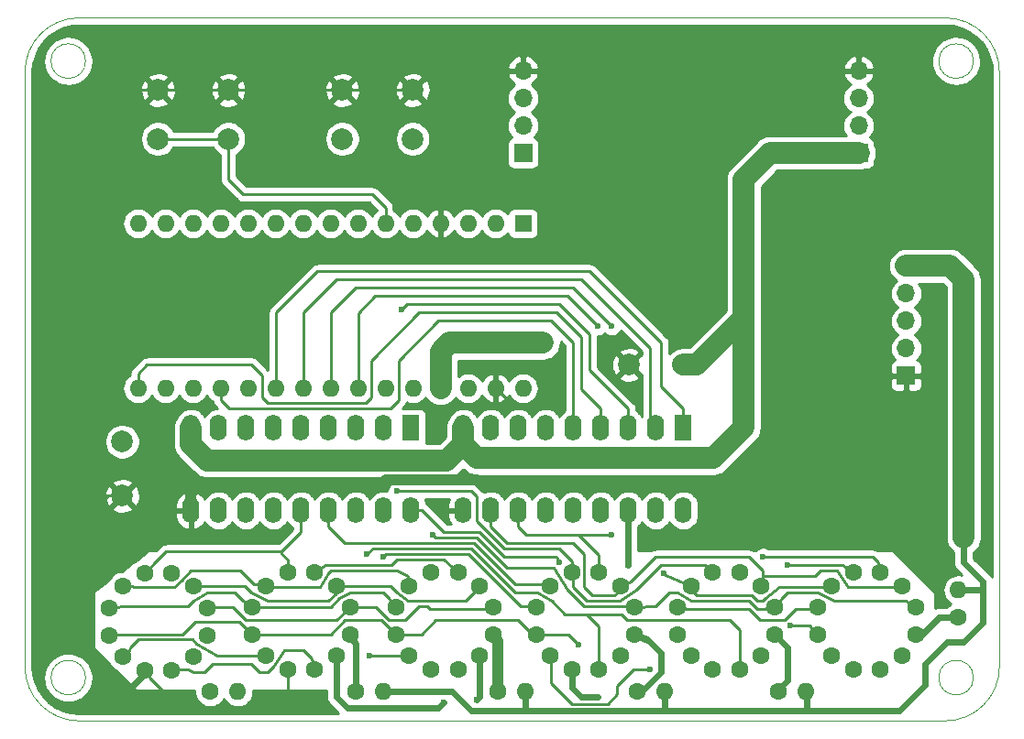
<source format=gbl>
G04 #@! TF.GenerationSoftware,KiCad,Pcbnew,(5.1.2)-2*
G04 #@! TF.CreationDate,2019-09-18T13:09:57+09:00*
G04 #@! TF.ProjectId,VFD_Clock_LD8035,5646445f-436c-46f6-936b-5f4c44383033,rev?*
G04 #@! TF.SameCoordinates,Original*
G04 #@! TF.FileFunction,Copper,L2,Bot*
G04 #@! TF.FilePolarity,Positive*
%FSLAX46Y46*%
G04 Gerber Fmt 4.6, Leading zero omitted, Abs format (unit mm)*
G04 Created by KiCad (PCBNEW (5.1.2)-2) date 2019-09-18 13:09:57*
%MOMM*%
%LPD*%
G04 APERTURE LIST*
%ADD10C,0.100000*%
%ADD11R,1.700000X1.700000*%
%ADD12O,1.700000X1.700000*%
%ADD13R,1.600000X1.600000*%
%ADD14O,1.600000X1.600000*%
%ADD15C,2.000000*%
%ADD16R,1.600000X2.400000*%
%ADD17O,1.600000X2.400000*%
%ADD18C,1.600000*%
%ADD19C,0.800000*%
%ADD20C,0.600000*%
%ADD21C,0.250000*%
%ADD22C,0.600000*%
%ADD23C,1.000000*%
%ADD24C,2.000000*%
%ADD25C,0.254000*%
G04 APERTURE END LIST*
D10*
X106500000Y-83996400D02*
X186500000Y-83996400D01*
X101500000Y-88996400D02*
G75*
G02X106500000Y-83996400I5000000J0D01*
G01*
X101500000Y-143996400D02*
X101500000Y-88996400D01*
X106500000Y-148996400D02*
G75*
G02X101500000Y-143996400I0J5000000D01*
G01*
X186500000Y-148996400D02*
X106500000Y-148996400D01*
X191500000Y-143996400D02*
G75*
G02X186500000Y-148996400I-5000000J0D01*
G01*
X191500000Y-88996400D02*
X191500000Y-143996400D01*
X186500000Y-83996400D02*
G75*
G02X191500000Y-88996400I0J-5000000D01*
G01*
X189100001Y-87996399D02*
G75*
G03X189100001Y-87996399I-1600000J0D01*
G01*
X107100000Y-144996400D02*
G75*
G03X107100000Y-144996400I-1600000J0D01*
G01*
X189100001Y-144996400D02*
G75*
G03X189100001Y-144996400I-1600000J0D01*
G01*
X107100000Y-87996399D02*
G75*
G03X107100000Y-87996399I-1600000J0D01*
G01*
D11*
X182880000Y-117094000D03*
D12*
X182880000Y-114554000D03*
X182880000Y-112014000D03*
X182880000Y-109474000D03*
X182880000Y-106934000D03*
D13*
X147500000Y-103000000D03*
D14*
X114480000Y-118240000D03*
X144960000Y-103000000D03*
X117020000Y-118240000D03*
X142420000Y-103000000D03*
X119560000Y-118240000D03*
X139880000Y-103000000D03*
X122100000Y-118240000D03*
X137340000Y-103000000D03*
X124640000Y-118240000D03*
X134800000Y-103000000D03*
X127180000Y-118240000D03*
X132260000Y-103000000D03*
X129720000Y-118240000D03*
X129720000Y-103000000D03*
X132260000Y-118240000D03*
X127180000Y-103000000D03*
X134800000Y-118240000D03*
X124640000Y-103000000D03*
X137340000Y-118240000D03*
X122100000Y-103000000D03*
X139880000Y-118240000D03*
X119560000Y-103000000D03*
X142420000Y-118240000D03*
X117020000Y-103000000D03*
X144960000Y-118240000D03*
X114480000Y-103000000D03*
X147500000Y-118240000D03*
X111940000Y-103000000D03*
X111940000Y-118240000D03*
D15*
X110490000Y-123190000D03*
X110490000Y-128190000D03*
X162306000Y-116078000D03*
X157306000Y-116078000D03*
X113792000Y-95178000D03*
X113792000Y-90678000D03*
X120292000Y-95178000D03*
X120292000Y-90678000D03*
X130810000Y-95178000D03*
X130810000Y-90678000D03*
X137310000Y-95178000D03*
X137310000Y-90678000D03*
D16*
X162306000Y-121920000D03*
D17*
X141986000Y-129540000D03*
X159766000Y-121920000D03*
X144526000Y-129540000D03*
X157226000Y-121920000D03*
X147066000Y-129540000D03*
X154686000Y-121920000D03*
X149606000Y-129540000D03*
X152146000Y-121920000D03*
X152146000Y-129540000D03*
X149606000Y-121920000D03*
X154686000Y-129540000D03*
X147066000Y-121920000D03*
X157226000Y-129540000D03*
X144526000Y-121920000D03*
X159766000Y-129540000D03*
X141986000Y-121920000D03*
X162306000Y-129540000D03*
D16*
X137160000Y-121920000D03*
D17*
X116840000Y-129540000D03*
X134620000Y-121920000D03*
X119380000Y-129540000D03*
X132080000Y-121920000D03*
X121920000Y-129540000D03*
X129540000Y-121920000D03*
X124460000Y-129540000D03*
X127000000Y-121920000D03*
X127000000Y-129540000D03*
X124460000Y-121920000D03*
X129540000Y-129540000D03*
X121920000Y-121920000D03*
X132080000Y-129540000D03*
X119380000Y-121920000D03*
X134620000Y-129540000D03*
X116840000Y-121920000D03*
X137160000Y-129540000D03*
D11*
X147500000Y-96500000D03*
D12*
X147500000Y-93960000D03*
X147500000Y-91420000D03*
X147500000Y-88880000D03*
D11*
X178500000Y-96500000D03*
D12*
X178500000Y-93960000D03*
X178500000Y-91420000D03*
X178500000Y-88880000D03*
D18*
X180500000Y-144250000D03*
X182500000Y-143000000D03*
X183750000Y-141000000D03*
X183750000Y-138500000D03*
X182500000Y-136500000D03*
X180500000Y-135250000D03*
X176000000Y-136500000D03*
X174750000Y-138500000D03*
X174750000Y-141000000D03*
X176000000Y-143000000D03*
X178000000Y-144250000D03*
X178000000Y-135250000D03*
X167500000Y-144250000D03*
X169500000Y-143000000D03*
X170750000Y-141000000D03*
X170750000Y-138500000D03*
X169500000Y-136500000D03*
X167500000Y-135250000D03*
X163000000Y-136500000D03*
X161750000Y-138500000D03*
X161750000Y-141000000D03*
X163000000Y-143000000D03*
X165000000Y-144250000D03*
X165000000Y-135250000D03*
X154500000Y-144250000D03*
X156500000Y-143000000D03*
X157750000Y-141000000D03*
X157750000Y-138500000D03*
X156500000Y-136500000D03*
X154500000Y-135250000D03*
X150000000Y-136500000D03*
X148750000Y-138500000D03*
X148750000Y-141000000D03*
X150000000Y-143000000D03*
X152000000Y-144250000D03*
X152000000Y-135250000D03*
X141500000Y-144250000D03*
X143500000Y-143000000D03*
X144750000Y-141000000D03*
X144750000Y-138500000D03*
X143500000Y-136500000D03*
X141500000Y-135250000D03*
X137000000Y-136500000D03*
X135750000Y-138500000D03*
X135750000Y-141000000D03*
X137000000Y-143000000D03*
X139000000Y-144250000D03*
X139000000Y-135250000D03*
X128250000Y-144250000D03*
X130250000Y-143000000D03*
X131500000Y-141000000D03*
X131500000Y-138500000D03*
X130250000Y-136500000D03*
X128250000Y-135250000D03*
X123750000Y-136500000D03*
X122500000Y-138500000D03*
X122500000Y-141000000D03*
X123750000Y-143000000D03*
X125750000Y-144250000D03*
X125750000Y-135250000D03*
X115042000Y-144327000D03*
X117042000Y-143077000D03*
X118292000Y-141077000D03*
X118292000Y-138577000D03*
X117042000Y-136577000D03*
X115042000Y-135327000D03*
X110542000Y-136577000D03*
X109292000Y-138577000D03*
X109292000Y-141077000D03*
X110542000Y-143077000D03*
X112542000Y-144327000D03*
X112542000Y-135327000D03*
X187706000Y-139446000D03*
D14*
X187706000Y-136906000D03*
X173609000Y-146304000D03*
D18*
X171069000Y-146304000D03*
X158051500Y-146304000D03*
D14*
X160591500Y-146304000D03*
X147701000Y-146304000D03*
D18*
X145161000Y-146304000D03*
X132080000Y-146304000D03*
D14*
X134620000Y-146304000D03*
X121158000Y-146304000D03*
D18*
X118618000Y-146304000D03*
D19*
X175260000Y-91440000D03*
X152400000Y-91440000D03*
X154940000Y-91440000D03*
X157480000Y-91440000D03*
X160020000Y-91440000D03*
X162560000Y-91440000D03*
X165100000Y-91440000D03*
X167640000Y-91440000D03*
X170180000Y-91440000D03*
X172720000Y-91440000D03*
D20*
X150876000Y-119634000D03*
X132080000Y-99060000D03*
X143510000Y-99060000D03*
X129540000Y-99060000D03*
X127000000Y-99060000D03*
X123190000Y-99060000D03*
X119380000Y-99060000D03*
X115570000Y-99060000D03*
X111760000Y-99060000D03*
X111760000Y-106934000D03*
X111760000Y-109982000D03*
X114554000Y-109982000D03*
X116840000Y-113538000D03*
X114554000Y-113538000D03*
X111760000Y-113538000D03*
X128778000Y-147828000D03*
X123190000Y-127127000D03*
X120650000Y-127127000D03*
X118110000Y-127127000D03*
X124206000Y-147828000D03*
X125730000Y-147828000D03*
X127254000Y-147828000D03*
X185674000Y-133350000D03*
X143764000Y-126746000D03*
X154432000Y-146812000D03*
X166878000Y-129286000D03*
X168148000Y-129286000D03*
X169418000Y-129286000D03*
X170688000Y-129286000D03*
X171958000Y-129286000D03*
X173228000Y-129286000D03*
X140970000Y-126746000D03*
X142240000Y-126746000D03*
X145288000Y-126746000D03*
X150114000Y-116078000D03*
X150622000Y-116840000D03*
X150876000Y-117856000D03*
X155702000Y-112522000D03*
X154432000Y-112522000D03*
X147320000Y-114046000D03*
X147320000Y-114046000D03*
X147320000Y-114046000D03*
X148336000Y-114046000D03*
X149352000Y-114046000D03*
X169672000Y-133858000D03*
X155702000Y-131826000D03*
X140208000Y-147320000D03*
X143255984Y-147066000D03*
X157226000Y-134620000D03*
X133096000Y-133604000D03*
X139192000Y-131826000D03*
X135890000Y-127762000D03*
X171958000Y-134620000D03*
X160528000Y-135382000D03*
X134620000Y-133858000D03*
X172212000Y-140208000D03*
X152654000Y-141986000D03*
X150876000Y-134366000D03*
X159258000Y-144272028D03*
X133350000Y-143002000D03*
X136271000Y-110998000D03*
D21*
X139342000Y-88646000D02*
X143804000Y-88646000D01*
X137310000Y-90678000D02*
X139342000Y-88646000D01*
X143804000Y-88646000D02*
X144038000Y-88880000D01*
X147500000Y-88880000D02*
X144038000Y-88880000D01*
X139880000Y-98626000D02*
X139880000Y-103000000D01*
X144038000Y-88880000D02*
X140462000Y-92456000D01*
X140462000Y-92456000D02*
X140462000Y-98044000D01*
X140462000Y-98044000D02*
X139880000Y-98626000D01*
X149840000Y-88880000D02*
X147500000Y-88880000D01*
X149840000Y-88880000D02*
X152400000Y-91440000D01*
X154940000Y-91440000D02*
X157480000Y-91440000D01*
X160020000Y-91440000D02*
X162560000Y-91440000D01*
X165100000Y-91440000D02*
X167640000Y-91440000D01*
X170180000Y-91440000D02*
X172720000Y-91440000D01*
X125750000Y-144250000D02*
X125750000Y-146324000D01*
X125750000Y-146324000D02*
X127254000Y-147828000D01*
X144018000Y-127508000D02*
X175768000Y-127508000D01*
X177800000Y-131572000D02*
X179070000Y-132842000D01*
X179070000Y-132842000D02*
X185166000Y-132842000D01*
X185166000Y-132842000D02*
X185674000Y-133350000D01*
X177800000Y-129540000D02*
X177800000Y-131572000D01*
X175768000Y-127508000D02*
X177800000Y-129540000D01*
X110490000Y-128190000D02*
X109173000Y-128190000D01*
X109173000Y-128190000D02*
X106426000Y-130937000D01*
D22*
X106426000Y-142113000D02*
X106426000Y-130937000D01*
X110109000Y-145796000D02*
X106426000Y-142113000D01*
X111379000Y-145796000D02*
X110109000Y-145796000D01*
X112542000Y-144633000D02*
X111379000Y-145796000D01*
D21*
X139880000Y-103000000D02*
X139880000Y-100764000D01*
X139880000Y-100764000D02*
X138176000Y-99060000D01*
X138176000Y-99060000D02*
X132080000Y-99060000D01*
X146608000Y-119888000D02*
X144960000Y-118240000D01*
X150622000Y-119888000D02*
X146608000Y-119888000D01*
X150876000Y-119634000D02*
X150622000Y-119888000D01*
X107442000Y-99060000D02*
X111760000Y-99060000D01*
X115570000Y-99060000D02*
X119380000Y-99060000D01*
X129540000Y-99060000D02*
X132080000Y-99060000D01*
X107442000Y-113538000D02*
X111760000Y-113538000D01*
X114554000Y-109982000D02*
X111760000Y-109982000D01*
X117094000Y-113538000D02*
X116840000Y-113538000D01*
X114554000Y-113538000D02*
X117094000Y-113538000D01*
D22*
X112542000Y-144327000D02*
X112542000Y-144633000D01*
D21*
X128778000Y-147828000D02*
X124206000Y-147828000D01*
X118237000Y-127000000D02*
X120650000Y-127127000D01*
X118110000Y-127127000D02*
X118237000Y-127000000D01*
X123190000Y-127127000D02*
X123190000Y-127000000D01*
X123190000Y-127000000D02*
X123190000Y-127127000D01*
X123190000Y-127127000D02*
X123190000Y-127000000D01*
X125730000Y-147828000D02*
X124206000Y-147828000D01*
X125730000Y-147828000D02*
X123952000Y-147828000D01*
X109173000Y-128190000D02*
X108378000Y-128190000D01*
X108378000Y-128190000D02*
X107442000Y-127254000D01*
X107442000Y-127254000D02*
X107442000Y-113538000D01*
X111252000Y-90678000D02*
X113792000Y-90678000D01*
X107442000Y-99060000D02*
X107442000Y-94488000D01*
X107442000Y-94488000D02*
X111252000Y-90678000D01*
X107442000Y-113538000D02*
X107442000Y-99060000D01*
X117856000Y-147828000D02*
X123952000Y-147828000D01*
X113000000Y-145004000D02*
X114300000Y-146304000D01*
X116332000Y-146304000D02*
X117856000Y-147828000D01*
X114300000Y-146304000D02*
X116332000Y-146304000D01*
X123952000Y-147828000D02*
X124206000Y-147828000D01*
X120292000Y-90678000D02*
X130810000Y-90678000D01*
X130810000Y-90678000D02*
X137310000Y-90678000D01*
X113792000Y-90678000D02*
X120292000Y-90678000D01*
D23*
X136652000Y-126746000D02*
X140970000Y-126746000D01*
X116840000Y-128016000D02*
X117856000Y-127000000D01*
X117856000Y-127000000D02*
X123190000Y-127000000D01*
X123190000Y-127000000D02*
X134620000Y-127000000D01*
X134620000Y-127000000D02*
X134874000Y-126746000D01*
X134874000Y-126746000D02*
X136652000Y-126746000D01*
X116840000Y-129540000D02*
X116840000Y-128016000D01*
X143256000Y-126746000D02*
X144018000Y-127508000D01*
D22*
X152000000Y-144250000D02*
X152000000Y-145904000D01*
X152908000Y-146812000D02*
X154432000Y-146812000D01*
X152000000Y-145904000D02*
X152908000Y-146812000D01*
D23*
X140970000Y-126746000D02*
X142240000Y-126746000D01*
X142240000Y-126746000D02*
X143256000Y-126746000D01*
D21*
X154940000Y-111760000D02*
X155702000Y-112522000D01*
X152146000Y-108966000D02*
X154940000Y-111760000D01*
X129720000Y-118240000D02*
X129769082Y-116839889D01*
X129769082Y-116839889D02*
X129794000Y-111252000D01*
X132080000Y-108966000D02*
X149352000Y-108966000D01*
X129794000Y-111252000D02*
X132080000Y-108966000D01*
X149352000Y-108966000D02*
X152146000Y-108966000D01*
X154132001Y-112222001D02*
X154432000Y-112522000D01*
X151638000Y-109728000D02*
X154132001Y-112222001D01*
X133858000Y-109728000D02*
X151638000Y-109728000D01*
X132260000Y-111326000D02*
X133858000Y-109728000D01*
X132260000Y-118240000D02*
X132260000Y-111326000D01*
X130810000Y-95504000D02*
X130810000Y-95178000D01*
X134800000Y-103000000D02*
X134800000Y-101526000D01*
X120292000Y-98956000D02*
X120292000Y-95178000D01*
X121666000Y-100330000D02*
X120292000Y-98956000D01*
X133604000Y-100330000D02*
X121666000Y-100330000D01*
X134800000Y-101526000D02*
X133604000Y-100330000D01*
X113792000Y-95178000D02*
X120292000Y-95178000D01*
D24*
X139880000Y-118240000D02*
X139880000Y-114882000D01*
X140716000Y-114046000D02*
X147320000Y-114046000D01*
X139880000Y-114882000D02*
X140716000Y-114046000D01*
D22*
X150749000Y-148072002D02*
X150758998Y-148082000D01*
X150749000Y-148082000D02*
X150749000Y-148072002D01*
D24*
X147320000Y-114046000D02*
X149352000Y-114046000D01*
D22*
X164592000Y-148082000D02*
X174498000Y-148082000D01*
X160591500Y-148018500D02*
X160528000Y-148082000D01*
X160591500Y-146304000D02*
X160591500Y-148018500D01*
X150749000Y-148082000D02*
X160528000Y-148082000D01*
X160528000Y-148082000D02*
X164592000Y-148082000D01*
X173736000Y-148082000D02*
X174498000Y-148082000D01*
X173609000Y-146304000D02*
X173736000Y-146431000D01*
X173736000Y-146431000D02*
X173736000Y-148082000D01*
X188214000Y-132588000D02*
X187960000Y-132334000D01*
X188214000Y-134366000D02*
X188214000Y-132588000D01*
X189992000Y-136144000D02*
X188214000Y-134366000D01*
X188837370Y-136906000D02*
X189992000Y-136906000D01*
X187706000Y-136906000D02*
X188837370Y-136906000D01*
X189992000Y-136906000D02*
X189992000Y-136144000D01*
X147701000Y-147955000D02*
X147574000Y-148082000D01*
X147701000Y-146304000D02*
X147701000Y-147955000D01*
X150758998Y-148082000D02*
X147574000Y-148082000D01*
X137160000Y-146304000D02*
X134620000Y-146304000D01*
X140970000Y-146304000D02*
X137160000Y-146304000D01*
X147574000Y-148082000D02*
X142748000Y-148082000D01*
X142748000Y-148082000D02*
X140970000Y-146304000D01*
X189992000Y-139954000D02*
X189992000Y-136906000D01*
X182245000Y-148082000D02*
X184658000Y-145669000D01*
X174498000Y-148082000D02*
X182245000Y-148082000D01*
X184658000Y-145669000D02*
X184658000Y-143764000D01*
X184658000Y-143764000D02*
X186690000Y-141732000D01*
X186690000Y-141732000D02*
X188214000Y-141732000D01*
X188214000Y-141732000D02*
X189992000Y-139954000D01*
D24*
X188214000Y-108204000D02*
X186944000Y-106934000D01*
X188214000Y-132080000D02*
X188214000Y-108204000D01*
X186944000Y-106934000D02*
X182880000Y-106934000D01*
X167894000Y-99314000D02*
X167894000Y-98933000D01*
X167894000Y-111760000D02*
X167894000Y-99314000D01*
X170327000Y-96500000D02*
X178500000Y-96500000D01*
X167894000Y-98933000D02*
X170327000Y-96500000D01*
X162306000Y-116078000D02*
X163576000Y-116078000D01*
X163576000Y-116078000D02*
X167894000Y-111760000D01*
X143256000Y-124714000D02*
X165100000Y-124714000D01*
X165100000Y-124714000D02*
X167894000Y-121920000D01*
X143256000Y-124714000D02*
X141986000Y-123444000D01*
X167894000Y-111760000D02*
X167894000Y-121920000D01*
X141986000Y-121920000D02*
X141986000Y-123444000D01*
X116840000Y-121920000D02*
X116840000Y-123444000D01*
X140462000Y-124968000D02*
X141986000Y-123444000D01*
X118364000Y-124968000D02*
X140462000Y-124968000D01*
X116840000Y-123444000D02*
X118364000Y-124968000D01*
D22*
X131500000Y-141000000D02*
X131500000Y-141279000D01*
X131500000Y-141279000D02*
X132080000Y-141859000D01*
X132080000Y-141859000D02*
X132080000Y-146304000D01*
D23*
X131500000Y-141000000D02*
X131500000Y-141152000D01*
D21*
X177546000Y-136652000D02*
X181356000Y-136652000D01*
X175006000Y-135128000D02*
X176530000Y-135128000D01*
X176530000Y-135128000D02*
X177546000Y-136652000D01*
X169672000Y-135636000D02*
X174498000Y-135636000D01*
X174498000Y-135636000D02*
X175006000Y-135128000D01*
X181356000Y-136652000D02*
X182500000Y-136500000D01*
X156500000Y-136500000D02*
X157480000Y-136144000D01*
X169672000Y-135636000D02*
X169500000Y-136500000D01*
X169672000Y-135128000D02*
X169672000Y-135636000D01*
X168402000Y-133858000D02*
X169672000Y-135128000D01*
X159766000Y-133858000D02*
X168402000Y-133858000D01*
X157480000Y-136144000D02*
X159766000Y-133858000D01*
X136906000Y-137922000D02*
X135890000Y-137160000D01*
X143500000Y-136500000D02*
X143500000Y-136662000D01*
X143500000Y-136662000D02*
X142240000Y-137922000D01*
X142240000Y-137922000D02*
X136906000Y-137922000D01*
X130250000Y-136500000D02*
X135230000Y-136500000D01*
X135230000Y-136500000D02*
X135890000Y-137160000D01*
X156500000Y-136500000D02*
X156500000Y-136870000D01*
X156500000Y-136870000D02*
X155956000Y-137414000D01*
X155956000Y-137414000D02*
X153924000Y-137414000D01*
X153924000Y-137414000D02*
X153162000Y-136652000D01*
X153162000Y-136652000D02*
X153162000Y-133604000D01*
X153162000Y-133604000D02*
X152146000Y-132588000D01*
X152146000Y-132588000D02*
X146050000Y-132588000D01*
X146050000Y-132588000D02*
X144526000Y-131064000D01*
X144526000Y-131064000D02*
X144526000Y-129540000D01*
X129286000Y-137922000D02*
X129540000Y-137922000D01*
X123952000Y-137922000D02*
X129286000Y-137922000D01*
X117500000Y-136500000D02*
X121768000Y-136500000D01*
X121768000Y-136500000D02*
X122428000Y-137160000D01*
X122428000Y-137160000D02*
X123952000Y-137922000D01*
X129540000Y-137922000D02*
X130250000Y-137212000D01*
X130250000Y-137212000D02*
X130250000Y-136500000D01*
X180500000Y-135250000D02*
X180340000Y-134366000D01*
X179832000Y-133858000D02*
X169672000Y-133858000D01*
X180340000Y-134366000D02*
X179832000Y-133858000D01*
X152654000Y-131826000D02*
X155702000Y-131826000D01*
X141500000Y-135250000D02*
X140208000Y-134112000D01*
X140208000Y-134112000D02*
X135890000Y-134112000D01*
X135890000Y-134112000D02*
X135382000Y-134620000D01*
X135382000Y-134620000D02*
X130048000Y-134620000D01*
X130048000Y-134620000D02*
X129286000Y-134620000D01*
X129286000Y-134620000D02*
X128250000Y-135250000D01*
X154500000Y-135250000D02*
X154500000Y-133672000D01*
X154500000Y-133672000D02*
X152654000Y-131826000D01*
X152654000Y-131826000D02*
X147828000Y-131826000D01*
X147828000Y-131826000D02*
X147066000Y-131064000D01*
X147066000Y-131064000D02*
X147066000Y-129540000D01*
X128250000Y-135148000D02*
X128250000Y-135250000D01*
X115500000Y-135250000D02*
X115500000Y-135198000D01*
D22*
X140208000Y-147320000D02*
X139700000Y-147828000D01*
X130250000Y-146760000D02*
X131318000Y-147828000D01*
X131318000Y-147828000D02*
X139700000Y-147828000D01*
X130250000Y-145236000D02*
X130250000Y-143000000D01*
X130250000Y-145236000D02*
X130250000Y-146760000D01*
X143500000Y-143000000D02*
X143500000Y-146821984D01*
X143500000Y-146821984D02*
X143255984Y-147066000D01*
X157226000Y-134620000D02*
X157226000Y-129540000D01*
X157226000Y-129540000D02*
X157226000Y-130810000D01*
D21*
X154500000Y-144250000D02*
X154500000Y-140276000D01*
X154500000Y-140276000D02*
X153416000Y-139192000D01*
X167500000Y-144250000D02*
X167500000Y-140576000D01*
X156591000Y-139192000D02*
X153416000Y-139192000D01*
X167500000Y-140576000D02*
X166624000Y-139700000D01*
X166624000Y-139700000D02*
X157108000Y-139700000D01*
X157108000Y-139700000D02*
X156591000Y-139192000D01*
X125476000Y-142494000D02*
X127254000Y-142494000D01*
X124460000Y-144018000D02*
X125476000Y-142494000D01*
X115500000Y-144250000D02*
X116586000Y-144272000D01*
X117094000Y-144526000D02*
X118110000Y-144526000D01*
X118110000Y-144526000D02*
X118872000Y-143764000D01*
X118872000Y-143764000D02*
X122428000Y-143764000D01*
X122428000Y-143764000D02*
X123190000Y-144526000D01*
X123190000Y-144526000D02*
X123952000Y-144526000D01*
X116586000Y-144272000D02*
X117094000Y-144526000D01*
X123952000Y-144526000D02*
X124460000Y-144018000D01*
X128016000Y-143256000D02*
X128250000Y-144250000D01*
X127254000Y-142494000D02*
X128016000Y-143256000D01*
X147066000Y-137160000D02*
X146812000Y-137160000D01*
X146812000Y-137160000D02*
X142690002Y-133038002D01*
X142690002Y-133038002D02*
X133661998Y-133038002D01*
X133661998Y-133038002D02*
X133096000Y-133604000D01*
X150129631Y-137894645D02*
X148844000Y-137160000D01*
X148844000Y-137160000D02*
X147066000Y-137160000D01*
X151384000Y-139192000D02*
X150129631Y-137894645D01*
X154500000Y-144250000D02*
X154500000Y-144712000D01*
X153416000Y-139192000D02*
X153162000Y-139192000D01*
X153162000Y-139192000D02*
X151384000Y-139192000D01*
X115500000Y-144250000D02*
X116056000Y-144250000D01*
X176276000Y-137922000D02*
X182372000Y-137922000D01*
X171450000Y-137668000D02*
X171958000Y-137160000D01*
X171958000Y-137160000D02*
X174752000Y-137160000D01*
X174752000Y-137160000D02*
X176276000Y-137922000D01*
X170750000Y-138500000D02*
X171450000Y-137668000D01*
X182880000Y-137922000D02*
X183750000Y-138500000D01*
X182372000Y-137922000D02*
X182880000Y-137922000D01*
X157750000Y-138500000D02*
X159766000Y-138430000D01*
X161036000Y-137160000D02*
X161798000Y-137160000D01*
X159766000Y-138430000D02*
X161036000Y-137160000D01*
X163068000Y-137922000D02*
X168402000Y-137922000D01*
X169926000Y-138684000D02*
X169945079Y-138593771D01*
X169164000Y-138684000D02*
X169926000Y-138684000D01*
X168402000Y-137922000D02*
X169164000Y-138684000D01*
X169945079Y-138593771D02*
X170750000Y-138500000D01*
X161798000Y-137160000D02*
X163068000Y-137922000D01*
X139192000Y-131826000D02*
X139446000Y-132080000D01*
X139446000Y-132080000D02*
X140716000Y-132080000D01*
X150368000Y-134874000D02*
X146050000Y-134874000D01*
X146050000Y-134874000D02*
X143256000Y-132080000D01*
X143256000Y-132080000D02*
X140716000Y-132080000D01*
X151638000Y-136906000D02*
X150368000Y-134874000D01*
X157750000Y-138500000D02*
X157156000Y-138500000D01*
X157156000Y-138500000D02*
X157086000Y-138430000D01*
X157086000Y-138430000D02*
X153162000Y-138430000D01*
X153162000Y-138430000D02*
X151638000Y-136906000D01*
X144750000Y-138500000D02*
X144750000Y-138460000D01*
X131500000Y-138500000D02*
X133928000Y-138500000D01*
X138684000Y-138430000D02*
X138937767Y-138676302D01*
X138937767Y-138676302D02*
X143764000Y-138684000D01*
X143764000Y-138684000D02*
X144750000Y-138500000D01*
X135128000Y-139700000D02*
X136652000Y-139700000D01*
X136652000Y-139700000D02*
X137922000Y-138430000D01*
X137922000Y-138430000D02*
X138684000Y-138430000D01*
X133928000Y-138500000D02*
X135128000Y-139700000D01*
X118750000Y-138500000D02*
X120720000Y-138500000D01*
X130300000Y-139700000D02*
X131500000Y-138500000D01*
X121920000Y-139700000D02*
X130300000Y-139700000D01*
X120720000Y-138500000D02*
X121920000Y-139700000D01*
X113538000Y-134366000D02*
X113503000Y-134366000D01*
X113538000Y-134366000D02*
X114554000Y-133350000D01*
X114554000Y-133350000D02*
X124460000Y-133350000D01*
X124460000Y-133350000D02*
X125222000Y-133350000D01*
X125730000Y-132842000D02*
X125222000Y-133350000D01*
X113503000Y-134366000D02*
X112542000Y-135327000D01*
X142748000Y-127762000D02*
X143256000Y-128270000D01*
X142748000Y-127762000D02*
X136652000Y-127762000D01*
X135890000Y-127762000D02*
X136652000Y-127762000D01*
X152000000Y-134220000D02*
X152000000Y-135250000D01*
X152000000Y-134220000D02*
X150876000Y-133096000D01*
X150876000Y-133096000D02*
X145796000Y-133096000D01*
X145796000Y-133096000D02*
X143256000Y-130556000D01*
X143256000Y-130556000D02*
X143256000Y-128270000D01*
X177038000Y-134620000D02*
X178000000Y-135250000D01*
X171958000Y-134620000D02*
X177038000Y-134620000D01*
X164347195Y-134620000D02*
X164338000Y-134620000D01*
X165000000Y-135250000D02*
X164347195Y-134620000D01*
X160274000Y-134620000D02*
X157988000Y-136906000D01*
X152146000Y-136652000D02*
X152000000Y-135250000D01*
X156464000Y-137922000D02*
X157988000Y-136906000D01*
X153416000Y-137922000D02*
X156464000Y-137922000D01*
X152146000Y-136652000D02*
X153416000Y-137922000D01*
X164338000Y-134620000D02*
X160274000Y-134620000D01*
X125730000Y-132842000D02*
X127000000Y-131572000D01*
X127000000Y-131572000D02*
X127000000Y-129540000D01*
X125750000Y-134894000D02*
X125750000Y-135250000D01*
X125222000Y-133593365D02*
X125222000Y-133350000D01*
X125750000Y-135250000D02*
X125740547Y-134111912D01*
X125740547Y-134111912D02*
X125222000Y-133593365D01*
X115951000Y-136017000D02*
X116840000Y-135128000D01*
X123750000Y-136500000D02*
X122682000Y-136398000D01*
X121412000Y-135128000D02*
X117094000Y-135128000D01*
X121920000Y-135636000D02*
X121412000Y-135128000D01*
X122682000Y-136398000D02*
X121920000Y-135636000D01*
X115316000Y-136652000D02*
X115951000Y-136017000D01*
X112014000Y-136652000D02*
X111000000Y-136500000D01*
X112014000Y-136652000D02*
X115316000Y-136652000D01*
X116840000Y-135128000D02*
X117094000Y-135128000D01*
X167640000Y-137414000D02*
X168402000Y-137414000D01*
X163576000Y-137414000D02*
X167640000Y-137414000D01*
X163000000Y-136838000D02*
X163576000Y-137414000D01*
X174752000Y-136652000D02*
X176000000Y-136500000D01*
X171196000Y-136652000D02*
X174752000Y-136652000D01*
X169926000Y-137668000D02*
X171196000Y-136652000D01*
X169672000Y-137922000D02*
X169926000Y-137668000D01*
X169164000Y-137922000D02*
X169672000Y-137922000D01*
X168656000Y-137414000D02*
X169164000Y-137922000D01*
X168402000Y-137414000D02*
X168656000Y-137414000D01*
X160630000Y-135484000D02*
X163000000Y-136500000D01*
X160528000Y-135382000D02*
X160630000Y-135484000D01*
X129540000Y-135382000D02*
X129794000Y-135128000D01*
X129794000Y-135128000D02*
X135890000Y-135128000D01*
X135890000Y-135128000D02*
X136906000Y-135636000D01*
X136906000Y-135636000D02*
X137000000Y-136500000D01*
X123750000Y-136500000D02*
X124714000Y-136652000D01*
X124714000Y-136652000D02*
X128778000Y-136652000D01*
X128778000Y-136652000D02*
X129540000Y-135382000D01*
X129540000Y-129540000D02*
X129540000Y-131064000D01*
X129540000Y-131064000D02*
X131064000Y-132588000D01*
X131064000Y-132588000D02*
X137922000Y-132588000D01*
X150000000Y-136500000D02*
X149098000Y-136398000D01*
X149098000Y-136398000D02*
X146812000Y-136398000D01*
X146812000Y-136398000D02*
X143002000Y-132588000D01*
X143002000Y-132588000D02*
X137922000Y-132588000D01*
X163000000Y-136500000D02*
X163000000Y-136838000D01*
X129794000Y-129794000D02*
X129540000Y-129540000D01*
X137000000Y-136500000D02*
X137262000Y-136500000D01*
X116586000Y-138430000D02*
X117094000Y-137922000D01*
X110744000Y-138430000D02*
X116332000Y-138430000D01*
X116332000Y-138430000D02*
X116586000Y-138430000D01*
X122500000Y-138500000D02*
X121666000Y-137922000D01*
X120904000Y-137160000D02*
X118872000Y-137160000D01*
X121158000Y-137414000D02*
X120904000Y-137160000D01*
X121666000Y-137922000D02*
X121158000Y-137414000D01*
X110744000Y-138430000D02*
X109750000Y-138500000D01*
X118364000Y-137160000D02*
X118872000Y-137160000D01*
X117094000Y-137922000D02*
X118364000Y-137160000D01*
X169418000Y-139700000D02*
X171704000Y-139700000D01*
X162814000Y-138684000D02*
X168402000Y-138684000D01*
X168402000Y-138684000D02*
X169418000Y-139700000D01*
X161750000Y-138500000D02*
X162814000Y-138684000D01*
X173736000Y-138684000D02*
X174750000Y-138500000D01*
X172720000Y-138684000D02*
X173736000Y-138684000D01*
X171704000Y-139700000D02*
X172720000Y-138684000D01*
X130556000Y-137668000D02*
X131572000Y-137160000D01*
X129724000Y-138500000D02*
X130556000Y-137668000D01*
X122500000Y-138500000D02*
X129724000Y-138500000D01*
X135128000Y-137668000D02*
X135750000Y-138500000D01*
X134620000Y-137160000D02*
X135128000Y-137668000D01*
X131572000Y-137160000D02*
X134620000Y-137160000D01*
X148750000Y-138500000D02*
X147320000Y-138430000D01*
X147320000Y-138430000D02*
X142494000Y-133604000D01*
X142494000Y-133604000D02*
X134874000Y-133604000D01*
X134874000Y-133604000D02*
X134620000Y-133858000D01*
X161750000Y-138500000D02*
X161750000Y-137874000D01*
X161750000Y-137874000D02*
X161544000Y-138430000D01*
X173990000Y-140208000D02*
X174750000Y-141000000D01*
X172212000Y-140208000D02*
X173990000Y-140208000D01*
X148750000Y-141000000D02*
X151668000Y-141000000D01*
X151668000Y-141000000D02*
X152654000Y-141986000D01*
X142494000Y-139700000D02*
X147066000Y-139700000D01*
X147066000Y-139700000D02*
X148366000Y-141000000D01*
X148366000Y-141000000D02*
X148750000Y-141000000D01*
X135750000Y-141000000D02*
X138146000Y-141000000D01*
X138146000Y-141000000D02*
X139446000Y-139700000D01*
X139446000Y-139700000D02*
X142494000Y-139700000D01*
X161750000Y-140668000D02*
X161750000Y-141000000D01*
X122500000Y-141000000D02*
X129764000Y-141000000D01*
X134450000Y-139700000D02*
X135750000Y-141000000D01*
X131064000Y-139700000D02*
X134450000Y-139700000D01*
X129764000Y-141000000D02*
X131064000Y-139700000D01*
X109750000Y-141000000D02*
X116048000Y-141000000D01*
X121285000Y-139827000D02*
X122500000Y-141000000D01*
X117221000Y-139827000D02*
X121285000Y-139827000D01*
X116048000Y-141000000D02*
X117221000Y-139827000D01*
X119253000Y-143002000D02*
X119380000Y-143002000D01*
X123750000Y-143000000D02*
X119634000Y-143002000D01*
X119634000Y-143002000D02*
X119380000Y-143002000D01*
X112014000Y-141478000D02*
X116967000Y-141478000D01*
X112014000Y-141478000D02*
X111252000Y-142240000D01*
X111252000Y-142240000D02*
X111000000Y-143000000D01*
X116967000Y-141478000D02*
X117348000Y-141859000D01*
X119253000Y-143002000D02*
X117348000Y-141859000D01*
X138176000Y-129540000D02*
X137160000Y-129540000D01*
X138176000Y-129540000D02*
X138938000Y-130302000D01*
X138938000Y-130302000D02*
X140208000Y-131572000D01*
X150622000Y-133858000D02*
X145796000Y-133858000D01*
X145796000Y-133858000D02*
X143510000Y-131572000D01*
X143510000Y-131572000D02*
X141224000Y-131572000D01*
X141224000Y-131572000D02*
X140208000Y-131572000D01*
X150876000Y-134366000D02*
X150622000Y-133858000D01*
X150000000Y-143000000D02*
X150116000Y-143000000D01*
X158833736Y-144272028D02*
X159258000Y-144272028D01*
X157733972Y-144272028D02*
X158833736Y-144272028D01*
X156210000Y-145796000D02*
X157733972Y-144272028D01*
X150114000Y-143114000D02*
X150114000Y-145542000D01*
X152019000Y-147447000D02*
X155321000Y-147447000D01*
X150114000Y-145542000D02*
X152019000Y-147447000D01*
X155321000Y-147447000D02*
X156210000Y-146558000D01*
X150000000Y-143000000D02*
X150114000Y-143114000D01*
X156210000Y-146558000D02*
X156210000Y-145796000D01*
X133352000Y-143000000D02*
X133350000Y-143002000D01*
X137000000Y-143000000D02*
X133352000Y-143000000D01*
D23*
X144750000Y-141000000D02*
X144750000Y-141194000D01*
X144750000Y-141194000D02*
X145161000Y-141605000D01*
X145161000Y-141605000D02*
X145161000Y-146304000D01*
D22*
X171958000Y-142208000D02*
X170750000Y-141000000D01*
X170942000Y-146304000D02*
X171958000Y-145288000D01*
X171958000Y-145288000D02*
X171958000Y-142208000D01*
X159004000Y-141492000D02*
X157750000Y-141000000D01*
X159004000Y-141478000D02*
X157750000Y-141000000D01*
X160274000Y-142748000D02*
X159004000Y-141478000D01*
X160274000Y-144526000D02*
X160274000Y-142748000D01*
X158242000Y-146304000D02*
X158496000Y-146304000D01*
X158496000Y-146304000D02*
X160274000Y-144526000D01*
X187706000Y-139446000D02*
X185928000Y-139446000D01*
X185928000Y-139446000D02*
X184374000Y-141000000D01*
X184374000Y-141000000D02*
X183750000Y-141000000D01*
D21*
X139700000Y-112014000D02*
X150114000Y-112014000D01*
X152146000Y-114046000D02*
X152146000Y-121920000D01*
X119560000Y-119306000D02*
X120396000Y-120142000D01*
X119560000Y-118240000D02*
X119560000Y-119306000D01*
X120396000Y-120142000D02*
X135255000Y-120142000D01*
X135255000Y-120142000D02*
X136017000Y-119380000D01*
X150114000Y-112014000D02*
X152146000Y-114046000D01*
X136017000Y-119380000D02*
X136017000Y-115697000D01*
X136017000Y-115697000D02*
X139700000Y-112014000D01*
X152908000Y-118364000D02*
X154686000Y-120142000D01*
X150622000Y-111252000D02*
X152908000Y-113538000D01*
X137922000Y-111252000D02*
X150622000Y-111252000D01*
X154686000Y-120142000D02*
X154686000Y-121920000D01*
X133477000Y-115697000D02*
X137922000Y-111252000D01*
X123952000Y-119634000D02*
X132969000Y-119634000D01*
X111940000Y-116914000D02*
X112776000Y-116078000D01*
X132969000Y-119634000D02*
X133477000Y-119126000D01*
X111940000Y-118240000D02*
X111940000Y-116914000D01*
X133477000Y-119126000D02*
X133477000Y-115697000D01*
X112776000Y-116078000D02*
X122428176Y-116071320D01*
X122428176Y-116071320D02*
X123444000Y-117094000D01*
X123444000Y-117094000D02*
X123444000Y-119126000D01*
X152908000Y-113538000D02*
X152908000Y-118364000D01*
X123444000Y-119126000D02*
X123952000Y-119634000D01*
X136779000Y-110490000D02*
X136271000Y-110998000D01*
X150876000Y-110490000D02*
X136779000Y-110490000D01*
X153670000Y-113284000D02*
X150876000Y-110490000D01*
X153670000Y-116586000D02*
X153670000Y-113284000D01*
X157226000Y-121920000D02*
X157226000Y-120142000D01*
X157226000Y-120142000D02*
X153670000Y-116586000D01*
X127180000Y-118240000D02*
X127254000Y-116840000D01*
X127254000Y-116840000D02*
X127214569Y-111251805D01*
X159258000Y-114554000D02*
X159258000Y-121412000D01*
X157226000Y-112522000D02*
X159258000Y-114554000D01*
X152908000Y-108204000D02*
X157226000Y-112522000D01*
X150114003Y-108201015D02*
X152908000Y-108204000D01*
X130302000Y-108203962D02*
X150114003Y-108201015D01*
X127214569Y-111251805D02*
X130302000Y-108203962D01*
X159258000Y-121412000D02*
X159766000Y-121920000D01*
X124640000Y-118240000D02*
X124714000Y-116840000D01*
X124714000Y-116840000D02*
X124714000Y-111252000D01*
X162306000Y-120142000D02*
X162306000Y-121920000D01*
X160274000Y-118110000D02*
X162306000Y-120142000D01*
X160274000Y-114046000D02*
X160274000Y-118110000D01*
X157988000Y-111760000D02*
X160274000Y-114046000D01*
X153670000Y-107442000D02*
X157988000Y-111760000D01*
X150622000Y-107442000D02*
X153670000Y-107442000D01*
X128524000Y-107442000D02*
X150622000Y-107442000D01*
X124714000Y-111252000D02*
X128524000Y-107442000D01*
D25*
G36*
X187263637Y-84752275D02*
G01*
X188003140Y-84954580D01*
X188695128Y-85284642D01*
X189317733Y-85732029D01*
X189851268Y-86282595D01*
X190278876Y-86918944D01*
X190587041Y-87620961D01*
X190767283Y-88371720D01*
X190815000Y-89021512D01*
X190815001Y-135700259D01*
X190809590Y-135690136D01*
X190773186Y-135622028D01*
X190656344Y-135479656D01*
X190620659Y-135450370D01*
X189149000Y-133978711D01*
X189149000Y-133427772D01*
X189375714Y-133241714D01*
X189580031Y-132992752D01*
X189731852Y-132708715D01*
X189825343Y-132400516D01*
X189849000Y-132160322D01*
X189849000Y-108284319D01*
X189856911Y-108203999D01*
X189841864Y-108051229D01*
X189825343Y-107883484D01*
X189731852Y-107575285D01*
X189580031Y-107291248D01*
X189375714Y-107042286D01*
X189313318Y-106991079D01*
X188156924Y-105834686D01*
X188105714Y-105772286D01*
X187856752Y-105567969D01*
X187572715Y-105416148D01*
X187264516Y-105322657D01*
X187024322Y-105299000D01*
X187024319Y-105299000D01*
X186944000Y-105291089D01*
X186863681Y-105299000D01*
X182799678Y-105299000D01*
X182559484Y-105322657D01*
X182251285Y-105416148D01*
X181967248Y-105567969D01*
X181718286Y-105772286D01*
X181513969Y-106021248D01*
X181362148Y-106305285D01*
X181268657Y-106613484D01*
X181237089Y-106934000D01*
X181268657Y-107254516D01*
X181362148Y-107562715D01*
X181513969Y-107846752D01*
X181718286Y-108095714D01*
X181967248Y-108300031D01*
X181968713Y-108300814D01*
X181824866Y-108418866D01*
X181639294Y-108644986D01*
X181501401Y-108902966D01*
X181416487Y-109182889D01*
X181387815Y-109474000D01*
X181416487Y-109765111D01*
X181501401Y-110045034D01*
X181639294Y-110303014D01*
X181824866Y-110529134D01*
X182050986Y-110714706D01*
X182105791Y-110744000D01*
X182050986Y-110773294D01*
X181824866Y-110958866D01*
X181639294Y-111184986D01*
X181501401Y-111442966D01*
X181416487Y-111722889D01*
X181387815Y-112014000D01*
X181416487Y-112305111D01*
X181501401Y-112585034D01*
X181639294Y-112843014D01*
X181824866Y-113069134D01*
X182050986Y-113254706D01*
X182105791Y-113284000D01*
X182050986Y-113313294D01*
X181824866Y-113498866D01*
X181639294Y-113724986D01*
X181501401Y-113982966D01*
X181416487Y-114262889D01*
X181387815Y-114554000D01*
X181416487Y-114845111D01*
X181501401Y-115125034D01*
X181639294Y-115383014D01*
X181824866Y-115609134D01*
X181854687Y-115633607D01*
X181785820Y-115654498D01*
X181675506Y-115713463D01*
X181578815Y-115792815D01*
X181499463Y-115889506D01*
X181440498Y-115999820D01*
X181404188Y-116119518D01*
X181391928Y-116244000D01*
X181395000Y-116808250D01*
X181553750Y-116967000D01*
X182753000Y-116967000D01*
X182753000Y-116947000D01*
X183007000Y-116947000D01*
X183007000Y-116967000D01*
X184206250Y-116967000D01*
X184365000Y-116808250D01*
X184368072Y-116244000D01*
X184355812Y-116119518D01*
X184319502Y-115999820D01*
X184260537Y-115889506D01*
X184181185Y-115792815D01*
X184084494Y-115713463D01*
X183974180Y-115654498D01*
X183905313Y-115633607D01*
X183935134Y-115609134D01*
X184120706Y-115383014D01*
X184258599Y-115125034D01*
X184343513Y-114845111D01*
X184372185Y-114554000D01*
X184343513Y-114262889D01*
X184258599Y-113982966D01*
X184120706Y-113724986D01*
X183935134Y-113498866D01*
X183709014Y-113313294D01*
X183654209Y-113284000D01*
X183709014Y-113254706D01*
X183935134Y-113069134D01*
X184120706Y-112843014D01*
X184258599Y-112585034D01*
X184343513Y-112305111D01*
X184372185Y-112014000D01*
X184343513Y-111722889D01*
X184258599Y-111442966D01*
X184120706Y-111184986D01*
X183935134Y-110958866D01*
X183709014Y-110773294D01*
X183654209Y-110744000D01*
X183709014Y-110714706D01*
X183935134Y-110529134D01*
X184120706Y-110303014D01*
X184258599Y-110045034D01*
X184343513Y-109765111D01*
X184372185Y-109474000D01*
X184343513Y-109182889D01*
X184258599Y-108902966D01*
X184120706Y-108644986D01*
X184058346Y-108569000D01*
X186266762Y-108569000D01*
X186579001Y-108881240D01*
X186579000Y-132160321D01*
X186602657Y-132400515D01*
X186696148Y-132708714D01*
X186847969Y-132992751D01*
X187052286Y-133241714D01*
X187279001Y-133427773D01*
X187279000Y-134320068D01*
X187274476Y-134366000D01*
X187280067Y-134422761D01*
X187292529Y-134549291D01*
X187345993Y-134725539D01*
X187432814Y-134887971D01*
X187549656Y-135030344D01*
X187585341Y-135059630D01*
X188030610Y-135504899D01*
X187987309Y-135491764D01*
X187776492Y-135471000D01*
X187635508Y-135471000D01*
X187424691Y-135491764D01*
X187154192Y-135573818D01*
X186904899Y-135707068D01*
X186686392Y-135886392D01*
X186507068Y-136104899D01*
X186373818Y-136354192D01*
X186291764Y-136624691D01*
X186264057Y-136906000D01*
X186291764Y-137187309D01*
X186373818Y-137457808D01*
X186507068Y-137707101D01*
X186686392Y-137925608D01*
X186904899Y-138104932D01*
X187031029Y-138172350D01*
X187026273Y-138174320D01*
X186791241Y-138331363D01*
X186611604Y-138511000D01*
X185973932Y-138511000D01*
X185928000Y-138506476D01*
X185828724Y-138516254D01*
X185744708Y-138524529D01*
X185568460Y-138577993D01*
X185547000Y-138589464D01*
X185547000Y-137160000D01*
X185544560Y-137135224D01*
X185537333Y-137111399D01*
X185525597Y-137089443D01*
X185509803Y-137070197D01*
X181699803Y-133260197D01*
X181680557Y-133244403D01*
X181658601Y-133232667D01*
X181634776Y-133225440D01*
X181610000Y-133223000D01*
X180256227Y-133223000D01*
X180124247Y-133152454D01*
X179980986Y-133108997D01*
X179869333Y-133098000D01*
X179869322Y-133098000D01*
X179832000Y-133094324D01*
X179794678Y-133098000D01*
X170217535Y-133098000D01*
X170114889Y-133029414D01*
X169944729Y-132958932D01*
X169764089Y-132923000D01*
X169579911Y-132923000D01*
X169399271Y-132958932D01*
X169229111Y-133029414D01*
X169075972Y-133131738D01*
X168984710Y-133223000D01*
X168826227Y-133223000D01*
X168694247Y-133152454D01*
X168550986Y-133108997D01*
X168439333Y-133098000D01*
X168439322Y-133098000D01*
X168402000Y-133094324D01*
X168364678Y-133098000D01*
X159803322Y-133098000D01*
X159765999Y-133094324D01*
X159728676Y-133098000D01*
X159728667Y-133098000D01*
X159617014Y-133108997D01*
X159473753Y-133152454D01*
X159341773Y-133223000D01*
X158161000Y-133223000D01*
X158161000Y-131029043D01*
X158245607Y-130959608D01*
X158424932Y-130741101D01*
X158496000Y-130608142D01*
X158567068Y-130741100D01*
X158746392Y-130959607D01*
X158964899Y-131138932D01*
X159214192Y-131272182D01*
X159484691Y-131354236D01*
X159766000Y-131381943D01*
X160047308Y-131354236D01*
X160317807Y-131272182D01*
X160567100Y-131138932D01*
X160785607Y-130959608D01*
X160964932Y-130741101D01*
X161036000Y-130608142D01*
X161107068Y-130741100D01*
X161286392Y-130959607D01*
X161504899Y-131138932D01*
X161754192Y-131272182D01*
X162024691Y-131354236D01*
X162306000Y-131381943D01*
X162587308Y-131354236D01*
X162857807Y-131272182D01*
X163107100Y-131138932D01*
X163325607Y-130959608D01*
X163504932Y-130741101D01*
X163638182Y-130491808D01*
X163720236Y-130221309D01*
X163741000Y-130010492D01*
X163741000Y-129069509D01*
X163720236Y-128858691D01*
X163638182Y-128588192D01*
X163504932Y-128338899D01*
X163325608Y-128120392D01*
X163107101Y-127941068D01*
X162857808Y-127807818D01*
X162587309Y-127725764D01*
X162306000Y-127698057D01*
X162024692Y-127725764D01*
X161754193Y-127807818D01*
X161504900Y-127941068D01*
X161286393Y-128120392D01*
X161107068Y-128338899D01*
X161036000Y-128471858D01*
X160964932Y-128338899D01*
X160785608Y-128120392D01*
X160567101Y-127941068D01*
X160317808Y-127807818D01*
X160047309Y-127725764D01*
X159766000Y-127698057D01*
X159484692Y-127725764D01*
X159214193Y-127807818D01*
X158964900Y-127941068D01*
X158746393Y-128120392D01*
X158567068Y-128338899D01*
X158496000Y-128471858D01*
X158424932Y-128338899D01*
X158245608Y-128120392D01*
X158027101Y-127941068D01*
X157777808Y-127807818D01*
X157507309Y-127725764D01*
X157226000Y-127698057D01*
X156944692Y-127725764D01*
X156674193Y-127807818D01*
X156424900Y-127941068D01*
X156206393Y-128120392D01*
X156027068Y-128338899D01*
X155956000Y-128471858D01*
X155884932Y-128338899D01*
X155705608Y-128120392D01*
X155487101Y-127941068D01*
X155237808Y-127807818D01*
X154967309Y-127725764D01*
X154686000Y-127698057D01*
X154404692Y-127725764D01*
X154134193Y-127807818D01*
X153884900Y-127941068D01*
X153666393Y-128120392D01*
X153487068Y-128338899D01*
X153416000Y-128471858D01*
X153344932Y-128338899D01*
X153165608Y-128120392D01*
X152947101Y-127941068D01*
X152697808Y-127807818D01*
X152427309Y-127725764D01*
X152146000Y-127698057D01*
X151864692Y-127725764D01*
X151594193Y-127807818D01*
X151344900Y-127941068D01*
X151126393Y-128120392D01*
X150947068Y-128338899D01*
X150876000Y-128471858D01*
X150804932Y-128338899D01*
X150625608Y-128120392D01*
X150407101Y-127941068D01*
X150157808Y-127807818D01*
X149887309Y-127725764D01*
X149606000Y-127698057D01*
X149324692Y-127725764D01*
X149054193Y-127807818D01*
X148804900Y-127941068D01*
X148586393Y-128120392D01*
X148407068Y-128338899D01*
X148336000Y-128471858D01*
X148264932Y-128338899D01*
X148085608Y-128120392D01*
X147867101Y-127941068D01*
X147617808Y-127807818D01*
X147347309Y-127725764D01*
X147066000Y-127698057D01*
X146784692Y-127725764D01*
X146514193Y-127807818D01*
X146264900Y-127941068D01*
X146046393Y-128120392D01*
X145867068Y-128338899D01*
X145796000Y-128471858D01*
X145724932Y-128338899D01*
X145545608Y-128120392D01*
X145327101Y-127941068D01*
X145077808Y-127807818D01*
X144807309Y-127725764D01*
X144526000Y-127698057D01*
X144244692Y-127725764D01*
X143974193Y-127807818D01*
X143893708Y-127850838D01*
X143890974Y-127845724D01*
X143796001Y-127729999D01*
X143767002Y-127706200D01*
X143311803Y-127251002D01*
X143288001Y-127221999D01*
X143172276Y-127127026D01*
X143040247Y-127056454D01*
X142896986Y-127012997D01*
X142785333Y-127002000D01*
X142785322Y-127002000D01*
X142748000Y-126998324D01*
X142710678Y-127002000D01*
X136435535Y-127002000D01*
X136332889Y-126933414D01*
X136162729Y-126862932D01*
X135982089Y-126827000D01*
X135797911Y-126827000D01*
X135617271Y-126862932D01*
X135447111Y-126933414D01*
X135293972Y-127035738D01*
X135163738Y-127165972D01*
X135061414Y-127319111D01*
X134990932Y-127489271D01*
X134955000Y-127669911D01*
X134955000Y-127742051D01*
X134901309Y-127725764D01*
X134620000Y-127698057D01*
X134338692Y-127725764D01*
X134068193Y-127807818D01*
X133818900Y-127941068D01*
X133600393Y-128120392D01*
X133421068Y-128338899D01*
X133350000Y-128471858D01*
X133278932Y-128338899D01*
X133099608Y-128120392D01*
X132881101Y-127941068D01*
X132631808Y-127807818D01*
X132361309Y-127725764D01*
X132080000Y-127698057D01*
X131798692Y-127725764D01*
X131528193Y-127807818D01*
X131278900Y-127941068D01*
X131060393Y-128120392D01*
X130881068Y-128338899D01*
X130810000Y-128471858D01*
X130738932Y-128338899D01*
X130559608Y-128120392D01*
X130341101Y-127941068D01*
X130091808Y-127807818D01*
X129821309Y-127725764D01*
X129540000Y-127698057D01*
X129258692Y-127725764D01*
X128988193Y-127807818D01*
X128738900Y-127941068D01*
X128520393Y-128120392D01*
X128341068Y-128338899D01*
X128270000Y-128471858D01*
X128198932Y-128338899D01*
X128019608Y-128120392D01*
X127801101Y-127941068D01*
X127551808Y-127807818D01*
X127281309Y-127725764D01*
X127000000Y-127698057D01*
X126718692Y-127725764D01*
X126448193Y-127807818D01*
X126198900Y-127941068D01*
X125980393Y-128120392D01*
X125801068Y-128338899D01*
X125730000Y-128471858D01*
X125658932Y-128338899D01*
X125479608Y-128120392D01*
X125261101Y-127941068D01*
X125011808Y-127807818D01*
X124741309Y-127725764D01*
X124460000Y-127698057D01*
X124178692Y-127725764D01*
X123908193Y-127807818D01*
X123658900Y-127941068D01*
X123440393Y-128120392D01*
X123261068Y-128338899D01*
X123190000Y-128471858D01*
X123118932Y-128338899D01*
X122939608Y-128120392D01*
X122721101Y-127941068D01*
X122471808Y-127807818D01*
X122201309Y-127725764D01*
X121920000Y-127698057D01*
X121638692Y-127725764D01*
X121368193Y-127807818D01*
X121118900Y-127941068D01*
X120900393Y-128120392D01*
X120721068Y-128338899D01*
X120650000Y-128471858D01*
X120578932Y-128338899D01*
X120399608Y-128120392D01*
X120181101Y-127941068D01*
X119931808Y-127807818D01*
X119661309Y-127725764D01*
X119380000Y-127698057D01*
X119098692Y-127725764D01*
X118828193Y-127807818D01*
X118578900Y-127941068D01*
X118360393Y-128120392D01*
X118181068Y-128338899D01*
X118112735Y-128466741D01*
X117962601Y-128237161D01*
X117764895Y-128035500D01*
X117531646Y-127876285D01*
X117271818Y-127765633D01*
X117189039Y-127748096D01*
X116967000Y-127870085D01*
X116967000Y-129413000D01*
X116987000Y-129413000D01*
X116987000Y-129667000D01*
X116967000Y-129667000D01*
X116967000Y-131209915D01*
X117189039Y-131331904D01*
X117271818Y-131314367D01*
X117531646Y-131203715D01*
X117764895Y-131044500D01*
X117962601Y-130842839D01*
X118112735Y-130613258D01*
X118181068Y-130741100D01*
X118360392Y-130959607D01*
X118578899Y-131138932D01*
X118828192Y-131272182D01*
X119098691Y-131354236D01*
X119380000Y-131381943D01*
X119661308Y-131354236D01*
X119931807Y-131272182D01*
X120181100Y-131138932D01*
X120399607Y-130959608D01*
X120578932Y-130741101D01*
X120650000Y-130608142D01*
X120721068Y-130741100D01*
X120900392Y-130959607D01*
X121118899Y-131138932D01*
X121368192Y-131272182D01*
X121638691Y-131354236D01*
X121920000Y-131381943D01*
X122201308Y-131354236D01*
X122471807Y-131272182D01*
X122721100Y-131138932D01*
X122939607Y-130959608D01*
X123118932Y-130741101D01*
X123190000Y-130608142D01*
X123261068Y-130741100D01*
X123440392Y-130959607D01*
X123658899Y-131138932D01*
X123908192Y-131272182D01*
X124178691Y-131354236D01*
X124460000Y-131381943D01*
X124741308Y-131354236D01*
X125011807Y-131272182D01*
X125261100Y-131138932D01*
X125479607Y-130959608D01*
X125658932Y-130741101D01*
X125730000Y-130608142D01*
X125801068Y-130741100D01*
X125980392Y-130959607D01*
X126198899Y-131138932D01*
X126240000Y-131160901D01*
X126240000Y-131257198D01*
X125219002Y-132278197D01*
X125218997Y-132278201D01*
X124907199Y-132590000D01*
X114591322Y-132590000D01*
X114554000Y-132586324D01*
X114516677Y-132590000D01*
X114516667Y-132590000D01*
X114405014Y-132600997D01*
X114263912Y-132643799D01*
X114261753Y-132644454D01*
X114129723Y-132715026D01*
X114092279Y-132745756D01*
X114013999Y-132809999D01*
X113990201Y-132838997D01*
X113606198Y-133223000D01*
X113030000Y-133223000D01*
X112998481Y-133226973D01*
X112975085Y-133235486D01*
X112953800Y-133248400D01*
X111897192Y-134040856D01*
X111862273Y-134055320D01*
X111627241Y-134212363D01*
X111503416Y-134336188D01*
X110429000Y-135142000D01*
X110400665Y-135142000D01*
X110123426Y-135197147D01*
X109862273Y-135305320D01*
X109627241Y-135462363D01*
X109427363Y-135662241D01*
X109270320Y-135897273D01*
X109201977Y-136062267D01*
X107873800Y-137058400D01*
X107860197Y-137070197D01*
X107844403Y-137089443D01*
X107832667Y-137111399D01*
X107825440Y-137135224D01*
X107823000Y-137160000D01*
X107823000Y-142240000D01*
X107825440Y-142264776D01*
X107832667Y-142288601D01*
X107844403Y-142310557D01*
X107860197Y-142329803D01*
X109258440Y-143728046D01*
X109270320Y-143756727D01*
X109427363Y-143991759D01*
X109627241Y-144191637D01*
X109862273Y-144348680D01*
X109890954Y-144360560D01*
X111670197Y-146139803D01*
X111689443Y-146155597D01*
X111711399Y-146167333D01*
X111735224Y-146174560D01*
X111760000Y-146177000D01*
X117183000Y-146177000D01*
X117183000Y-146445335D01*
X117238147Y-146722574D01*
X117346320Y-146983727D01*
X117503363Y-147218759D01*
X117703241Y-147418637D01*
X117938273Y-147575680D01*
X118199426Y-147683853D01*
X118476665Y-147739000D01*
X118759335Y-147739000D01*
X119036574Y-147683853D01*
X119297727Y-147575680D01*
X119532759Y-147418637D01*
X119732637Y-147218759D01*
X119889680Y-146983727D01*
X119891650Y-146978971D01*
X119959068Y-147105101D01*
X120138392Y-147323608D01*
X120356899Y-147502932D01*
X120606192Y-147636182D01*
X120876691Y-147718236D01*
X121087508Y-147739000D01*
X121228492Y-147739000D01*
X121439309Y-147718236D01*
X121709808Y-147636182D01*
X121959101Y-147502932D01*
X122177608Y-147323608D01*
X122356932Y-147105101D01*
X122490182Y-146855808D01*
X122572236Y-146585309D01*
X122599943Y-146304000D01*
X122587434Y-146177000D01*
X129315001Y-146177000D01*
X129315001Y-146714059D01*
X129310476Y-146760000D01*
X129328529Y-146943291D01*
X129371573Y-147085186D01*
X129381994Y-147119540D01*
X129468815Y-147281972D01*
X129585657Y-147424344D01*
X129621336Y-147453625D01*
X130479110Y-148311400D01*
X106530505Y-148311400D01*
X105736363Y-148240525D01*
X104996860Y-148038220D01*
X104304872Y-147708158D01*
X103682267Y-147260771D01*
X103148734Y-146710208D01*
X102721124Y-146073856D01*
X102412958Y-145371837D01*
X102330551Y-145028583D01*
X103195225Y-145028583D01*
X103245370Y-145475636D01*
X103381393Y-145904436D01*
X103598113Y-146298649D01*
X103887276Y-146643260D01*
X104237867Y-146925142D01*
X104636532Y-147133559D01*
X105068086Y-147260572D01*
X105516092Y-147301344D01*
X105963485Y-147254321D01*
X106393223Y-147121295D01*
X106788940Y-146907332D01*
X107135561Y-146620582D01*
X107419883Y-146271968D01*
X107631079Y-145874767D01*
X107761102Y-145444110D01*
X107805000Y-144996400D01*
X107804101Y-144932041D01*
X107747719Y-144485731D01*
X107605722Y-144058872D01*
X107383519Y-143667724D01*
X107089573Y-143327184D01*
X106735081Y-143050224D01*
X106333545Y-142847394D01*
X105900259Y-142726418D01*
X105451728Y-142691906D01*
X105005035Y-142745170D01*
X104577195Y-142884184D01*
X104184505Y-143103651D01*
X103841922Y-143395212D01*
X103562494Y-143747763D01*
X103356865Y-144147873D01*
X103232868Y-144580303D01*
X103195225Y-145028583D01*
X102330551Y-145028583D01*
X102232718Y-144621081D01*
X102185000Y-143971288D01*
X102185000Y-129325413D01*
X109534192Y-129325413D01*
X109629956Y-129589814D01*
X109919571Y-129730704D01*
X110231108Y-129812384D01*
X110552595Y-129831718D01*
X110871675Y-129787961D01*
X111176088Y-129682795D01*
X111205638Y-129667000D01*
X115405000Y-129667000D01*
X115405000Y-130067000D01*
X115457350Y-130344514D01*
X115562834Y-130606483D01*
X115717399Y-130842839D01*
X115915105Y-131044500D01*
X116148354Y-131203715D01*
X116408182Y-131314367D01*
X116490961Y-131331904D01*
X116713000Y-131209915D01*
X116713000Y-129667000D01*
X115405000Y-129667000D01*
X111205638Y-129667000D01*
X111350044Y-129589814D01*
X111445808Y-129325413D01*
X110490000Y-128369605D01*
X109534192Y-129325413D01*
X102185000Y-129325413D01*
X102185000Y-128252595D01*
X108848282Y-128252595D01*
X108892039Y-128571675D01*
X108997205Y-128876088D01*
X109090186Y-129050044D01*
X109354587Y-129145808D01*
X110310395Y-128190000D01*
X110669605Y-128190000D01*
X111625413Y-129145808D01*
X111889814Y-129050044D01*
X111907834Y-129013000D01*
X115405000Y-129013000D01*
X115405000Y-129413000D01*
X116713000Y-129413000D01*
X116713000Y-127870085D01*
X116490961Y-127748096D01*
X116408182Y-127765633D01*
X116148354Y-127876285D01*
X115915105Y-128035500D01*
X115717399Y-128237161D01*
X115562834Y-128473517D01*
X115457350Y-128735486D01*
X115405000Y-129013000D01*
X111907834Y-129013000D01*
X112030704Y-128760429D01*
X112112384Y-128448892D01*
X112131718Y-128127405D01*
X112087961Y-127808325D01*
X111982795Y-127503912D01*
X111889814Y-127329956D01*
X111625413Y-127234192D01*
X110669605Y-128190000D01*
X110310395Y-128190000D01*
X109354587Y-127234192D01*
X109090186Y-127329956D01*
X108949296Y-127619571D01*
X108867616Y-127931108D01*
X108848282Y-128252595D01*
X102185000Y-128252595D01*
X102185000Y-127054587D01*
X109534192Y-127054587D01*
X110490000Y-128010395D01*
X111445808Y-127054587D01*
X111350044Y-126790186D01*
X111060429Y-126649296D01*
X110748892Y-126567616D01*
X110427405Y-126548282D01*
X110108325Y-126592039D01*
X109803912Y-126697205D01*
X109629956Y-126790186D01*
X109534192Y-127054587D01*
X102185000Y-127054587D01*
X102185000Y-123028967D01*
X108855000Y-123028967D01*
X108855000Y-123351033D01*
X108917832Y-123666912D01*
X109041082Y-123964463D01*
X109220013Y-124232252D01*
X109447748Y-124459987D01*
X109715537Y-124638918D01*
X110013088Y-124762168D01*
X110328967Y-124825000D01*
X110651033Y-124825000D01*
X110966912Y-124762168D01*
X111264463Y-124638918D01*
X111532252Y-124459987D01*
X111759987Y-124232252D01*
X111938918Y-123964463D01*
X112062168Y-123666912D01*
X112125000Y-123351033D01*
X112125000Y-123028967D01*
X112062168Y-122713088D01*
X111938918Y-122415537D01*
X111759987Y-122147748D01*
X111532252Y-121920013D01*
X111264463Y-121741082D01*
X110966912Y-121617832D01*
X110651033Y-121555000D01*
X110328967Y-121555000D01*
X110013088Y-121617832D01*
X109715537Y-121741082D01*
X109447748Y-121920013D01*
X109220013Y-122147748D01*
X109041082Y-122415537D01*
X108917832Y-122713088D01*
X108855000Y-123028967D01*
X102185000Y-123028967D01*
X102185000Y-118240000D01*
X110498057Y-118240000D01*
X110525764Y-118521309D01*
X110607818Y-118791808D01*
X110741068Y-119041101D01*
X110920392Y-119259608D01*
X111138899Y-119438932D01*
X111388192Y-119572182D01*
X111658691Y-119654236D01*
X111869508Y-119675000D01*
X112010492Y-119675000D01*
X112221309Y-119654236D01*
X112491808Y-119572182D01*
X112741101Y-119438932D01*
X112959608Y-119259608D01*
X113138932Y-119041101D01*
X113210000Y-118908142D01*
X113281068Y-119041101D01*
X113460392Y-119259608D01*
X113678899Y-119438932D01*
X113928192Y-119572182D01*
X114198691Y-119654236D01*
X114409508Y-119675000D01*
X114550492Y-119675000D01*
X114761309Y-119654236D01*
X115031808Y-119572182D01*
X115281101Y-119438932D01*
X115499608Y-119259608D01*
X115678932Y-119041101D01*
X115750000Y-118908142D01*
X115821068Y-119041101D01*
X116000392Y-119259608D01*
X116218899Y-119438932D01*
X116468192Y-119572182D01*
X116738691Y-119654236D01*
X116949508Y-119675000D01*
X117090492Y-119675000D01*
X117301309Y-119654236D01*
X117571808Y-119572182D01*
X117821101Y-119438932D01*
X118039608Y-119259608D01*
X118218932Y-119041101D01*
X118290000Y-118908142D01*
X118361068Y-119041101D01*
X118540392Y-119259608D01*
X118758899Y-119438932D01*
X118815268Y-119469062D01*
X118820107Y-119485014D01*
X118854454Y-119598246D01*
X118925026Y-119730276D01*
X118985756Y-119804275D01*
X119020000Y-119846001D01*
X119048998Y-119869799D01*
X119268261Y-120089063D01*
X119098692Y-120105764D01*
X118828193Y-120187818D01*
X118578900Y-120321068D01*
X118360393Y-120500392D01*
X118181068Y-120718899D01*
X118110000Y-120851858D01*
X118038932Y-120718899D01*
X117859608Y-120500392D01*
X117641101Y-120321068D01*
X117391808Y-120187818D01*
X117121309Y-120105764D01*
X116840000Y-120078057D01*
X116558692Y-120105764D01*
X116288193Y-120187818D01*
X116038900Y-120321068D01*
X115820393Y-120500392D01*
X115641068Y-120718899D01*
X115511173Y-120961916D01*
X115473969Y-121007249D01*
X115322148Y-121291286D01*
X115228657Y-121599485D01*
X115205000Y-121839679D01*
X115205000Y-123363681D01*
X115197089Y-123444000D01*
X115205000Y-123524319D01*
X115205000Y-123524322D01*
X115228657Y-123764516D01*
X115283761Y-123946167D01*
X115322148Y-124072714D01*
X115328868Y-124085286D01*
X115473970Y-124356752D01*
X115678287Y-124605714D01*
X115740682Y-124656920D01*
X117151079Y-126067318D01*
X117202286Y-126129714D01*
X117451248Y-126334031D01*
X117735285Y-126485852D01*
X118043484Y-126579343D01*
X118283678Y-126603000D01*
X118283680Y-126603000D01*
X118363999Y-126610911D01*
X118444319Y-126603000D01*
X140381681Y-126603000D01*
X140462000Y-126610911D01*
X140542319Y-126603000D01*
X140542322Y-126603000D01*
X140782516Y-126579343D01*
X141090715Y-126485852D01*
X141374752Y-126334031D01*
X141623714Y-126129714D01*
X141674925Y-126067314D01*
X141986000Y-125756239D01*
X142043079Y-125813318D01*
X142094286Y-125875714D01*
X142343248Y-126080031D01*
X142627285Y-126231852D01*
X142935484Y-126325343D01*
X143175678Y-126349000D01*
X143175680Y-126349000D01*
X143255999Y-126356911D01*
X143336319Y-126349000D01*
X165019681Y-126349000D01*
X165100000Y-126356911D01*
X165180319Y-126349000D01*
X165180322Y-126349000D01*
X165420516Y-126325343D01*
X165728715Y-126231852D01*
X166012752Y-126080031D01*
X166261714Y-125875714D01*
X166312924Y-125813314D01*
X168993324Y-123132916D01*
X169055714Y-123081714D01*
X169260031Y-122832752D01*
X169411852Y-122548715D01*
X169452251Y-122415537D01*
X169505343Y-122240517D01*
X169536911Y-121920000D01*
X169529000Y-121839678D01*
X169529000Y-117944000D01*
X181391928Y-117944000D01*
X181404188Y-118068482D01*
X181440498Y-118188180D01*
X181499463Y-118298494D01*
X181578815Y-118395185D01*
X181675506Y-118474537D01*
X181785820Y-118533502D01*
X181905518Y-118569812D01*
X182030000Y-118582072D01*
X182594250Y-118579000D01*
X182753000Y-118420250D01*
X182753000Y-117221000D01*
X183007000Y-117221000D01*
X183007000Y-118420250D01*
X183165750Y-118579000D01*
X183730000Y-118582072D01*
X183854482Y-118569812D01*
X183974180Y-118533502D01*
X184084494Y-118474537D01*
X184181185Y-118395185D01*
X184260537Y-118298494D01*
X184319502Y-118188180D01*
X184355812Y-118068482D01*
X184368072Y-117944000D01*
X184365000Y-117379750D01*
X184206250Y-117221000D01*
X183007000Y-117221000D01*
X182753000Y-117221000D01*
X181553750Y-117221000D01*
X181395000Y-117379750D01*
X181391928Y-117944000D01*
X169529000Y-117944000D01*
X169529000Y-111840320D01*
X169536911Y-111760001D01*
X169529000Y-111679678D01*
X169529000Y-99610238D01*
X171004240Y-98135000D01*
X178580322Y-98135000D01*
X178820516Y-98111343D01*
X179128715Y-98017852D01*
X179184429Y-97988072D01*
X179350000Y-97988072D01*
X179474482Y-97975812D01*
X179594180Y-97939502D01*
X179704494Y-97880537D01*
X179801185Y-97801185D01*
X179880537Y-97704494D01*
X179939502Y-97594180D01*
X179975812Y-97474482D01*
X179988072Y-97350000D01*
X179988072Y-97184429D01*
X180017852Y-97128715D01*
X180111343Y-96820516D01*
X180142911Y-96500000D01*
X180111343Y-96179484D01*
X180017852Y-95871285D01*
X179988072Y-95815571D01*
X179988072Y-95650000D01*
X179975812Y-95525518D01*
X179939502Y-95405820D01*
X179880537Y-95295506D01*
X179801185Y-95198815D01*
X179704494Y-95119463D01*
X179594180Y-95060498D01*
X179525313Y-95039607D01*
X179555134Y-95015134D01*
X179740706Y-94789014D01*
X179878599Y-94531034D01*
X179963513Y-94251111D01*
X179992185Y-93960000D01*
X179963513Y-93668889D01*
X179878599Y-93388966D01*
X179740706Y-93130986D01*
X179555134Y-92904866D01*
X179329014Y-92719294D01*
X179274209Y-92690000D01*
X179329014Y-92660706D01*
X179555134Y-92475134D01*
X179740706Y-92249014D01*
X179878599Y-91991034D01*
X179963513Y-91711111D01*
X179992185Y-91420000D01*
X179963513Y-91128889D01*
X179878599Y-90848966D01*
X179740706Y-90590986D01*
X179555134Y-90364866D01*
X179329014Y-90179294D01*
X179264477Y-90144799D01*
X179381355Y-90075178D01*
X179597588Y-89880269D01*
X179771641Y-89646920D01*
X179896825Y-89384099D01*
X179941476Y-89236890D01*
X179820155Y-89007000D01*
X178627000Y-89007000D01*
X178627000Y-89027000D01*
X178373000Y-89027000D01*
X178373000Y-89007000D01*
X177179845Y-89007000D01*
X177058524Y-89236890D01*
X177103175Y-89384099D01*
X177228359Y-89646920D01*
X177402412Y-89880269D01*
X177618645Y-90075178D01*
X177735523Y-90144799D01*
X177670986Y-90179294D01*
X177444866Y-90364866D01*
X177259294Y-90590986D01*
X177121401Y-90848966D01*
X177036487Y-91128889D01*
X177007815Y-91420000D01*
X177036487Y-91711111D01*
X177121401Y-91991034D01*
X177259294Y-92249014D01*
X177444866Y-92475134D01*
X177670986Y-92660706D01*
X177725791Y-92690000D01*
X177670986Y-92719294D01*
X177444866Y-92904866D01*
X177259294Y-93130986D01*
X177121401Y-93388966D01*
X177036487Y-93668889D01*
X177007815Y-93960000D01*
X177036487Y-94251111D01*
X177121401Y-94531034D01*
X177259294Y-94789014D01*
X177321654Y-94865000D01*
X170407322Y-94865000D01*
X170327000Y-94857089D01*
X170006483Y-94888657D01*
X169698285Y-94982148D01*
X169414248Y-95133969D01*
X169165286Y-95338286D01*
X169114084Y-95400676D01*
X166794685Y-97720077D01*
X166732286Y-97771286D01*
X166527969Y-98020248D01*
X166376148Y-98304285D01*
X166282657Y-98612484D01*
X166259000Y-98852678D01*
X166251089Y-98933000D01*
X166259000Y-99013319D01*
X166259000Y-99394321D01*
X166259001Y-99394331D01*
X166259000Y-111082761D01*
X162898762Y-114443000D01*
X162144967Y-114443000D01*
X162065807Y-114458746D01*
X161985484Y-114466657D01*
X161908249Y-114490086D01*
X161829088Y-114505832D01*
X161754521Y-114536719D01*
X161677285Y-114560148D01*
X161606102Y-114598196D01*
X161531537Y-114629082D01*
X161464431Y-114673921D01*
X161393248Y-114711969D01*
X161330854Y-114763174D01*
X161263748Y-114808013D01*
X161206681Y-114865080D01*
X161144286Y-114916286D01*
X161093080Y-114978681D01*
X161036013Y-115035748D01*
X161034000Y-115038761D01*
X161034000Y-114083322D01*
X161037676Y-114045999D01*
X161034000Y-114008676D01*
X161034000Y-114008667D01*
X161023003Y-113897014D01*
X160979546Y-113753753D01*
X160908974Y-113621724D01*
X160814001Y-113505999D01*
X160785004Y-113482202D01*
X158551803Y-111249002D01*
X158551799Y-111248997D01*
X154233804Y-106931003D01*
X154210001Y-106901999D01*
X154094276Y-106807026D01*
X153962247Y-106736454D01*
X153818986Y-106692997D01*
X153707333Y-106682000D01*
X153707322Y-106682000D01*
X153670000Y-106678324D01*
X153632678Y-106682000D01*
X128561325Y-106682000D01*
X128524000Y-106678324D01*
X128486675Y-106682000D01*
X128486667Y-106682000D01*
X128375014Y-106692997D01*
X128231753Y-106736454D01*
X128099724Y-106807026D01*
X127983999Y-106901999D01*
X127960201Y-106930997D01*
X124202998Y-110688201D01*
X124174000Y-110711999D01*
X124150202Y-110740997D01*
X124150201Y-110740998D01*
X124079026Y-110827724D01*
X124008454Y-110959754D01*
X123997361Y-110996324D01*
X123964998Y-111103014D01*
X123956924Y-111184986D01*
X123950324Y-111252000D01*
X123954001Y-111289332D01*
X123954000Y-116529007D01*
X122992595Y-115561114D01*
X122967802Y-115530946D01*
X122911200Y-115484559D01*
X122854585Y-115437777D01*
X122853215Y-115437039D01*
X122852012Y-115436053D01*
X122787317Y-115401530D01*
X122722793Y-115366761D01*
X122721307Y-115366305D01*
X122719934Y-115365572D01*
X122649773Y-115344343D01*
X122579680Y-115322823D01*
X122578131Y-115322665D01*
X122576643Y-115322215D01*
X122503706Y-115315082D01*
X122430744Y-115307648D01*
X122391862Y-115311346D01*
X112813080Y-115317975D01*
X112776000Y-115314323D01*
X112738395Y-115318027D01*
X112738142Y-115318027D01*
X112702615Y-115321551D01*
X112627014Y-115328997D01*
X112626756Y-115329075D01*
X112626496Y-115329101D01*
X112556098Y-115350509D01*
X112483753Y-115372454D01*
X112483516Y-115372581D01*
X112483265Y-115372657D01*
X112418120Y-115407536D01*
X112351724Y-115443026D01*
X112351517Y-115443196D01*
X112351285Y-115443320D01*
X112294132Y-115490291D01*
X112264997Y-115514201D01*
X112264807Y-115514391D01*
X112235626Y-115538373D01*
X112212018Y-115567180D01*
X111428998Y-116350201D01*
X111400000Y-116373999D01*
X111376202Y-116402997D01*
X111376201Y-116402998D01*
X111305026Y-116489724D01*
X111234454Y-116621754D01*
X111206695Y-116713267D01*
X111190998Y-116765014D01*
X111184676Y-116829206D01*
X111176324Y-116914000D01*
X111180001Y-116951332D01*
X111180001Y-117019099D01*
X111138899Y-117041068D01*
X110920392Y-117220392D01*
X110741068Y-117438899D01*
X110607818Y-117688192D01*
X110525764Y-117958691D01*
X110498057Y-118240000D01*
X102185000Y-118240000D01*
X102185000Y-103000000D01*
X110498057Y-103000000D01*
X110525764Y-103281309D01*
X110607818Y-103551808D01*
X110741068Y-103801101D01*
X110920392Y-104019608D01*
X111138899Y-104198932D01*
X111388192Y-104332182D01*
X111658691Y-104414236D01*
X111869508Y-104435000D01*
X112010492Y-104435000D01*
X112221309Y-104414236D01*
X112491808Y-104332182D01*
X112741101Y-104198932D01*
X112959608Y-104019608D01*
X113138932Y-103801101D01*
X113210000Y-103668142D01*
X113281068Y-103801101D01*
X113460392Y-104019608D01*
X113678899Y-104198932D01*
X113928192Y-104332182D01*
X114198691Y-104414236D01*
X114409508Y-104435000D01*
X114550492Y-104435000D01*
X114761309Y-104414236D01*
X115031808Y-104332182D01*
X115281101Y-104198932D01*
X115499608Y-104019608D01*
X115678932Y-103801101D01*
X115750000Y-103668142D01*
X115821068Y-103801101D01*
X116000392Y-104019608D01*
X116218899Y-104198932D01*
X116468192Y-104332182D01*
X116738691Y-104414236D01*
X116949508Y-104435000D01*
X117090492Y-104435000D01*
X117301309Y-104414236D01*
X117571808Y-104332182D01*
X117821101Y-104198932D01*
X118039608Y-104019608D01*
X118218932Y-103801101D01*
X118290000Y-103668142D01*
X118361068Y-103801101D01*
X118540392Y-104019608D01*
X118758899Y-104198932D01*
X119008192Y-104332182D01*
X119278691Y-104414236D01*
X119489508Y-104435000D01*
X119630492Y-104435000D01*
X119841309Y-104414236D01*
X120111808Y-104332182D01*
X120361101Y-104198932D01*
X120579608Y-104019608D01*
X120758932Y-103801101D01*
X120830000Y-103668142D01*
X120901068Y-103801101D01*
X121080392Y-104019608D01*
X121298899Y-104198932D01*
X121548192Y-104332182D01*
X121818691Y-104414236D01*
X122029508Y-104435000D01*
X122170492Y-104435000D01*
X122381309Y-104414236D01*
X122651808Y-104332182D01*
X122901101Y-104198932D01*
X123119608Y-104019608D01*
X123298932Y-103801101D01*
X123370000Y-103668142D01*
X123441068Y-103801101D01*
X123620392Y-104019608D01*
X123838899Y-104198932D01*
X124088192Y-104332182D01*
X124358691Y-104414236D01*
X124569508Y-104435000D01*
X124710492Y-104435000D01*
X124921309Y-104414236D01*
X125191808Y-104332182D01*
X125441101Y-104198932D01*
X125659608Y-104019608D01*
X125838932Y-103801101D01*
X125910000Y-103668142D01*
X125981068Y-103801101D01*
X126160392Y-104019608D01*
X126378899Y-104198932D01*
X126628192Y-104332182D01*
X126898691Y-104414236D01*
X127109508Y-104435000D01*
X127250492Y-104435000D01*
X127461309Y-104414236D01*
X127731808Y-104332182D01*
X127981101Y-104198932D01*
X128199608Y-104019608D01*
X128378932Y-103801101D01*
X128450000Y-103668142D01*
X128521068Y-103801101D01*
X128700392Y-104019608D01*
X128918899Y-104198932D01*
X129168192Y-104332182D01*
X129438691Y-104414236D01*
X129649508Y-104435000D01*
X129790492Y-104435000D01*
X130001309Y-104414236D01*
X130271808Y-104332182D01*
X130521101Y-104198932D01*
X130739608Y-104019608D01*
X130918932Y-103801101D01*
X130990000Y-103668142D01*
X131061068Y-103801101D01*
X131240392Y-104019608D01*
X131458899Y-104198932D01*
X131708192Y-104332182D01*
X131978691Y-104414236D01*
X132189508Y-104435000D01*
X132330492Y-104435000D01*
X132541309Y-104414236D01*
X132811808Y-104332182D01*
X133061101Y-104198932D01*
X133279608Y-104019608D01*
X133458932Y-103801101D01*
X133530000Y-103668142D01*
X133601068Y-103801101D01*
X133780392Y-104019608D01*
X133998899Y-104198932D01*
X134248192Y-104332182D01*
X134518691Y-104414236D01*
X134729508Y-104435000D01*
X134870492Y-104435000D01*
X135081309Y-104414236D01*
X135351808Y-104332182D01*
X135601101Y-104198932D01*
X135819608Y-104019608D01*
X135998932Y-103801101D01*
X136070000Y-103668142D01*
X136141068Y-103801101D01*
X136320392Y-104019608D01*
X136538899Y-104198932D01*
X136788192Y-104332182D01*
X137058691Y-104414236D01*
X137269508Y-104435000D01*
X137410492Y-104435000D01*
X137621309Y-104414236D01*
X137891808Y-104332182D01*
X138141101Y-104198932D01*
X138359608Y-104019608D01*
X138538932Y-103801101D01*
X138612579Y-103663318D01*
X138727615Y-103855131D01*
X138916586Y-104063519D01*
X139142580Y-104231037D01*
X139396913Y-104351246D01*
X139530961Y-104391904D01*
X139753000Y-104269915D01*
X139753000Y-103127000D01*
X139733000Y-103127000D01*
X139733000Y-102873000D01*
X139753000Y-102873000D01*
X139753000Y-101730085D01*
X140007000Y-101730085D01*
X140007000Y-102873000D01*
X140027000Y-102873000D01*
X140027000Y-103127000D01*
X140007000Y-103127000D01*
X140007000Y-104269915D01*
X140229039Y-104391904D01*
X140363087Y-104351246D01*
X140617420Y-104231037D01*
X140843414Y-104063519D01*
X141032385Y-103855131D01*
X141147421Y-103663318D01*
X141221068Y-103801101D01*
X141400392Y-104019608D01*
X141618899Y-104198932D01*
X141868192Y-104332182D01*
X142138691Y-104414236D01*
X142349508Y-104435000D01*
X142490492Y-104435000D01*
X142701309Y-104414236D01*
X142971808Y-104332182D01*
X143221101Y-104198932D01*
X143439608Y-104019608D01*
X143618932Y-103801101D01*
X143690000Y-103668142D01*
X143761068Y-103801101D01*
X143940392Y-104019608D01*
X144158899Y-104198932D01*
X144408192Y-104332182D01*
X144678691Y-104414236D01*
X144889508Y-104435000D01*
X145030492Y-104435000D01*
X145241309Y-104414236D01*
X145511808Y-104332182D01*
X145761101Y-104198932D01*
X145979608Y-104019608D01*
X146072419Y-103906518D01*
X146074188Y-103924482D01*
X146110498Y-104044180D01*
X146169463Y-104154494D01*
X146248815Y-104251185D01*
X146345506Y-104330537D01*
X146455820Y-104389502D01*
X146575518Y-104425812D01*
X146700000Y-104438072D01*
X148300000Y-104438072D01*
X148424482Y-104425812D01*
X148544180Y-104389502D01*
X148654494Y-104330537D01*
X148751185Y-104251185D01*
X148830537Y-104154494D01*
X148889502Y-104044180D01*
X148925812Y-103924482D01*
X148938072Y-103800000D01*
X148938072Y-102200000D01*
X148925812Y-102075518D01*
X148889502Y-101955820D01*
X148830537Y-101845506D01*
X148751185Y-101748815D01*
X148654494Y-101669463D01*
X148544180Y-101610498D01*
X148424482Y-101574188D01*
X148300000Y-101561928D01*
X146700000Y-101561928D01*
X146575518Y-101574188D01*
X146455820Y-101610498D01*
X146345506Y-101669463D01*
X146248815Y-101748815D01*
X146169463Y-101845506D01*
X146110498Y-101955820D01*
X146074188Y-102075518D01*
X146072419Y-102093482D01*
X145979608Y-101980392D01*
X145761101Y-101801068D01*
X145511808Y-101667818D01*
X145241309Y-101585764D01*
X145030492Y-101565000D01*
X144889508Y-101565000D01*
X144678691Y-101585764D01*
X144408192Y-101667818D01*
X144158899Y-101801068D01*
X143940392Y-101980392D01*
X143761068Y-102198899D01*
X143690000Y-102331858D01*
X143618932Y-102198899D01*
X143439608Y-101980392D01*
X143221101Y-101801068D01*
X142971808Y-101667818D01*
X142701309Y-101585764D01*
X142490492Y-101565000D01*
X142349508Y-101565000D01*
X142138691Y-101585764D01*
X141868192Y-101667818D01*
X141618899Y-101801068D01*
X141400392Y-101980392D01*
X141221068Y-102198899D01*
X141147421Y-102336682D01*
X141032385Y-102144869D01*
X140843414Y-101936481D01*
X140617420Y-101768963D01*
X140363087Y-101648754D01*
X140229039Y-101608096D01*
X140007000Y-101730085D01*
X139753000Y-101730085D01*
X139530961Y-101608096D01*
X139396913Y-101648754D01*
X139142580Y-101768963D01*
X138916586Y-101936481D01*
X138727615Y-102144869D01*
X138612579Y-102336682D01*
X138538932Y-102198899D01*
X138359608Y-101980392D01*
X138141101Y-101801068D01*
X137891808Y-101667818D01*
X137621309Y-101585764D01*
X137410492Y-101565000D01*
X137269508Y-101565000D01*
X137058691Y-101585764D01*
X136788192Y-101667818D01*
X136538899Y-101801068D01*
X136320392Y-101980392D01*
X136141068Y-102198899D01*
X136070000Y-102331858D01*
X135998932Y-102198899D01*
X135819608Y-101980392D01*
X135601101Y-101801068D01*
X135560000Y-101779099D01*
X135560000Y-101563322D01*
X135563676Y-101525999D01*
X135560000Y-101488676D01*
X135560000Y-101488667D01*
X135549003Y-101377014D01*
X135505546Y-101233753D01*
X135434974Y-101101724D01*
X135416327Y-101079002D01*
X135363799Y-101014996D01*
X135363795Y-101014992D01*
X135340001Y-100985999D01*
X135311008Y-100962205D01*
X134167803Y-99819002D01*
X134144001Y-99789999D01*
X134028276Y-99695026D01*
X133896247Y-99624454D01*
X133752986Y-99580997D01*
X133641333Y-99570000D01*
X133641322Y-99570000D01*
X133604000Y-99566324D01*
X133566678Y-99570000D01*
X121980803Y-99570000D01*
X121052000Y-98641199D01*
X121052000Y-96632909D01*
X121066463Y-96626918D01*
X121334252Y-96447987D01*
X121561987Y-96220252D01*
X121740918Y-95952463D01*
X121864168Y-95654912D01*
X121927000Y-95339033D01*
X121927000Y-95016967D01*
X129175000Y-95016967D01*
X129175000Y-95339033D01*
X129237832Y-95654912D01*
X129361082Y-95952463D01*
X129540013Y-96220252D01*
X129767748Y-96447987D01*
X130035537Y-96626918D01*
X130333088Y-96750168D01*
X130648967Y-96813000D01*
X130971033Y-96813000D01*
X131286912Y-96750168D01*
X131584463Y-96626918D01*
X131852252Y-96447987D01*
X132079987Y-96220252D01*
X132258918Y-95952463D01*
X132382168Y-95654912D01*
X132445000Y-95339033D01*
X132445000Y-95016967D01*
X135675000Y-95016967D01*
X135675000Y-95339033D01*
X135737832Y-95654912D01*
X135861082Y-95952463D01*
X136040013Y-96220252D01*
X136267748Y-96447987D01*
X136535537Y-96626918D01*
X136833088Y-96750168D01*
X137148967Y-96813000D01*
X137471033Y-96813000D01*
X137786912Y-96750168D01*
X138084463Y-96626918D01*
X138352252Y-96447987D01*
X138579987Y-96220252D01*
X138758918Y-95952463D01*
X138882168Y-95654912D01*
X138945000Y-95339033D01*
X138945000Y-95016967D01*
X138882168Y-94701088D01*
X138758918Y-94403537D01*
X138579987Y-94135748D01*
X138352252Y-93908013D01*
X138084463Y-93729082D01*
X137786912Y-93605832D01*
X137471033Y-93543000D01*
X137148967Y-93543000D01*
X136833088Y-93605832D01*
X136535537Y-93729082D01*
X136267748Y-93908013D01*
X136040013Y-94135748D01*
X135861082Y-94403537D01*
X135737832Y-94701088D01*
X135675000Y-95016967D01*
X132445000Y-95016967D01*
X132382168Y-94701088D01*
X132258918Y-94403537D01*
X132079987Y-94135748D01*
X131852252Y-93908013D01*
X131584463Y-93729082D01*
X131286912Y-93605832D01*
X130971033Y-93543000D01*
X130648967Y-93543000D01*
X130333088Y-93605832D01*
X130035537Y-93729082D01*
X129767748Y-93908013D01*
X129540013Y-94135748D01*
X129361082Y-94403537D01*
X129237832Y-94701088D01*
X129175000Y-95016967D01*
X121927000Y-95016967D01*
X121864168Y-94701088D01*
X121740918Y-94403537D01*
X121561987Y-94135748D01*
X121334252Y-93908013D01*
X121066463Y-93729082D01*
X120768912Y-93605832D01*
X120453033Y-93543000D01*
X120130967Y-93543000D01*
X119815088Y-93605832D01*
X119517537Y-93729082D01*
X119249748Y-93908013D01*
X119022013Y-94135748D01*
X118843082Y-94403537D01*
X118837091Y-94418000D01*
X115246909Y-94418000D01*
X115240918Y-94403537D01*
X115061987Y-94135748D01*
X114834252Y-93908013D01*
X114566463Y-93729082D01*
X114268912Y-93605832D01*
X113953033Y-93543000D01*
X113630967Y-93543000D01*
X113315088Y-93605832D01*
X113017537Y-93729082D01*
X112749748Y-93908013D01*
X112522013Y-94135748D01*
X112343082Y-94403537D01*
X112219832Y-94701088D01*
X112157000Y-95016967D01*
X112157000Y-95339033D01*
X112219832Y-95654912D01*
X112343082Y-95952463D01*
X112522013Y-96220252D01*
X112749748Y-96447987D01*
X113017537Y-96626918D01*
X113315088Y-96750168D01*
X113630967Y-96813000D01*
X113953033Y-96813000D01*
X114268912Y-96750168D01*
X114566463Y-96626918D01*
X114834252Y-96447987D01*
X115061987Y-96220252D01*
X115240918Y-95952463D01*
X115246909Y-95938000D01*
X118837091Y-95938000D01*
X118843082Y-95952463D01*
X119022013Y-96220252D01*
X119249748Y-96447987D01*
X119517537Y-96626918D01*
X119532001Y-96632909D01*
X119532000Y-98918677D01*
X119528324Y-98956000D01*
X119532000Y-98993322D01*
X119532000Y-98993332D01*
X119542997Y-99104985D01*
X119582035Y-99233678D01*
X119586454Y-99248246D01*
X119657026Y-99380276D01*
X119696871Y-99428826D01*
X119751999Y-99496001D01*
X119781002Y-99519803D01*
X121102205Y-100841008D01*
X121125999Y-100870001D01*
X121154992Y-100893795D01*
X121154996Y-100893799D01*
X121193433Y-100925343D01*
X121241724Y-100964974D01*
X121373753Y-101035546D01*
X121517014Y-101079003D01*
X121628667Y-101090000D01*
X121628676Y-101090000D01*
X121665999Y-101093676D01*
X121703322Y-101090000D01*
X133289199Y-101090000D01*
X133999789Y-101800592D01*
X133998899Y-101801068D01*
X133780392Y-101980392D01*
X133601068Y-102198899D01*
X133530000Y-102331858D01*
X133458932Y-102198899D01*
X133279608Y-101980392D01*
X133061101Y-101801068D01*
X132811808Y-101667818D01*
X132541309Y-101585764D01*
X132330492Y-101565000D01*
X132189508Y-101565000D01*
X131978691Y-101585764D01*
X131708192Y-101667818D01*
X131458899Y-101801068D01*
X131240392Y-101980392D01*
X131061068Y-102198899D01*
X130990000Y-102331858D01*
X130918932Y-102198899D01*
X130739608Y-101980392D01*
X130521101Y-101801068D01*
X130271808Y-101667818D01*
X130001309Y-101585764D01*
X129790492Y-101565000D01*
X129649508Y-101565000D01*
X129438691Y-101585764D01*
X129168192Y-101667818D01*
X128918899Y-101801068D01*
X128700392Y-101980392D01*
X128521068Y-102198899D01*
X128450000Y-102331858D01*
X128378932Y-102198899D01*
X128199608Y-101980392D01*
X127981101Y-101801068D01*
X127731808Y-101667818D01*
X127461309Y-101585764D01*
X127250492Y-101565000D01*
X127109508Y-101565000D01*
X126898691Y-101585764D01*
X126628192Y-101667818D01*
X126378899Y-101801068D01*
X126160392Y-101980392D01*
X125981068Y-102198899D01*
X125910000Y-102331858D01*
X125838932Y-102198899D01*
X125659608Y-101980392D01*
X125441101Y-101801068D01*
X125191808Y-101667818D01*
X124921309Y-101585764D01*
X124710492Y-101565000D01*
X124569508Y-101565000D01*
X124358691Y-101585764D01*
X124088192Y-101667818D01*
X123838899Y-101801068D01*
X123620392Y-101980392D01*
X123441068Y-102198899D01*
X123370000Y-102331858D01*
X123298932Y-102198899D01*
X123119608Y-101980392D01*
X122901101Y-101801068D01*
X122651808Y-101667818D01*
X122381309Y-101585764D01*
X122170492Y-101565000D01*
X122029508Y-101565000D01*
X121818691Y-101585764D01*
X121548192Y-101667818D01*
X121298899Y-101801068D01*
X121080392Y-101980392D01*
X120901068Y-102198899D01*
X120830000Y-102331858D01*
X120758932Y-102198899D01*
X120579608Y-101980392D01*
X120361101Y-101801068D01*
X120111808Y-101667818D01*
X119841309Y-101585764D01*
X119630492Y-101565000D01*
X119489508Y-101565000D01*
X119278691Y-101585764D01*
X119008192Y-101667818D01*
X118758899Y-101801068D01*
X118540392Y-101980392D01*
X118361068Y-102198899D01*
X118290000Y-102331858D01*
X118218932Y-102198899D01*
X118039608Y-101980392D01*
X117821101Y-101801068D01*
X117571808Y-101667818D01*
X117301309Y-101585764D01*
X117090492Y-101565000D01*
X116949508Y-101565000D01*
X116738691Y-101585764D01*
X116468192Y-101667818D01*
X116218899Y-101801068D01*
X116000392Y-101980392D01*
X115821068Y-102198899D01*
X115750000Y-102331858D01*
X115678932Y-102198899D01*
X115499608Y-101980392D01*
X115281101Y-101801068D01*
X115031808Y-101667818D01*
X114761309Y-101585764D01*
X114550492Y-101565000D01*
X114409508Y-101565000D01*
X114198691Y-101585764D01*
X113928192Y-101667818D01*
X113678899Y-101801068D01*
X113460392Y-101980392D01*
X113281068Y-102198899D01*
X113210000Y-102331858D01*
X113138932Y-102198899D01*
X112959608Y-101980392D01*
X112741101Y-101801068D01*
X112491808Y-101667818D01*
X112221309Y-101585764D01*
X112010492Y-101565000D01*
X111869508Y-101565000D01*
X111658691Y-101585764D01*
X111388192Y-101667818D01*
X111138899Y-101801068D01*
X110920392Y-101980392D01*
X110741068Y-102198899D01*
X110607818Y-102448192D01*
X110525764Y-102718691D01*
X110498057Y-103000000D01*
X102185000Y-103000000D01*
X102185000Y-91813413D01*
X112836192Y-91813413D01*
X112931956Y-92077814D01*
X113221571Y-92218704D01*
X113533108Y-92300384D01*
X113854595Y-92319718D01*
X114173675Y-92275961D01*
X114478088Y-92170795D01*
X114652044Y-92077814D01*
X114747808Y-91813413D01*
X119336192Y-91813413D01*
X119431956Y-92077814D01*
X119721571Y-92218704D01*
X120033108Y-92300384D01*
X120354595Y-92319718D01*
X120673675Y-92275961D01*
X120978088Y-92170795D01*
X121152044Y-92077814D01*
X121247808Y-91813413D01*
X129854192Y-91813413D01*
X129949956Y-92077814D01*
X130239571Y-92218704D01*
X130551108Y-92300384D01*
X130872595Y-92319718D01*
X131191675Y-92275961D01*
X131496088Y-92170795D01*
X131670044Y-92077814D01*
X131765808Y-91813413D01*
X136354192Y-91813413D01*
X136449956Y-92077814D01*
X136739571Y-92218704D01*
X137051108Y-92300384D01*
X137372595Y-92319718D01*
X137691675Y-92275961D01*
X137996088Y-92170795D01*
X138170044Y-92077814D01*
X138265808Y-91813413D01*
X137310000Y-90857605D01*
X136354192Y-91813413D01*
X131765808Y-91813413D01*
X130810000Y-90857605D01*
X129854192Y-91813413D01*
X121247808Y-91813413D01*
X120292000Y-90857605D01*
X119336192Y-91813413D01*
X114747808Y-91813413D01*
X113792000Y-90857605D01*
X112836192Y-91813413D01*
X102185000Y-91813413D01*
X102185000Y-90740595D01*
X112150282Y-90740595D01*
X112194039Y-91059675D01*
X112299205Y-91364088D01*
X112392186Y-91538044D01*
X112656587Y-91633808D01*
X113612395Y-90678000D01*
X113971605Y-90678000D01*
X114927413Y-91633808D01*
X115191814Y-91538044D01*
X115332704Y-91248429D01*
X115414384Y-90936892D01*
X115426189Y-90740595D01*
X118650282Y-90740595D01*
X118694039Y-91059675D01*
X118799205Y-91364088D01*
X118892186Y-91538044D01*
X119156587Y-91633808D01*
X120112395Y-90678000D01*
X120471605Y-90678000D01*
X121427413Y-91633808D01*
X121691814Y-91538044D01*
X121832704Y-91248429D01*
X121914384Y-90936892D01*
X121926189Y-90740595D01*
X129168282Y-90740595D01*
X129212039Y-91059675D01*
X129317205Y-91364088D01*
X129410186Y-91538044D01*
X129674587Y-91633808D01*
X130630395Y-90678000D01*
X130989605Y-90678000D01*
X131945413Y-91633808D01*
X132209814Y-91538044D01*
X132350704Y-91248429D01*
X132432384Y-90936892D01*
X132444189Y-90740595D01*
X135668282Y-90740595D01*
X135712039Y-91059675D01*
X135817205Y-91364088D01*
X135910186Y-91538044D01*
X136174587Y-91633808D01*
X137130395Y-90678000D01*
X137489605Y-90678000D01*
X138445413Y-91633808D01*
X138709814Y-91538044D01*
X138767239Y-91420000D01*
X146007815Y-91420000D01*
X146036487Y-91711111D01*
X146121401Y-91991034D01*
X146259294Y-92249014D01*
X146444866Y-92475134D01*
X146670986Y-92660706D01*
X146725791Y-92690000D01*
X146670986Y-92719294D01*
X146444866Y-92904866D01*
X146259294Y-93130986D01*
X146121401Y-93388966D01*
X146036487Y-93668889D01*
X146007815Y-93960000D01*
X146036487Y-94251111D01*
X146121401Y-94531034D01*
X146259294Y-94789014D01*
X146444866Y-95015134D01*
X146474687Y-95039607D01*
X146405820Y-95060498D01*
X146295506Y-95119463D01*
X146198815Y-95198815D01*
X146119463Y-95295506D01*
X146060498Y-95405820D01*
X146024188Y-95525518D01*
X146011928Y-95650000D01*
X146011928Y-97350000D01*
X146024188Y-97474482D01*
X146060498Y-97594180D01*
X146119463Y-97704494D01*
X146198815Y-97801185D01*
X146295506Y-97880537D01*
X146405820Y-97939502D01*
X146525518Y-97975812D01*
X146650000Y-97988072D01*
X148350000Y-97988072D01*
X148474482Y-97975812D01*
X148594180Y-97939502D01*
X148704494Y-97880537D01*
X148801185Y-97801185D01*
X148880537Y-97704494D01*
X148939502Y-97594180D01*
X148975812Y-97474482D01*
X148988072Y-97350000D01*
X148988072Y-95650000D01*
X148975812Y-95525518D01*
X148939502Y-95405820D01*
X148880537Y-95295506D01*
X148801185Y-95198815D01*
X148704494Y-95119463D01*
X148594180Y-95060498D01*
X148525313Y-95039607D01*
X148555134Y-95015134D01*
X148740706Y-94789014D01*
X148878599Y-94531034D01*
X148963513Y-94251111D01*
X148992185Y-93960000D01*
X148963513Y-93668889D01*
X148878599Y-93388966D01*
X148740706Y-93130986D01*
X148555134Y-92904866D01*
X148329014Y-92719294D01*
X148274209Y-92690000D01*
X148329014Y-92660706D01*
X148555134Y-92475134D01*
X148740706Y-92249014D01*
X148878599Y-91991034D01*
X148963513Y-91711111D01*
X148992185Y-91420000D01*
X148963513Y-91128889D01*
X148878599Y-90848966D01*
X148740706Y-90590986D01*
X148555134Y-90364866D01*
X148329014Y-90179294D01*
X148264477Y-90144799D01*
X148381355Y-90075178D01*
X148597588Y-89880269D01*
X148771641Y-89646920D01*
X148896825Y-89384099D01*
X148941476Y-89236890D01*
X148820155Y-89007000D01*
X147627000Y-89007000D01*
X147627000Y-89027000D01*
X147373000Y-89027000D01*
X147373000Y-89007000D01*
X146179845Y-89007000D01*
X146058524Y-89236890D01*
X146103175Y-89384099D01*
X146228359Y-89646920D01*
X146402412Y-89880269D01*
X146618645Y-90075178D01*
X146735523Y-90144799D01*
X146670986Y-90179294D01*
X146444866Y-90364866D01*
X146259294Y-90590986D01*
X146121401Y-90848966D01*
X146036487Y-91128889D01*
X146007815Y-91420000D01*
X138767239Y-91420000D01*
X138850704Y-91248429D01*
X138932384Y-90936892D01*
X138951718Y-90615405D01*
X138907961Y-90296325D01*
X138802795Y-89991912D01*
X138709814Y-89817956D01*
X138445413Y-89722192D01*
X137489605Y-90678000D01*
X137130395Y-90678000D01*
X136174587Y-89722192D01*
X135910186Y-89817956D01*
X135769296Y-90107571D01*
X135687616Y-90419108D01*
X135668282Y-90740595D01*
X132444189Y-90740595D01*
X132451718Y-90615405D01*
X132407961Y-90296325D01*
X132302795Y-89991912D01*
X132209814Y-89817956D01*
X131945413Y-89722192D01*
X130989605Y-90678000D01*
X130630395Y-90678000D01*
X129674587Y-89722192D01*
X129410186Y-89817956D01*
X129269296Y-90107571D01*
X129187616Y-90419108D01*
X129168282Y-90740595D01*
X121926189Y-90740595D01*
X121933718Y-90615405D01*
X121889961Y-90296325D01*
X121784795Y-89991912D01*
X121691814Y-89817956D01*
X121427413Y-89722192D01*
X120471605Y-90678000D01*
X120112395Y-90678000D01*
X119156587Y-89722192D01*
X118892186Y-89817956D01*
X118751296Y-90107571D01*
X118669616Y-90419108D01*
X118650282Y-90740595D01*
X115426189Y-90740595D01*
X115433718Y-90615405D01*
X115389961Y-90296325D01*
X115284795Y-89991912D01*
X115191814Y-89817956D01*
X114927413Y-89722192D01*
X113971605Y-90678000D01*
X113612395Y-90678000D01*
X112656587Y-89722192D01*
X112392186Y-89817956D01*
X112251296Y-90107571D01*
X112169616Y-90419108D01*
X112150282Y-90740595D01*
X102185000Y-90740595D01*
X102185000Y-89026906D01*
X102255875Y-88232763D01*
X102311732Y-88028582D01*
X103195225Y-88028582D01*
X103245370Y-88475635D01*
X103381393Y-88904435D01*
X103598113Y-89298648D01*
X103887276Y-89643259D01*
X104237867Y-89925141D01*
X104636532Y-90133558D01*
X105068086Y-90260571D01*
X105516092Y-90301343D01*
X105963485Y-90254320D01*
X106393223Y-90121294D01*
X106788940Y-89907331D01*
X107135561Y-89620581D01*
X107199171Y-89542587D01*
X112836192Y-89542587D01*
X113792000Y-90498395D01*
X114747808Y-89542587D01*
X119336192Y-89542587D01*
X120292000Y-90498395D01*
X121247808Y-89542587D01*
X129854192Y-89542587D01*
X130810000Y-90498395D01*
X131765808Y-89542587D01*
X136354192Y-89542587D01*
X137310000Y-90498395D01*
X138265808Y-89542587D01*
X138170044Y-89278186D01*
X137880429Y-89137296D01*
X137568892Y-89055616D01*
X137247405Y-89036282D01*
X136928325Y-89080039D01*
X136623912Y-89185205D01*
X136449956Y-89278186D01*
X136354192Y-89542587D01*
X131765808Y-89542587D01*
X131670044Y-89278186D01*
X131380429Y-89137296D01*
X131068892Y-89055616D01*
X130747405Y-89036282D01*
X130428325Y-89080039D01*
X130123912Y-89185205D01*
X129949956Y-89278186D01*
X129854192Y-89542587D01*
X121247808Y-89542587D01*
X121152044Y-89278186D01*
X120862429Y-89137296D01*
X120550892Y-89055616D01*
X120229405Y-89036282D01*
X119910325Y-89080039D01*
X119605912Y-89185205D01*
X119431956Y-89278186D01*
X119336192Y-89542587D01*
X114747808Y-89542587D01*
X114652044Y-89278186D01*
X114362429Y-89137296D01*
X114050892Y-89055616D01*
X113729405Y-89036282D01*
X113410325Y-89080039D01*
X113105912Y-89185205D01*
X112931956Y-89278186D01*
X112836192Y-89542587D01*
X107199171Y-89542587D01*
X107419883Y-89271967D01*
X107631079Y-88874766D01*
X107737250Y-88523110D01*
X146058524Y-88523110D01*
X146179845Y-88753000D01*
X147373000Y-88753000D01*
X147373000Y-87559186D01*
X147627000Y-87559186D01*
X147627000Y-88753000D01*
X148820155Y-88753000D01*
X148941476Y-88523110D01*
X177058524Y-88523110D01*
X177179845Y-88753000D01*
X178373000Y-88753000D01*
X178373000Y-87559186D01*
X178627000Y-87559186D01*
X178627000Y-88753000D01*
X179820155Y-88753000D01*
X179941476Y-88523110D01*
X179896825Y-88375901D01*
X179771641Y-88113080D01*
X179708615Y-88028582D01*
X185195226Y-88028582D01*
X185245371Y-88475635D01*
X185381394Y-88904435D01*
X185598114Y-89298648D01*
X185887277Y-89643259D01*
X186237868Y-89925141D01*
X186636533Y-90133558D01*
X187068087Y-90260571D01*
X187516093Y-90301343D01*
X187963486Y-90254320D01*
X188393224Y-90121294D01*
X188788941Y-89907331D01*
X189135562Y-89620581D01*
X189419884Y-89271967D01*
X189631080Y-88874766D01*
X189761103Y-88444109D01*
X189805001Y-87996399D01*
X189804102Y-87932040D01*
X189747720Y-87485730D01*
X189605723Y-87058871D01*
X189383520Y-86667723D01*
X189089574Y-86327183D01*
X188735082Y-86050223D01*
X188333546Y-85847393D01*
X187900260Y-85726417D01*
X187451729Y-85691905D01*
X187005036Y-85745169D01*
X186577196Y-85884183D01*
X186184506Y-86103650D01*
X185841923Y-86395211D01*
X185562495Y-86747762D01*
X185356866Y-87147872D01*
X185232869Y-87580302D01*
X185195226Y-88028582D01*
X179708615Y-88028582D01*
X179597588Y-87879731D01*
X179381355Y-87684822D01*
X179131252Y-87535843D01*
X178856891Y-87438519D01*
X178627000Y-87559186D01*
X178373000Y-87559186D01*
X178143109Y-87438519D01*
X177868748Y-87535843D01*
X177618645Y-87684822D01*
X177402412Y-87879731D01*
X177228359Y-88113080D01*
X177103175Y-88375901D01*
X177058524Y-88523110D01*
X148941476Y-88523110D01*
X148896825Y-88375901D01*
X148771641Y-88113080D01*
X148597588Y-87879731D01*
X148381355Y-87684822D01*
X148131252Y-87535843D01*
X147856891Y-87438519D01*
X147627000Y-87559186D01*
X147373000Y-87559186D01*
X147143109Y-87438519D01*
X146868748Y-87535843D01*
X146618645Y-87684822D01*
X146402412Y-87879731D01*
X146228359Y-88113080D01*
X146103175Y-88375901D01*
X146058524Y-88523110D01*
X107737250Y-88523110D01*
X107761102Y-88444109D01*
X107805000Y-87996399D01*
X107804101Y-87932040D01*
X107747719Y-87485730D01*
X107605722Y-87058871D01*
X107383519Y-86667723D01*
X107089573Y-86327183D01*
X106735081Y-86050223D01*
X106333545Y-85847393D01*
X105900259Y-85726417D01*
X105451728Y-85691905D01*
X105005035Y-85745169D01*
X104577195Y-85884183D01*
X104184505Y-86103650D01*
X103841922Y-86395211D01*
X103562494Y-86747762D01*
X103356865Y-87147872D01*
X103232868Y-87580302D01*
X103195225Y-88028582D01*
X102311732Y-88028582D01*
X102458180Y-87493260D01*
X102788242Y-86801272D01*
X103235629Y-86178667D01*
X103786195Y-85645132D01*
X104422544Y-85217524D01*
X105124561Y-84909359D01*
X105875320Y-84729117D01*
X106525112Y-84681400D01*
X186469494Y-84681400D01*
X187263637Y-84752275D01*
X187263637Y-84752275D01*
G37*
X187263637Y-84752275D02*
X188003140Y-84954580D01*
X188695128Y-85284642D01*
X189317733Y-85732029D01*
X189851268Y-86282595D01*
X190278876Y-86918944D01*
X190587041Y-87620961D01*
X190767283Y-88371720D01*
X190815000Y-89021512D01*
X190815001Y-135700259D01*
X190809590Y-135690136D01*
X190773186Y-135622028D01*
X190656344Y-135479656D01*
X190620659Y-135450370D01*
X189149000Y-133978711D01*
X189149000Y-133427772D01*
X189375714Y-133241714D01*
X189580031Y-132992752D01*
X189731852Y-132708715D01*
X189825343Y-132400516D01*
X189849000Y-132160322D01*
X189849000Y-108284319D01*
X189856911Y-108203999D01*
X189841864Y-108051229D01*
X189825343Y-107883484D01*
X189731852Y-107575285D01*
X189580031Y-107291248D01*
X189375714Y-107042286D01*
X189313318Y-106991079D01*
X188156924Y-105834686D01*
X188105714Y-105772286D01*
X187856752Y-105567969D01*
X187572715Y-105416148D01*
X187264516Y-105322657D01*
X187024322Y-105299000D01*
X187024319Y-105299000D01*
X186944000Y-105291089D01*
X186863681Y-105299000D01*
X182799678Y-105299000D01*
X182559484Y-105322657D01*
X182251285Y-105416148D01*
X181967248Y-105567969D01*
X181718286Y-105772286D01*
X181513969Y-106021248D01*
X181362148Y-106305285D01*
X181268657Y-106613484D01*
X181237089Y-106934000D01*
X181268657Y-107254516D01*
X181362148Y-107562715D01*
X181513969Y-107846752D01*
X181718286Y-108095714D01*
X181967248Y-108300031D01*
X181968713Y-108300814D01*
X181824866Y-108418866D01*
X181639294Y-108644986D01*
X181501401Y-108902966D01*
X181416487Y-109182889D01*
X181387815Y-109474000D01*
X181416487Y-109765111D01*
X181501401Y-110045034D01*
X181639294Y-110303014D01*
X181824866Y-110529134D01*
X182050986Y-110714706D01*
X182105791Y-110744000D01*
X182050986Y-110773294D01*
X181824866Y-110958866D01*
X181639294Y-111184986D01*
X181501401Y-111442966D01*
X181416487Y-111722889D01*
X181387815Y-112014000D01*
X181416487Y-112305111D01*
X181501401Y-112585034D01*
X181639294Y-112843014D01*
X181824866Y-113069134D01*
X182050986Y-113254706D01*
X182105791Y-113284000D01*
X182050986Y-113313294D01*
X181824866Y-113498866D01*
X181639294Y-113724986D01*
X181501401Y-113982966D01*
X181416487Y-114262889D01*
X181387815Y-114554000D01*
X181416487Y-114845111D01*
X181501401Y-115125034D01*
X181639294Y-115383014D01*
X181824866Y-115609134D01*
X181854687Y-115633607D01*
X181785820Y-115654498D01*
X181675506Y-115713463D01*
X181578815Y-115792815D01*
X181499463Y-115889506D01*
X181440498Y-115999820D01*
X181404188Y-116119518D01*
X181391928Y-116244000D01*
X181395000Y-116808250D01*
X181553750Y-116967000D01*
X182753000Y-116967000D01*
X182753000Y-116947000D01*
X183007000Y-116947000D01*
X183007000Y-116967000D01*
X184206250Y-116967000D01*
X184365000Y-116808250D01*
X184368072Y-116244000D01*
X184355812Y-116119518D01*
X184319502Y-115999820D01*
X184260537Y-115889506D01*
X184181185Y-115792815D01*
X184084494Y-115713463D01*
X183974180Y-115654498D01*
X183905313Y-115633607D01*
X183935134Y-115609134D01*
X184120706Y-115383014D01*
X184258599Y-115125034D01*
X184343513Y-114845111D01*
X184372185Y-114554000D01*
X184343513Y-114262889D01*
X184258599Y-113982966D01*
X184120706Y-113724986D01*
X183935134Y-113498866D01*
X183709014Y-113313294D01*
X183654209Y-113284000D01*
X183709014Y-113254706D01*
X183935134Y-113069134D01*
X184120706Y-112843014D01*
X184258599Y-112585034D01*
X184343513Y-112305111D01*
X184372185Y-112014000D01*
X184343513Y-111722889D01*
X184258599Y-111442966D01*
X184120706Y-111184986D01*
X183935134Y-110958866D01*
X183709014Y-110773294D01*
X183654209Y-110744000D01*
X183709014Y-110714706D01*
X183935134Y-110529134D01*
X184120706Y-110303014D01*
X184258599Y-110045034D01*
X184343513Y-109765111D01*
X184372185Y-109474000D01*
X184343513Y-109182889D01*
X184258599Y-108902966D01*
X184120706Y-108644986D01*
X184058346Y-108569000D01*
X186266762Y-108569000D01*
X186579001Y-108881240D01*
X186579000Y-132160321D01*
X186602657Y-132400515D01*
X186696148Y-132708714D01*
X186847969Y-132992751D01*
X187052286Y-133241714D01*
X187279001Y-133427773D01*
X187279000Y-134320068D01*
X187274476Y-134366000D01*
X187280067Y-134422761D01*
X187292529Y-134549291D01*
X187345993Y-134725539D01*
X187432814Y-134887971D01*
X187549656Y-135030344D01*
X187585341Y-135059630D01*
X188030610Y-135504899D01*
X187987309Y-135491764D01*
X187776492Y-135471000D01*
X187635508Y-135471000D01*
X187424691Y-135491764D01*
X187154192Y-135573818D01*
X186904899Y-135707068D01*
X186686392Y-135886392D01*
X186507068Y-136104899D01*
X186373818Y-136354192D01*
X186291764Y-136624691D01*
X186264057Y-136906000D01*
X186291764Y-137187309D01*
X186373818Y-137457808D01*
X186507068Y-137707101D01*
X186686392Y-137925608D01*
X186904899Y-138104932D01*
X187031029Y-138172350D01*
X187026273Y-138174320D01*
X186791241Y-138331363D01*
X186611604Y-138511000D01*
X185973932Y-138511000D01*
X185928000Y-138506476D01*
X185828724Y-138516254D01*
X185744708Y-138524529D01*
X185568460Y-138577993D01*
X185547000Y-138589464D01*
X185547000Y-137160000D01*
X185544560Y-137135224D01*
X185537333Y-137111399D01*
X185525597Y-137089443D01*
X185509803Y-137070197D01*
X181699803Y-133260197D01*
X181680557Y-133244403D01*
X181658601Y-133232667D01*
X181634776Y-133225440D01*
X181610000Y-133223000D01*
X180256227Y-133223000D01*
X180124247Y-133152454D01*
X179980986Y-133108997D01*
X179869333Y-133098000D01*
X179869322Y-133098000D01*
X179832000Y-133094324D01*
X179794678Y-133098000D01*
X170217535Y-133098000D01*
X170114889Y-133029414D01*
X169944729Y-132958932D01*
X169764089Y-132923000D01*
X169579911Y-132923000D01*
X169399271Y-132958932D01*
X169229111Y-133029414D01*
X169075972Y-133131738D01*
X168984710Y-133223000D01*
X168826227Y-133223000D01*
X168694247Y-133152454D01*
X168550986Y-133108997D01*
X168439333Y-133098000D01*
X168439322Y-133098000D01*
X168402000Y-133094324D01*
X168364678Y-133098000D01*
X159803322Y-133098000D01*
X159765999Y-133094324D01*
X159728676Y-133098000D01*
X159728667Y-133098000D01*
X159617014Y-133108997D01*
X159473753Y-133152454D01*
X159341773Y-133223000D01*
X158161000Y-133223000D01*
X158161000Y-131029043D01*
X158245607Y-130959608D01*
X158424932Y-130741101D01*
X158496000Y-130608142D01*
X158567068Y-130741100D01*
X158746392Y-130959607D01*
X158964899Y-131138932D01*
X159214192Y-131272182D01*
X159484691Y-131354236D01*
X159766000Y-131381943D01*
X160047308Y-131354236D01*
X160317807Y-131272182D01*
X160567100Y-131138932D01*
X160785607Y-130959608D01*
X160964932Y-130741101D01*
X161036000Y-130608142D01*
X161107068Y-130741100D01*
X161286392Y-130959607D01*
X161504899Y-131138932D01*
X161754192Y-131272182D01*
X162024691Y-131354236D01*
X162306000Y-131381943D01*
X162587308Y-131354236D01*
X162857807Y-131272182D01*
X163107100Y-131138932D01*
X163325607Y-130959608D01*
X163504932Y-130741101D01*
X163638182Y-130491808D01*
X163720236Y-130221309D01*
X163741000Y-130010492D01*
X163741000Y-129069509D01*
X163720236Y-128858691D01*
X163638182Y-128588192D01*
X163504932Y-128338899D01*
X163325608Y-128120392D01*
X163107101Y-127941068D01*
X162857808Y-127807818D01*
X162587309Y-127725764D01*
X162306000Y-127698057D01*
X162024692Y-127725764D01*
X161754193Y-127807818D01*
X161504900Y-127941068D01*
X161286393Y-128120392D01*
X161107068Y-128338899D01*
X161036000Y-128471858D01*
X160964932Y-128338899D01*
X160785608Y-128120392D01*
X160567101Y-127941068D01*
X160317808Y-127807818D01*
X160047309Y-127725764D01*
X159766000Y-127698057D01*
X159484692Y-127725764D01*
X159214193Y-127807818D01*
X158964900Y-127941068D01*
X158746393Y-128120392D01*
X158567068Y-128338899D01*
X158496000Y-128471858D01*
X158424932Y-128338899D01*
X158245608Y-128120392D01*
X158027101Y-127941068D01*
X157777808Y-127807818D01*
X157507309Y-127725764D01*
X157226000Y-127698057D01*
X156944692Y-127725764D01*
X156674193Y-127807818D01*
X156424900Y-127941068D01*
X156206393Y-128120392D01*
X156027068Y-128338899D01*
X155956000Y-128471858D01*
X155884932Y-128338899D01*
X155705608Y-128120392D01*
X155487101Y-127941068D01*
X155237808Y-127807818D01*
X154967309Y-127725764D01*
X154686000Y-127698057D01*
X154404692Y-127725764D01*
X154134193Y-127807818D01*
X153884900Y-127941068D01*
X153666393Y-128120392D01*
X153487068Y-128338899D01*
X153416000Y-128471858D01*
X153344932Y-128338899D01*
X153165608Y-128120392D01*
X152947101Y-127941068D01*
X152697808Y-127807818D01*
X152427309Y-127725764D01*
X152146000Y-127698057D01*
X151864692Y-127725764D01*
X151594193Y-127807818D01*
X151344900Y-127941068D01*
X151126393Y-128120392D01*
X150947068Y-128338899D01*
X150876000Y-128471858D01*
X150804932Y-128338899D01*
X150625608Y-128120392D01*
X150407101Y-127941068D01*
X150157808Y-127807818D01*
X149887309Y-127725764D01*
X149606000Y-127698057D01*
X149324692Y-127725764D01*
X149054193Y-127807818D01*
X148804900Y-127941068D01*
X148586393Y-128120392D01*
X148407068Y-128338899D01*
X148336000Y-128471858D01*
X148264932Y-128338899D01*
X148085608Y-128120392D01*
X147867101Y-127941068D01*
X147617808Y-127807818D01*
X147347309Y-127725764D01*
X147066000Y-127698057D01*
X146784692Y-127725764D01*
X146514193Y-127807818D01*
X146264900Y-127941068D01*
X146046393Y-128120392D01*
X145867068Y-128338899D01*
X145796000Y-128471858D01*
X145724932Y-128338899D01*
X145545608Y-128120392D01*
X145327101Y-127941068D01*
X145077808Y-127807818D01*
X144807309Y-127725764D01*
X144526000Y-127698057D01*
X144244692Y-127725764D01*
X143974193Y-127807818D01*
X143893708Y-127850838D01*
X143890974Y-127845724D01*
X143796001Y-127729999D01*
X143767002Y-127706200D01*
X143311803Y-127251002D01*
X143288001Y-127221999D01*
X143172276Y-127127026D01*
X143040247Y-127056454D01*
X142896986Y-127012997D01*
X142785333Y-127002000D01*
X142785322Y-127002000D01*
X142748000Y-126998324D01*
X142710678Y-127002000D01*
X136435535Y-127002000D01*
X136332889Y-126933414D01*
X136162729Y-126862932D01*
X135982089Y-126827000D01*
X135797911Y-126827000D01*
X135617271Y-126862932D01*
X135447111Y-126933414D01*
X135293972Y-127035738D01*
X135163738Y-127165972D01*
X135061414Y-127319111D01*
X134990932Y-127489271D01*
X134955000Y-127669911D01*
X134955000Y-127742051D01*
X134901309Y-127725764D01*
X134620000Y-127698057D01*
X134338692Y-127725764D01*
X134068193Y-127807818D01*
X133818900Y-127941068D01*
X133600393Y-128120392D01*
X133421068Y-128338899D01*
X133350000Y-128471858D01*
X133278932Y-128338899D01*
X133099608Y-128120392D01*
X132881101Y-127941068D01*
X132631808Y-127807818D01*
X132361309Y-127725764D01*
X132080000Y-127698057D01*
X131798692Y-127725764D01*
X131528193Y-127807818D01*
X131278900Y-127941068D01*
X131060393Y-128120392D01*
X130881068Y-128338899D01*
X130810000Y-128471858D01*
X130738932Y-128338899D01*
X130559608Y-128120392D01*
X130341101Y-127941068D01*
X130091808Y-127807818D01*
X129821309Y-127725764D01*
X129540000Y-127698057D01*
X129258692Y-127725764D01*
X128988193Y-127807818D01*
X128738900Y-127941068D01*
X128520393Y-128120392D01*
X128341068Y-128338899D01*
X128270000Y-128471858D01*
X128198932Y-128338899D01*
X128019608Y-128120392D01*
X127801101Y-127941068D01*
X127551808Y-127807818D01*
X127281309Y-127725764D01*
X127000000Y-127698057D01*
X126718692Y-127725764D01*
X126448193Y-127807818D01*
X126198900Y-127941068D01*
X125980393Y-128120392D01*
X125801068Y-128338899D01*
X125730000Y-128471858D01*
X125658932Y-128338899D01*
X125479608Y-128120392D01*
X125261101Y-127941068D01*
X125011808Y-127807818D01*
X124741309Y-127725764D01*
X124460000Y-127698057D01*
X124178692Y-127725764D01*
X123908193Y-127807818D01*
X123658900Y-127941068D01*
X123440393Y-128120392D01*
X123261068Y-128338899D01*
X123190000Y-128471858D01*
X123118932Y-128338899D01*
X122939608Y-128120392D01*
X122721101Y-127941068D01*
X122471808Y-127807818D01*
X122201309Y-127725764D01*
X121920000Y-127698057D01*
X121638692Y-127725764D01*
X121368193Y-127807818D01*
X121118900Y-127941068D01*
X120900393Y-128120392D01*
X120721068Y-128338899D01*
X120650000Y-128471858D01*
X120578932Y-128338899D01*
X120399608Y-128120392D01*
X120181101Y-127941068D01*
X119931808Y-127807818D01*
X119661309Y-127725764D01*
X119380000Y-127698057D01*
X119098692Y-127725764D01*
X118828193Y-127807818D01*
X118578900Y-127941068D01*
X118360393Y-128120392D01*
X118181068Y-128338899D01*
X118112735Y-128466741D01*
X117962601Y-128237161D01*
X117764895Y-128035500D01*
X117531646Y-127876285D01*
X117271818Y-127765633D01*
X117189039Y-127748096D01*
X116967000Y-127870085D01*
X116967000Y-129413000D01*
X116987000Y-129413000D01*
X116987000Y-129667000D01*
X116967000Y-129667000D01*
X116967000Y-131209915D01*
X117189039Y-131331904D01*
X117271818Y-131314367D01*
X117531646Y-131203715D01*
X117764895Y-131044500D01*
X117962601Y-130842839D01*
X118112735Y-130613258D01*
X118181068Y-130741100D01*
X118360392Y-130959607D01*
X118578899Y-131138932D01*
X118828192Y-131272182D01*
X119098691Y-131354236D01*
X119380000Y-131381943D01*
X119661308Y-131354236D01*
X119931807Y-131272182D01*
X120181100Y-131138932D01*
X120399607Y-130959608D01*
X120578932Y-130741101D01*
X120650000Y-130608142D01*
X120721068Y-130741100D01*
X120900392Y-130959607D01*
X121118899Y-131138932D01*
X121368192Y-131272182D01*
X121638691Y-131354236D01*
X121920000Y-131381943D01*
X122201308Y-131354236D01*
X122471807Y-131272182D01*
X122721100Y-131138932D01*
X122939607Y-130959608D01*
X123118932Y-130741101D01*
X123190000Y-130608142D01*
X123261068Y-130741100D01*
X123440392Y-130959607D01*
X123658899Y-131138932D01*
X123908192Y-131272182D01*
X124178691Y-131354236D01*
X124460000Y-131381943D01*
X124741308Y-131354236D01*
X125011807Y-131272182D01*
X125261100Y-131138932D01*
X125479607Y-130959608D01*
X125658932Y-130741101D01*
X125730000Y-130608142D01*
X125801068Y-130741100D01*
X125980392Y-130959607D01*
X126198899Y-131138932D01*
X126240000Y-131160901D01*
X126240000Y-131257198D01*
X125219002Y-132278197D01*
X125218997Y-132278201D01*
X124907199Y-132590000D01*
X114591322Y-132590000D01*
X114554000Y-132586324D01*
X114516677Y-132590000D01*
X114516667Y-132590000D01*
X114405014Y-132600997D01*
X114263912Y-132643799D01*
X114261753Y-132644454D01*
X114129723Y-132715026D01*
X114092279Y-132745756D01*
X114013999Y-132809999D01*
X113990201Y-132838997D01*
X113606198Y-133223000D01*
X113030000Y-133223000D01*
X112998481Y-133226973D01*
X112975085Y-133235486D01*
X112953800Y-133248400D01*
X111897192Y-134040856D01*
X111862273Y-134055320D01*
X111627241Y-134212363D01*
X111503416Y-134336188D01*
X110429000Y-135142000D01*
X110400665Y-135142000D01*
X110123426Y-135197147D01*
X109862273Y-135305320D01*
X109627241Y-135462363D01*
X109427363Y-135662241D01*
X109270320Y-135897273D01*
X109201977Y-136062267D01*
X107873800Y-137058400D01*
X107860197Y-137070197D01*
X107844403Y-137089443D01*
X107832667Y-137111399D01*
X107825440Y-137135224D01*
X107823000Y-137160000D01*
X107823000Y-142240000D01*
X107825440Y-142264776D01*
X107832667Y-142288601D01*
X107844403Y-142310557D01*
X107860197Y-142329803D01*
X109258440Y-143728046D01*
X109270320Y-143756727D01*
X109427363Y-143991759D01*
X109627241Y-144191637D01*
X109862273Y-144348680D01*
X109890954Y-144360560D01*
X111670197Y-146139803D01*
X111689443Y-146155597D01*
X111711399Y-146167333D01*
X111735224Y-146174560D01*
X111760000Y-146177000D01*
X117183000Y-146177000D01*
X117183000Y-146445335D01*
X117238147Y-146722574D01*
X117346320Y-146983727D01*
X117503363Y-147218759D01*
X117703241Y-147418637D01*
X117938273Y-147575680D01*
X118199426Y-147683853D01*
X118476665Y-147739000D01*
X118759335Y-147739000D01*
X119036574Y-147683853D01*
X119297727Y-147575680D01*
X119532759Y-147418637D01*
X119732637Y-147218759D01*
X119889680Y-146983727D01*
X119891650Y-146978971D01*
X119959068Y-147105101D01*
X120138392Y-147323608D01*
X120356899Y-147502932D01*
X120606192Y-147636182D01*
X120876691Y-147718236D01*
X121087508Y-147739000D01*
X121228492Y-147739000D01*
X121439309Y-147718236D01*
X121709808Y-147636182D01*
X121959101Y-147502932D01*
X122177608Y-147323608D01*
X122356932Y-147105101D01*
X122490182Y-146855808D01*
X122572236Y-146585309D01*
X122599943Y-146304000D01*
X122587434Y-146177000D01*
X129315001Y-146177000D01*
X129315001Y-146714059D01*
X129310476Y-146760000D01*
X129328529Y-146943291D01*
X129371573Y-147085186D01*
X129381994Y-147119540D01*
X129468815Y-147281972D01*
X129585657Y-147424344D01*
X129621336Y-147453625D01*
X130479110Y-148311400D01*
X106530505Y-148311400D01*
X105736363Y-148240525D01*
X104996860Y-148038220D01*
X104304872Y-147708158D01*
X103682267Y-147260771D01*
X103148734Y-146710208D01*
X102721124Y-146073856D01*
X102412958Y-145371837D01*
X102330551Y-145028583D01*
X103195225Y-145028583D01*
X103245370Y-145475636D01*
X103381393Y-145904436D01*
X103598113Y-146298649D01*
X103887276Y-146643260D01*
X104237867Y-146925142D01*
X104636532Y-147133559D01*
X105068086Y-147260572D01*
X105516092Y-147301344D01*
X105963485Y-147254321D01*
X106393223Y-147121295D01*
X106788940Y-146907332D01*
X107135561Y-146620582D01*
X107419883Y-146271968D01*
X107631079Y-145874767D01*
X107761102Y-145444110D01*
X107805000Y-144996400D01*
X107804101Y-144932041D01*
X107747719Y-144485731D01*
X107605722Y-144058872D01*
X107383519Y-143667724D01*
X107089573Y-143327184D01*
X106735081Y-143050224D01*
X106333545Y-142847394D01*
X105900259Y-142726418D01*
X105451728Y-142691906D01*
X105005035Y-142745170D01*
X104577195Y-142884184D01*
X104184505Y-143103651D01*
X103841922Y-143395212D01*
X103562494Y-143747763D01*
X103356865Y-144147873D01*
X103232868Y-144580303D01*
X103195225Y-145028583D01*
X102330551Y-145028583D01*
X102232718Y-144621081D01*
X102185000Y-143971288D01*
X102185000Y-129325413D01*
X109534192Y-129325413D01*
X109629956Y-129589814D01*
X109919571Y-129730704D01*
X110231108Y-129812384D01*
X110552595Y-129831718D01*
X110871675Y-129787961D01*
X111176088Y-129682795D01*
X111205638Y-129667000D01*
X115405000Y-129667000D01*
X115405000Y-130067000D01*
X115457350Y-130344514D01*
X115562834Y-130606483D01*
X115717399Y-130842839D01*
X115915105Y-131044500D01*
X116148354Y-131203715D01*
X116408182Y-131314367D01*
X116490961Y-131331904D01*
X116713000Y-131209915D01*
X116713000Y-129667000D01*
X115405000Y-129667000D01*
X111205638Y-129667000D01*
X111350044Y-129589814D01*
X111445808Y-129325413D01*
X110490000Y-128369605D01*
X109534192Y-129325413D01*
X102185000Y-129325413D01*
X102185000Y-128252595D01*
X108848282Y-128252595D01*
X108892039Y-128571675D01*
X108997205Y-128876088D01*
X109090186Y-129050044D01*
X109354587Y-129145808D01*
X110310395Y-128190000D01*
X110669605Y-128190000D01*
X111625413Y-129145808D01*
X111889814Y-129050044D01*
X111907834Y-129013000D01*
X115405000Y-129013000D01*
X115405000Y-129413000D01*
X116713000Y-129413000D01*
X116713000Y-127870085D01*
X116490961Y-127748096D01*
X116408182Y-127765633D01*
X116148354Y-127876285D01*
X115915105Y-128035500D01*
X115717399Y-128237161D01*
X115562834Y-128473517D01*
X115457350Y-128735486D01*
X115405000Y-129013000D01*
X111907834Y-129013000D01*
X112030704Y-128760429D01*
X112112384Y-128448892D01*
X112131718Y-128127405D01*
X112087961Y-127808325D01*
X111982795Y-127503912D01*
X111889814Y-127329956D01*
X111625413Y-127234192D01*
X110669605Y-128190000D01*
X110310395Y-128190000D01*
X109354587Y-127234192D01*
X109090186Y-127329956D01*
X108949296Y-127619571D01*
X108867616Y-127931108D01*
X108848282Y-128252595D01*
X102185000Y-128252595D01*
X102185000Y-127054587D01*
X109534192Y-127054587D01*
X110490000Y-128010395D01*
X111445808Y-127054587D01*
X111350044Y-126790186D01*
X111060429Y-126649296D01*
X110748892Y-126567616D01*
X110427405Y-126548282D01*
X110108325Y-126592039D01*
X109803912Y-126697205D01*
X109629956Y-126790186D01*
X109534192Y-127054587D01*
X102185000Y-127054587D01*
X102185000Y-123028967D01*
X108855000Y-123028967D01*
X108855000Y-123351033D01*
X108917832Y-123666912D01*
X109041082Y-123964463D01*
X109220013Y-124232252D01*
X109447748Y-124459987D01*
X109715537Y-124638918D01*
X110013088Y-124762168D01*
X110328967Y-124825000D01*
X110651033Y-124825000D01*
X110966912Y-124762168D01*
X111264463Y-124638918D01*
X111532252Y-124459987D01*
X111759987Y-124232252D01*
X111938918Y-123964463D01*
X112062168Y-123666912D01*
X112125000Y-123351033D01*
X112125000Y-123028967D01*
X112062168Y-122713088D01*
X111938918Y-122415537D01*
X111759987Y-122147748D01*
X111532252Y-121920013D01*
X111264463Y-121741082D01*
X110966912Y-121617832D01*
X110651033Y-121555000D01*
X110328967Y-121555000D01*
X110013088Y-121617832D01*
X109715537Y-121741082D01*
X109447748Y-121920013D01*
X109220013Y-122147748D01*
X109041082Y-122415537D01*
X108917832Y-122713088D01*
X108855000Y-123028967D01*
X102185000Y-123028967D01*
X102185000Y-118240000D01*
X110498057Y-118240000D01*
X110525764Y-118521309D01*
X110607818Y-118791808D01*
X110741068Y-119041101D01*
X110920392Y-119259608D01*
X111138899Y-119438932D01*
X111388192Y-119572182D01*
X111658691Y-119654236D01*
X111869508Y-119675000D01*
X112010492Y-119675000D01*
X112221309Y-119654236D01*
X112491808Y-119572182D01*
X112741101Y-119438932D01*
X112959608Y-119259608D01*
X113138932Y-119041101D01*
X113210000Y-118908142D01*
X113281068Y-119041101D01*
X113460392Y-119259608D01*
X113678899Y-119438932D01*
X113928192Y-119572182D01*
X114198691Y-119654236D01*
X114409508Y-119675000D01*
X114550492Y-119675000D01*
X114761309Y-119654236D01*
X115031808Y-119572182D01*
X115281101Y-119438932D01*
X115499608Y-119259608D01*
X115678932Y-119041101D01*
X115750000Y-118908142D01*
X115821068Y-119041101D01*
X116000392Y-119259608D01*
X116218899Y-119438932D01*
X116468192Y-119572182D01*
X116738691Y-119654236D01*
X116949508Y-119675000D01*
X117090492Y-119675000D01*
X117301309Y-119654236D01*
X117571808Y-119572182D01*
X117821101Y-119438932D01*
X118039608Y-119259608D01*
X118218932Y-119041101D01*
X118290000Y-118908142D01*
X118361068Y-119041101D01*
X118540392Y-119259608D01*
X118758899Y-119438932D01*
X118815268Y-119469062D01*
X118820107Y-119485014D01*
X118854454Y-119598246D01*
X118925026Y-119730276D01*
X118985756Y-119804275D01*
X119020000Y-119846001D01*
X119048998Y-119869799D01*
X119268261Y-120089063D01*
X119098692Y-120105764D01*
X118828193Y-120187818D01*
X118578900Y-120321068D01*
X118360393Y-120500392D01*
X118181068Y-120718899D01*
X118110000Y-120851858D01*
X118038932Y-120718899D01*
X117859608Y-120500392D01*
X117641101Y-120321068D01*
X117391808Y-120187818D01*
X117121309Y-120105764D01*
X116840000Y-120078057D01*
X116558692Y-120105764D01*
X116288193Y-120187818D01*
X116038900Y-120321068D01*
X115820393Y-120500392D01*
X115641068Y-120718899D01*
X115511173Y-120961916D01*
X115473969Y-121007249D01*
X115322148Y-121291286D01*
X115228657Y-121599485D01*
X115205000Y-121839679D01*
X115205000Y-123363681D01*
X115197089Y-123444000D01*
X115205000Y-123524319D01*
X115205000Y-123524322D01*
X115228657Y-123764516D01*
X115283761Y-123946167D01*
X115322148Y-124072714D01*
X115328868Y-124085286D01*
X115473970Y-124356752D01*
X115678287Y-124605714D01*
X115740682Y-124656920D01*
X117151079Y-126067318D01*
X117202286Y-126129714D01*
X117451248Y-126334031D01*
X117735285Y-126485852D01*
X118043484Y-126579343D01*
X118283678Y-126603000D01*
X118283680Y-126603000D01*
X118363999Y-126610911D01*
X118444319Y-126603000D01*
X140381681Y-126603000D01*
X140462000Y-126610911D01*
X140542319Y-126603000D01*
X140542322Y-126603000D01*
X140782516Y-126579343D01*
X141090715Y-126485852D01*
X141374752Y-126334031D01*
X141623714Y-126129714D01*
X141674925Y-126067314D01*
X141986000Y-125756239D01*
X142043079Y-125813318D01*
X142094286Y-125875714D01*
X142343248Y-126080031D01*
X142627285Y-126231852D01*
X142935484Y-126325343D01*
X143175678Y-126349000D01*
X143175680Y-126349000D01*
X143255999Y-126356911D01*
X143336319Y-126349000D01*
X165019681Y-126349000D01*
X165100000Y-126356911D01*
X165180319Y-126349000D01*
X165180322Y-126349000D01*
X165420516Y-126325343D01*
X165728715Y-126231852D01*
X166012752Y-126080031D01*
X166261714Y-125875714D01*
X166312924Y-125813314D01*
X168993324Y-123132916D01*
X169055714Y-123081714D01*
X169260031Y-122832752D01*
X169411852Y-122548715D01*
X169452251Y-122415537D01*
X169505343Y-122240517D01*
X169536911Y-121920000D01*
X169529000Y-121839678D01*
X169529000Y-117944000D01*
X181391928Y-117944000D01*
X181404188Y-118068482D01*
X181440498Y-118188180D01*
X181499463Y-118298494D01*
X181578815Y-118395185D01*
X181675506Y-118474537D01*
X181785820Y-118533502D01*
X181905518Y-118569812D01*
X182030000Y-118582072D01*
X182594250Y-118579000D01*
X182753000Y-118420250D01*
X182753000Y-117221000D01*
X183007000Y-117221000D01*
X183007000Y-118420250D01*
X183165750Y-118579000D01*
X183730000Y-118582072D01*
X183854482Y-118569812D01*
X183974180Y-118533502D01*
X184084494Y-118474537D01*
X184181185Y-118395185D01*
X184260537Y-118298494D01*
X184319502Y-118188180D01*
X184355812Y-118068482D01*
X184368072Y-117944000D01*
X184365000Y-117379750D01*
X184206250Y-117221000D01*
X183007000Y-117221000D01*
X182753000Y-117221000D01*
X181553750Y-117221000D01*
X181395000Y-117379750D01*
X181391928Y-117944000D01*
X169529000Y-117944000D01*
X169529000Y-111840320D01*
X169536911Y-111760001D01*
X169529000Y-111679678D01*
X169529000Y-99610238D01*
X171004240Y-98135000D01*
X178580322Y-98135000D01*
X178820516Y-98111343D01*
X179128715Y-98017852D01*
X179184429Y-97988072D01*
X179350000Y-97988072D01*
X179474482Y-97975812D01*
X179594180Y-97939502D01*
X179704494Y-97880537D01*
X179801185Y-97801185D01*
X179880537Y-97704494D01*
X179939502Y-97594180D01*
X179975812Y-97474482D01*
X179988072Y-97350000D01*
X179988072Y-97184429D01*
X180017852Y-97128715D01*
X180111343Y-96820516D01*
X180142911Y-96500000D01*
X180111343Y-96179484D01*
X180017852Y-95871285D01*
X179988072Y-95815571D01*
X179988072Y-95650000D01*
X179975812Y-95525518D01*
X179939502Y-95405820D01*
X179880537Y-95295506D01*
X179801185Y-95198815D01*
X179704494Y-95119463D01*
X179594180Y-95060498D01*
X179525313Y-95039607D01*
X179555134Y-95015134D01*
X179740706Y-94789014D01*
X179878599Y-94531034D01*
X179963513Y-94251111D01*
X179992185Y-93960000D01*
X179963513Y-93668889D01*
X179878599Y-93388966D01*
X179740706Y-93130986D01*
X179555134Y-92904866D01*
X179329014Y-92719294D01*
X179274209Y-92690000D01*
X179329014Y-92660706D01*
X179555134Y-92475134D01*
X179740706Y-92249014D01*
X179878599Y-91991034D01*
X179963513Y-91711111D01*
X179992185Y-91420000D01*
X179963513Y-91128889D01*
X179878599Y-90848966D01*
X179740706Y-90590986D01*
X179555134Y-90364866D01*
X179329014Y-90179294D01*
X179264477Y-90144799D01*
X179381355Y-90075178D01*
X179597588Y-89880269D01*
X179771641Y-89646920D01*
X179896825Y-89384099D01*
X179941476Y-89236890D01*
X179820155Y-89007000D01*
X178627000Y-89007000D01*
X178627000Y-89027000D01*
X178373000Y-89027000D01*
X178373000Y-89007000D01*
X177179845Y-89007000D01*
X177058524Y-89236890D01*
X177103175Y-89384099D01*
X177228359Y-89646920D01*
X177402412Y-89880269D01*
X177618645Y-90075178D01*
X177735523Y-90144799D01*
X177670986Y-90179294D01*
X177444866Y-90364866D01*
X177259294Y-90590986D01*
X177121401Y-90848966D01*
X177036487Y-91128889D01*
X177007815Y-91420000D01*
X177036487Y-91711111D01*
X177121401Y-91991034D01*
X177259294Y-92249014D01*
X177444866Y-92475134D01*
X177670986Y-92660706D01*
X177725791Y-92690000D01*
X177670986Y-92719294D01*
X177444866Y-92904866D01*
X177259294Y-93130986D01*
X177121401Y-93388966D01*
X177036487Y-93668889D01*
X177007815Y-93960000D01*
X177036487Y-94251111D01*
X177121401Y-94531034D01*
X177259294Y-94789014D01*
X177321654Y-94865000D01*
X170407322Y-94865000D01*
X170327000Y-94857089D01*
X170006483Y-94888657D01*
X169698285Y-94982148D01*
X169414248Y-95133969D01*
X169165286Y-95338286D01*
X169114084Y-95400676D01*
X166794685Y-97720077D01*
X166732286Y-97771286D01*
X166527969Y-98020248D01*
X166376148Y-98304285D01*
X166282657Y-98612484D01*
X166259000Y-98852678D01*
X166251089Y-98933000D01*
X166259000Y-99013319D01*
X166259000Y-99394321D01*
X166259001Y-99394331D01*
X166259000Y-111082761D01*
X162898762Y-114443000D01*
X162144967Y-114443000D01*
X162065807Y-114458746D01*
X161985484Y-114466657D01*
X161908249Y-114490086D01*
X161829088Y-114505832D01*
X161754521Y-114536719D01*
X161677285Y-114560148D01*
X161606102Y-114598196D01*
X161531537Y-114629082D01*
X161464431Y-114673921D01*
X161393248Y-114711969D01*
X161330854Y-114763174D01*
X161263748Y-114808013D01*
X161206681Y-114865080D01*
X161144286Y-114916286D01*
X161093080Y-114978681D01*
X161036013Y-115035748D01*
X161034000Y-115038761D01*
X161034000Y-114083322D01*
X161037676Y-114045999D01*
X161034000Y-114008676D01*
X161034000Y-114008667D01*
X161023003Y-113897014D01*
X160979546Y-113753753D01*
X160908974Y-113621724D01*
X160814001Y-113505999D01*
X160785004Y-113482202D01*
X158551803Y-111249002D01*
X158551799Y-111248997D01*
X154233804Y-106931003D01*
X154210001Y-106901999D01*
X154094276Y-106807026D01*
X153962247Y-106736454D01*
X153818986Y-106692997D01*
X153707333Y-106682000D01*
X153707322Y-106682000D01*
X153670000Y-106678324D01*
X153632678Y-106682000D01*
X128561325Y-106682000D01*
X128524000Y-106678324D01*
X128486675Y-106682000D01*
X128486667Y-106682000D01*
X128375014Y-106692997D01*
X128231753Y-106736454D01*
X128099724Y-106807026D01*
X127983999Y-106901999D01*
X127960201Y-106930997D01*
X124202998Y-110688201D01*
X124174000Y-110711999D01*
X124150202Y-110740997D01*
X124150201Y-110740998D01*
X124079026Y-110827724D01*
X124008454Y-110959754D01*
X123997361Y-110996324D01*
X123964998Y-111103014D01*
X123956924Y-111184986D01*
X123950324Y-111252000D01*
X123954001Y-111289332D01*
X123954000Y-116529007D01*
X122992595Y-115561114D01*
X122967802Y-115530946D01*
X122911200Y-115484559D01*
X122854585Y-115437777D01*
X122853215Y-115437039D01*
X122852012Y-115436053D01*
X122787317Y-115401530D01*
X122722793Y-115366761D01*
X122721307Y-115366305D01*
X122719934Y-115365572D01*
X122649773Y-115344343D01*
X122579680Y-115322823D01*
X122578131Y-115322665D01*
X122576643Y-115322215D01*
X122503706Y-115315082D01*
X122430744Y-115307648D01*
X122391862Y-115311346D01*
X112813080Y-115317975D01*
X112776000Y-115314323D01*
X112738395Y-115318027D01*
X112738142Y-115318027D01*
X112702615Y-115321551D01*
X112627014Y-115328997D01*
X112626756Y-115329075D01*
X112626496Y-115329101D01*
X112556098Y-115350509D01*
X112483753Y-115372454D01*
X112483516Y-115372581D01*
X112483265Y-115372657D01*
X112418120Y-115407536D01*
X112351724Y-115443026D01*
X112351517Y-115443196D01*
X112351285Y-115443320D01*
X112294132Y-115490291D01*
X112264997Y-115514201D01*
X112264807Y-115514391D01*
X112235626Y-115538373D01*
X112212018Y-115567180D01*
X111428998Y-116350201D01*
X111400000Y-116373999D01*
X111376202Y-116402997D01*
X111376201Y-116402998D01*
X111305026Y-116489724D01*
X111234454Y-116621754D01*
X111206695Y-116713267D01*
X111190998Y-116765014D01*
X111184676Y-116829206D01*
X111176324Y-116914000D01*
X111180001Y-116951332D01*
X111180001Y-117019099D01*
X111138899Y-117041068D01*
X110920392Y-117220392D01*
X110741068Y-117438899D01*
X110607818Y-117688192D01*
X110525764Y-117958691D01*
X110498057Y-118240000D01*
X102185000Y-118240000D01*
X102185000Y-103000000D01*
X110498057Y-103000000D01*
X110525764Y-103281309D01*
X110607818Y-103551808D01*
X110741068Y-103801101D01*
X110920392Y-104019608D01*
X111138899Y-104198932D01*
X111388192Y-104332182D01*
X111658691Y-104414236D01*
X111869508Y-104435000D01*
X112010492Y-104435000D01*
X112221309Y-104414236D01*
X112491808Y-104332182D01*
X112741101Y-104198932D01*
X112959608Y-104019608D01*
X113138932Y-103801101D01*
X113210000Y-103668142D01*
X113281068Y-103801101D01*
X113460392Y-104019608D01*
X113678899Y-104198932D01*
X113928192Y-104332182D01*
X114198691Y-104414236D01*
X114409508Y-104435000D01*
X114550492Y-104435000D01*
X114761309Y-104414236D01*
X115031808Y-104332182D01*
X115281101Y-104198932D01*
X115499608Y-104019608D01*
X115678932Y-103801101D01*
X115750000Y-103668142D01*
X115821068Y-103801101D01*
X116000392Y-104019608D01*
X116218899Y-104198932D01*
X116468192Y-104332182D01*
X116738691Y-104414236D01*
X116949508Y-104435000D01*
X117090492Y-104435000D01*
X117301309Y-104414236D01*
X117571808Y-104332182D01*
X117821101Y-104198932D01*
X118039608Y-104019608D01*
X118218932Y-103801101D01*
X118290000Y-103668142D01*
X118361068Y-103801101D01*
X118540392Y-104019608D01*
X118758899Y-104198932D01*
X119008192Y-104332182D01*
X119278691Y-104414236D01*
X119489508Y-104435000D01*
X119630492Y-104435000D01*
X119841309Y-104414236D01*
X120111808Y-104332182D01*
X120361101Y-104198932D01*
X120579608Y-104019608D01*
X120758932Y-103801101D01*
X120830000Y-103668142D01*
X120901068Y-103801101D01*
X121080392Y-104019608D01*
X121298899Y-104198932D01*
X121548192Y-104332182D01*
X121818691Y-104414236D01*
X122029508Y-104435000D01*
X122170492Y-104435000D01*
X122381309Y-104414236D01*
X122651808Y-104332182D01*
X122901101Y-104198932D01*
X123119608Y-104019608D01*
X123298932Y-103801101D01*
X123370000Y-103668142D01*
X123441068Y-103801101D01*
X123620392Y-104019608D01*
X123838899Y-104198932D01*
X124088192Y-104332182D01*
X124358691Y-104414236D01*
X124569508Y-104435000D01*
X124710492Y-104435000D01*
X124921309Y-104414236D01*
X125191808Y-104332182D01*
X125441101Y-104198932D01*
X125659608Y-104019608D01*
X125838932Y-103801101D01*
X125910000Y-103668142D01*
X125981068Y-103801101D01*
X126160392Y-104019608D01*
X126378899Y-104198932D01*
X126628192Y-104332182D01*
X126898691Y-104414236D01*
X127109508Y-104435000D01*
X127250492Y-104435000D01*
X127461309Y-104414236D01*
X127731808Y-104332182D01*
X127981101Y-104198932D01*
X128199608Y-104019608D01*
X128378932Y-103801101D01*
X128450000Y-103668142D01*
X128521068Y-103801101D01*
X128700392Y-104019608D01*
X128918899Y-104198932D01*
X129168192Y-104332182D01*
X129438691Y-104414236D01*
X129649508Y-104435000D01*
X129790492Y-104435000D01*
X130001309Y-104414236D01*
X130271808Y-104332182D01*
X130521101Y-104198932D01*
X130739608Y-104019608D01*
X130918932Y-103801101D01*
X130990000Y-103668142D01*
X131061068Y-103801101D01*
X131240392Y-104019608D01*
X131458899Y-104198932D01*
X131708192Y-104332182D01*
X131978691Y-104414236D01*
X132189508Y-104435000D01*
X132330492Y-104435000D01*
X132541309Y-104414236D01*
X132811808Y-104332182D01*
X133061101Y-104198932D01*
X133279608Y-104019608D01*
X133458932Y-103801101D01*
X133530000Y-103668142D01*
X133601068Y-103801101D01*
X133780392Y-104019608D01*
X133998899Y-104198932D01*
X134248192Y-104332182D01*
X134518691Y-104414236D01*
X134729508Y-104435000D01*
X134870492Y-104435000D01*
X135081309Y-104414236D01*
X135351808Y-104332182D01*
X135601101Y-104198932D01*
X135819608Y-104019608D01*
X135998932Y-103801101D01*
X136070000Y-103668142D01*
X136141068Y-103801101D01*
X136320392Y-104019608D01*
X136538899Y-104198932D01*
X136788192Y-104332182D01*
X137058691Y-104414236D01*
X137269508Y-104435000D01*
X137410492Y-104435000D01*
X137621309Y-104414236D01*
X137891808Y-104332182D01*
X138141101Y-104198932D01*
X138359608Y-104019608D01*
X138538932Y-103801101D01*
X138612579Y-103663318D01*
X138727615Y-103855131D01*
X138916586Y-104063519D01*
X139142580Y-104231037D01*
X139396913Y-104351246D01*
X139530961Y-104391904D01*
X139753000Y-104269915D01*
X139753000Y-103127000D01*
X139733000Y-103127000D01*
X139733000Y-102873000D01*
X139753000Y-102873000D01*
X139753000Y-101730085D01*
X140007000Y-101730085D01*
X140007000Y-102873000D01*
X140027000Y-102873000D01*
X140027000Y-103127000D01*
X140007000Y-103127000D01*
X140007000Y-104269915D01*
X140229039Y-104391904D01*
X140363087Y-104351246D01*
X140617420Y-104231037D01*
X140843414Y-104063519D01*
X141032385Y-103855131D01*
X141147421Y-103663318D01*
X141221068Y-103801101D01*
X141400392Y-104019608D01*
X141618899Y-104198932D01*
X141868192Y-104332182D01*
X142138691Y-104414236D01*
X142349508Y-104435000D01*
X142490492Y-104435000D01*
X142701309Y-104414236D01*
X142971808Y-104332182D01*
X143221101Y-104198932D01*
X143439608Y-104019608D01*
X143618932Y-103801101D01*
X143690000Y-103668142D01*
X143761068Y-103801101D01*
X143940392Y-104019608D01*
X144158899Y-104198932D01*
X144408192Y-104332182D01*
X144678691Y-104414236D01*
X144889508Y-104435000D01*
X145030492Y-104435000D01*
X145241309Y-104414236D01*
X145511808Y-104332182D01*
X145761101Y-104198932D01*
X145979608Y-104019608D01*
X146072419Y-103906518D01*
X146074188Y-103924482D01*
X146110498Y-104044180D01*
X146169463Y-104154494D01*
X146248815Y-104251185D01*
X146345506Y-104330537D01*
X146455820Y-104389502D01*
X146575518Y-104425812D01*
X146700000Y-104438072D01*
X148300000Y-104438072D01*
X148424482Y-104425812D01*
X148544180Y-104389502D01*
X148654494Y-104330537D01*
X148751185Y-104251185D01*
X148830537Y-104154494D01*
X148889502Y-104044180D01*
X148925812Y-103924482D01*
X148938072Y-103800000D01*
X148938072Y-102200000D01*
X148925812Y-102075518D01*
X148889502Y-101955820D01*
X148830537Y-101845506D01*
X148751185Y-101748815D01*
X148654494Y-101669463D01*
X148544180Y-101610498D01*
X148424482Y-101574188D01*
X148300000Y-101561928D01*
X146700000Y-101561928D01*
X146575518Y-101574188D01*
X146455820Y-101610498D01*
X146345506Y-101669463D01*
X146248815Y-101748815D01*
X146169463Y-101845506D01*
X146110498Y-101955820D01*
X146074188Y-102075518D01*
X146072419Y-102093482D01*
X145979608Y-101980392D01*
X145761101Y-101801068D01*
X145511808Y-101667818D01*
X145241309Y-101585764D01*
X145030492Y-101565000D01*
X144889508Y-101565000D01*
X144678691Y-101585764D01*
X144408192Y-101667818D01*
X144158899Y-101801068D01*
X143940392Y-101980392D01*
X143761068Y-102198899D01*
X143690000Y-102331858D01*
X143618932Y-102198899D01*
X143439608Y-101980392D01*
X143221101Y-101801068D01*
X142971808Y-101667818D01*
X142701309Y-101585764D01*
X142490492Y-101565000D01*
X142349508Y-101565000D01*
X142138691Y-101585764D01*
X141868192Y-101667818D01*
X141618899Y-101801068D01*
X141400392Y-101980392D01*
X141221068Y-102198899D01*
X141147421Y-102336682D01*
X141032385Y-102144869D01*
X140843414Y-101936481D01*
X140617420Y-101768963D01*
X140363087Y-101648754D01*
X140229039Y-101608096D01*
X140007000Y-101730085D01*
X139753000Y-101730085D01*
X139530961Y-101608096D01*
X139396913Y-101648754D01*
X139142580Y-101768963D01*
X138916586Y-101936481D01*
X138727615Y-102144869D01*
X138612579Y-102336682D01*
X138538932Y-102198899D01*
X138359608Y-101980392D01*
X138141101Y-101801068D01*
X137891808Y-101667818D01*
X137621309Y-101585764D01*
X137410492Y-101565000D01*
X137269508Y-101565000D01*
X137058691Y-101585764D01*
X136788192Y-101667818D01*
X136538899Y-101801068D01*
X136320392Y-101980392D01*
X136141068Y-102198899D01*
X136070000Y-102331858D01*
X135998932Y-102198899D01*
X135819608Y-101980392D01*
X135601101Y-101801068D01*
X135560000Y-101779099D01*
X135560000Y-101563322D01*
X135563676Y-101525999D01*
X135560000Y-101488676D01*
X135560000Y-101488667D01*
X135549003Y-101377014D01*
X135505546Y-101233753D01*
X135434974Y-101101724D01*
X135416327Y-101079002D01*
X135363799Y-101014996D01*
X135363795Y-101014992D01*
X135340001Y-100985999D01*
X135311008Y-100962205D01*
X134167803Y-99819002D01*
X134144001Y-99789999D01*
X134028276Y-99695026D01*
X133896247Y-99624454D01*
X133752986Y-99580997D01*
X133641333Y-99570000D01*
X133641322Y-99570000D01*
X133604000Y-99566324D01*
X133566678Y-99570000D01*
X121980803Y-99570000D01*
X121052000Y-98641199D01*
X121052000Y-96632909D01*
X121066463Y-96626918D01*
X121334252Y-96447987D01*
X121561987Y-96220252D01*
X121740918Y-95952463D01*
X121864168Y-95654912D01*
X121927000Y-95339033D01*
X121927000Y-95016967D01*
X129175000Y-95016967D01*
X129175000Y-95339033D01*
X129237832Y-95654912D01*
X129361082Y-95952463D01*
X129540013Y-96220252D01*
X129767748Y-96447987D01*
X130035537Y-96626918D01*
X130333088Y-96750168D01*
X130648967Y-96813000D01*
X130971033Y-96813000D01*
X131286912Y-96750168D01*
X131584463Y-96626918D01*
X131852252Y-96447987D01*
X132079987Y-96220252D01*
X132258918Y-95952463D01*
X132382168Y-95654912D01*
X132445000Y-95339033D01*
X132445000Y-95016967D01*
X135675000Y-95016967D01*
X135675000Y-95339033D01*
X135737832Y-95654912D01*
X135861082Y-95952463D01*
X136040013Y-96220252D01*
X136267748Y-96447987D01*
X136535537Y-96626918D01*
X136833088Y-96750168D01*
X137148967Y-96813000D01*
X137471033Y-96813000D01*
X137786912Y-96750168D01*
X138084463Y-96626918D01*
X138352252Y-96447987D01*
X138579987Y-96220252D01*
X138758918Y-95952463D01*
X138882168Y-95654912D01*
X138945000Y-95339033D01*
X138945000Y-95016967D01*
X138882168Y-94701088D01*
X138758918Y-94403537D01*
X138579987Y-94135748D01*
X138352252Y-93908013D01*
X138084463Y-93729082D01*
X137786912Y-93605832D01*
X137471033Y-93543000D01*
X137148967Y-93543000D01*
X136833088Y-93605832D01*
X136535537Y-93729082D01*
X136267748Y-93908013D01*
X136040013Y-94135748D01*
X135861082Y-94403537D01*
X135737832Y-94701088D01*
X135675000Y-95016967D01*
X132445000Y-95016967D01*
X132382168Y-94701088D01*
X132258918Y-94403537D01*
X132079987Y-94135748D01*
X131852252Y-93908013D01*
X131584463Y-93729082D01*
X131286912Y-93605832D01*
X130971033Y-93543000D01*
X130648967Y-93543000D01*
X130333088Y-93605832D01*
X130035537Y-93729082D01*
X129767748Y-93908013D01*
X129540013Y-94135748D01*
X129361082Y-94403537D01*
X129237832Y-94701088D01*
X129175000Y-95016967D01*
X121927000Y-95016967D01*
X121864168Y-94701088D01*
X121740918Y-94403537D01*
X121561987Y-94135748D01*
X121334252Y-93908013D01*
X121066463Y-93729082D01*
X120768912Y-93605832D01*
X120453033Y-93543000D01*
X120130967Y-93543000D01*
X119815088Y-93605832D01*
X119517537Y-93729082D01*
X119249748Y-93908013D01*
X119022013Y-94135748D01*
X118843082Y-94403537D01*
X118837091Y-94418000D01*
X115246909Y-94418000D01*
X115240918Y-94403537D01*
X115061987Y-94135748D01*
X114834252Y-93908013D01*
X114566463Y-93729082D01*
X114268912Y-93605832D01*
X113953033Y-93543000D01*
X113630967Y-93543000D01*
X113315088Y-93605832D01*
X113017537Y-93729082D01*
X112749748Y-93908013D01*
X112522013Y-94135748D01*
X112343082Y-94403537D01*
X112219832Y-94701088D01*
X112157000Y-95016967D01*
X112157000Y-95339033D01*
X112219832Y-95654912D01*
X112343082Y-95952463D01*
X112522013Y-96220252D01*
X112749748Y-96447987D01*
X113017537Y-96626918D01*
X113315088Y-96750168D01*
X113630967Y-96813000D01*
X113953033Y-96813000D01*
X114268912Y-96750168D01*
X114566463Y-96626918D01*
X114834252Y-96447987D01*
X115061987Y-96220252D01*
X115240918Y-95952463D01*
X115246909Y-95938000D01*
X118837091Y-95938000D01*
X118843082Y-95952463D01*
X119022013Y-96220252D01*
X119249748Y-96447987D01*
X119517537Y-96626918D01*
X119532001Y-96632909D01*
X119532000Y-98918677D01*
X119528324Y-98956000D01*
X119532000Y-98993322D01*
X119532000Y-98993332D01*
X119542997Y-99104985D01*
X119582035Y-99233678D01*
X119586454Y-99248246D01*
X119657026Y-99380276D01*
X119696871Y-99428826D01*
X119751999Y-99496001D01*
X119781002Y-99519803D01*
X121102205Y-100841008D01*
X121125999Y-100870001D01*
X121154992Y-100893795D01*
X121154996Y-100893799D01*
X121193433Y-100925343D01*
X121241724Y-100964974D01*
X121373753Y-101035546D01*
X121517014Y-101079003D01*
X121628667Y-101090000D01*
X121628676Y-101090000D01*
X121665999Y-101093676D01*
X121703322Y-101090000D01*
X133289199Y-101090000D01*
X133999789Y-101800592D01*
X133998899Y-101801068D01*
X133780392Y-101980392D01*
X133601068Y-102198899D01*
X133530000Y-102331858D01*
X133458932Y-102198899D01*
X133279608Y-101980392D01*
X133061101Y-101801068D01*
X132811808Y-101667818D01*
X132541309Y-101585764D01*
X132330492Y-101565000D01*
X132189508Y-101565000D01*
X131978691Y-101585764D01*
X131708192Y-101667818D01*
X131458899Y-101801068D01*
X131240392Y-101980392D01*
X131061068Y-102198899D01*
X130990000Y-102331858D01*
X130918932Y-102198899D01*
X130739608Y-101980392D01*
X130521101Y-101801068D01*
X130271808Y-101667818D01*
X130001309Y-101585764D01*
X129790492Y-101565000D01*
X129649508Y-101565000D01*
X129438691Y-101585764D01*
X129168192Y-101667818D01*
X128918899Y-101801068D01*
X128700392Y-101980392D01*
X128521068Y-102198899D01*
X128450000Y-102331858D01*
X128378932Y-102198899D01*
X128199608Y-101980392D01*
X127981101Y-101801068D01*
X127731808Y-101667818D01*
X127461309Y-101585764D01*
X127250492Y-101565000D01*
X127109508Y-101565000D01*
X126898691Y-101585764D01*
X126628192Y-101667818D01*
X126378899Y-101801068D01*
X126160392Y-101980392D01*
X125981068Y-102198899D01*
X125910000Y-102331858D01*
X125838932Y-102198899D01*
X125659608Y-101980392D01*
X125441101Y-101801068D01*
X125191808Y-101667818D01*
X124921309Y-101585764D01*
X124710492Y-101565000D01*
X124569508Y-101565000D01*
X124358691Y-101585764D01*
X124088192Y-101667818D01*
X123838899Y-101801068D01*
X123620392Y-101980392D01*
X123441068Y-102198899D01*
X123370000Y-102331858D01*
X123298932Y-102198899D01*
X123119608Y-101980392D01*
X122901101Y-101801068D01*
X122651808Y-101667818D01*
X122381309Y-101585764D01*
X122170492Y-101565000D01*
X122029508Y-101565000D01*
X121818691Y-101585764D01*
X121548192Y-101667818D01*
X121298899Y-101801068D01*
X121080392Y-101980392D01*
X120901068Y-102198899D01*
X120830000Y-102331858D01*
X120758932Y-102198899D01*
X120579608Y-101980392D01*
X120361101Y-101801068D01*
X120111808Y-101667818D01*
X119841309Y-101585764D01*
X119630492Y-101565000D01*
X119489508Y-101565000D01*
X119278691Y-101585764D01*
X119008192Y-101667818D01*
X118758899Y-101801068D01*
X118540392Y-101980392D01*
X118361068Y-102198899D01*
X118290000Y-102331858D01*
X118218932Y-102198899D01*
X118039608Y-101980392D01*
X117821101Y-101801068D01*
X117571808Y-101667818D01*
X117301309Y-101585764D01*
X117090492Y-101565000D01*
X116949508Y-101565000D01*
X116738691Y-101585764D01*
X116468192Y-101667818D01*
X116218899Y-101801068D01*
X116000392Y-101980392D01*
X115821068Y-102198899D01*
X115750000Y-102331858D01*
X115678932Y-102198899D01*
X115499608Y-101980392D01*
X115281101Y-101801068D01*
X115031808Y-101667818D01*
X114761309Y-101585764D01*
X114550492Y-101565000D01*
X114409508Y-101565000D01*
X114198691Y-101585764D01*
X113928192Y-101667818D01*
X113678899Y-101801068D01*
X113460392Y-101980392D01*
X113281068Y-102198899D01*
X113210000Y-102331858D01*
X113138932Y-102198899D01*
X112959608Y-101980392D01*
X112741101Y-101801068D01*
X112491808Y-101667818D01*
X112221309Y-101585764D01*
X112010492Y-101565000D01*
X111869508Y-101565000D01*
X111658691Y-101585764D01*
X111388192Y-101667818D01*
X111138899Y-101801068D01*
X110920392Y-101980392D01*
X110741068Y-102198899D01*
X110607818Y-102448192D01*
X110525764Y-102718691D01*
X110498057Y-103000000D01*
X102185000Y-103000000D01*
X102185000Y-91813413D01*
X112836192Y-91813413D01*
X112931956Y-92077814D01*
X113221571Y-92218704D01*
X113533108Y-92300384D01*
X113854595Y-92319718D01*
X114173675Y-92275961D01*
X114478088Y-92170795D01*
X114652044Y-92077814D01*
X114747808Y-91813413D01*
X119336192Y-91813413D01*
X119431956Y-92077814D01*
X119721571Y-92218704D01*
X120033108Y-92300384D01*
X120354595Y-92319718D01*
X120673675Y-92275961D01*
X120978088Y-92170795D01*
X121152044Y-92077814D01*
X121247808Y-91813413D01*
X129854192Y-91813413D01*
X129949956Y-92077814D01*
X130239571Y-92218704D01*
X130551108Y-92300384D01*
X130872595Y-92319718D01*
X131191675Y-92275961D01*
X131496088Y-92170795D01*
X131670044Y-92077814D01*
X131765808Y-91813413D01*
X136354192Y-91813413D01*
X136449956Y-92077814D01*
X136739571Y-92218704D01*
X137051108Y-92300384D01*
X137372595Y-92319718D01*
X137691675Y-92275961D01*
X137996088Y-92170795D01*
X138170044Y-92077814D01*
X138265808Y-91813413D01*
X137310000Y-90857605D01*
X136354192Y-91813413D01*
X131765808Y-91813413D01*
X130810000Y-90857605D01*
X129854192Y-91813413D01*
X121247808Y-91813413D01*
X120292000Y-90857605D01*
X119336192Y-91813413D01*
X114747808Y-91813413D01*
X113792000Y-90857605D01*
X112836192Y-91813413D01*
X102185000Y-91813413D01*
X102185000Y-90740595D01*
X112150282Y-90740595D01*
X112194039Y-91059675D01*
X112299205Y-91364088D01*
X112392186Y-91538044D01*
X112656587Y-91633808D01*
X113612395Y-90678000D01*
X113971605Y-90678000D01*
X114927413Y-91633808D01*
X115191814Y-91538044D01*
X115332704Y-91248429D01*
X115414384Y-90936892D01*
X115426189Y-90740595D01*
X118650282Y-90740595D01*
X118694039Y-91059675D01*
X118799205Y-91364088D01*
X118892186Y-91538044D01*
X119156587Y-91633808D01*
X120112395Y-90678000D01*
X120471605Y-90678000D01*
X121427413Y-91633808D01*
X121691814Y-91538044D01*
X121832704Y-91248429D01*
X121914384Y-90936892D01*
X121926189Y-90740595D01*
X129168282Y-90740595D01*
X129212039Y-91059675D01*
X129317205Y-91364088D01*
X129410186Y-91538044D01*
X129674587Y-91633808D01*
X130630395Y-90678000D01*
X130989605Y-90678000D01*
X131945413Y-91633808D01*
X132209814Y-91538044D01*
X132350704Y-91248429D01*
X132432384Y-90936892D01*
X132444189Y-90740595D01*
X135668282Y-90740595D01*
X135712039Y-91059675D01*
X135817205Y-91364088D01*
X135910186Y-91538044D01*
X136174587Y-91633808D01*
X137130395Y-90678000D01*
X137489605Y-90678000D01*
X138445413Y-91633808D01*
X138709814Y-91538044D01*
X138767239Y-91420000D01*
X146007815Y-91420000D01*
X146036487Y-91711111D01*
X146121401Y-91991034D01*
X146259294Y-92249014D01*
X146444866Y-92475134D01*
X146670986Y-92660706D01*
X146725791Y-92690000D01*
X146670986Y-92719294D01*
X146444866Y-92904866D01*
X146259294Y-93130986D01*
X146121401Y-93388966D01*
X146036487Y-93668889D01*
X146007815Y-93960000D01*
X146036487Y-94251111D01*
X146121401Y-94531034D01*
X146259294Y-94789014D01*
X146444866Y-95015134D01*
X146474687Y-95039607D01*
X146405820Y-95060498D01*
X146295506Y-95119463D01*
X146198815Y-95198815D01*
X146119463Y-95295506D01*
X146060498Y-95405820D01*
X146024188Y-95525518D01*
X146011928Y-95650000D01*
X146011928Y-97350000D01*
X146024188Y-97474482D01*
X146060498Y-97594180D01*
X146119463Y-97704494D01*
X146198815Y-97801185D01*
X146295506Y-97880537D01*
X146405820Y-97939502D01*
X146525518Y-97975812D01*
X146650000Y-97988072D01*
X148350000Y-97988072D01*
X148474482Y-97975812D01*
X148594180Y-97939502D01*
X148704494Y-97880537D01*
X148801185Y-97801185D01*
X148880537Y-97704494D01*
X148939502Y-97594180D01*
X148975812Y-97474482D01*
X148988072Y-97350000D01*
X148988072Y-95650000D01*
X148975812Y-95525518D01*
X148939502Y-95405820D01*
X148880537Y-95295506D01*
X148801185Y-95198815D01*
X148704494Y-95119463D01*
X148594180Y-95060498D01*
X148525313Y-95039607D01*
X148555134Y-95015134D01*
X148740706Y-94789014D01*
X148878599Y-94531034D01*
X148963513Y-94251111D01*
X148992185Y-93960000D01*
X148963513Y-93668889D01*
X148878599Y-93388966D01*
X148740706Y-93130986D01*
X148555134Y-92904866D01*
X148329014Y-92719294D01*
X148274209Y-92690000D01*
X148329014Y-92660706D01*
X148555134Y-92475134D01*
X148740706Y-92249014D01*
X148878599Y-91991034D01*
X148963513Y-91711111D01*
X148992185Y-91420000D01*
X148963513Y-91128889D01*
X148878599Y-90848966D01*
X148740706Y-90590986D01*
X148555134Y-90364866D01*
X148329014Y-90179294D01*
X148264477Y-90144799D01*
X148381355Y-90075178D01*
X148597588Y-89880269D01*
X148771641Y-89646920D01*
X148896825Y-89384099D01*
X148941476Y-89236890D01*
X148820155Y-89007000D01*
X147627000Y-89007000D01*
X147627000Y-89027000D01*
X147373000Y-89027000D01*
X147373000Y-89007000D01*
X146179845Y-89007000D01*
X146058524Y-89236890D01*
X146103175Y-89384099D01*
X146228359Y-89646920D01*
X146402412Y-89880269D01*
X146618645Y-90075178D01*
X146735523Y-90144799D01*
X146670986Y-90179294D01*
X146444866Y-90364866D01*
X146259294Y-90590986D01*
X146121401Y-90848966D01*
X146036487Y-91128889D01*
X146007815Y-91420000D01*
X138767239Y-91420000D01*
X138850704Y-91248429D01*
X138932384Y-90936892D01*
X138951718Y-90615405D01*
X138907961Y-90296325D01*
X138802795Y-89991912D01*
X138709814Y-89817956D01*
X138445413Y-89722192D01*
X137489605Y-90678000D01*
X137130395Y-90678000D01*
X136174587Y-89722192D01*
X135910186Y-89817956D01*
X135769296Y-90107571D01*
X135687616Y-90419108D01*
X135668282Y-90740595D01*
X132444189Y-90740595D01*
X132451718Y-90615405D01*
X132407961Y-90296325D01*
X132302795Y-89991912D01*
X132209814Y-89817956D01*
X131945413Y-89722192D01*
X130989605Y-90678000D01*
X130630395Y-90678000D01*
X129674587Y-89722192D01*
X129410186Y-89817956D01*
X129269296Y-90107571D01*
X129187616Y-90419108D01*
X129168282Y-90740595D01*
X121926189Y-90740595D01*
X121933718Y-90615405D01*
X121889961Y-90296325D01*
X121784795Y-89991912D01*
X121691814Y-89817956D01*
X121427413Y-89722192D01*
X120471605Y-90678000D01*
X120112395Y-90678000D01*
X119156587Y-89722192D01*
X118892186Y-89817956D01*
X118751296Y-90107571D01*
X118669616Y-90419108D01*
X118650282Y-90740595D01*
X115426189Y-90740595D01*
X115433718Y-90615405D01*
X115389961Y-90296325D01*
X115284795Y-89991912D01*
X115191814Y-89817956D01*
X114927413Y-89722192D01*
X113971605Y-90678000D01*
X113612395Y-90678000D01*
X112656587Y-89722192D01*
X112392186Y-89817956D01*
X112251296Y-90107571D01*
X112169616Y-90419108D01*
X112150282Y-90740595D01*
X102185000Y-90740595D01*
X102185000Y-89026906D01*
X102255875Y-88232763D01*
X102311732Y-88028582D01*
X103195225Y-88028582D01*
X103245370Y-88475635D01*
X103381393Y-88904435D01*
X103598113Y-89298648D01*
X103887276Y-89643259D01*
X104237867Y-89925141D01*
X104636532Y-90133558D01*
X105068086Y-90260571D01*
X105516092Y-90301343D01*
X105963485Y-90254320D01*
X106393223Y-90121294D01*
X106788940Y-89907331D01*
X107135561Y-89620581D01*
X107199171Y-89542587D01*
X112836192Y-89542587D01*
X113792000Y-90498395D01*
X114747808Y-89542587D01*
X119336192Y-89542587D01*
X120292000Y-90498395D01*
X121247808Y-89542587D01*
X129854192Y-89542587D01*
X130810000Y-90498395D01*
X131765808Y-89542587D01*
X136354192Y-89542587D01*
X137310000Y-90498395D01*
X138265808Y-89542587D01*
X138170044Y-89278186D01*
X137880429Y-89137296D01*
X137568892Y-89055616D01*
X137247405Y-89036282D01*
X136928325Y-89080039D01*
X136623912Y-89185205D01*
X136449956Y-89278186D01*
X136354192Y-89542587D01*
X131765808Y-89542587D01*
X131670044Y-89278186D01*
X131380429Y-89137296D01*
X131068892Y-89055616D01*
X130747405Y-89036282D01*
X130428325Y-89080039D01*
X130123912Y-89185205D01*
X129949956Y-89278186D01*
X129854192Y-89542587D01*
X121247808Y-89542587D01*
X121152044Y-89278186D01*
X120862429Y-89137296D01*
X120550892Y-89055616D01*
X120229405Y-89036282D01*
X119910325Y-89080039D01*
X119605912Y-89185205D01*
X119431956Y-89278186D01*
X119336192Y-89542587D01*
X114747808Y-89542587D01*
X114652044Y-89278186D01*
X114362429Y-89137296D01*
X114050892Y-89055616D01*
X113729405Y-89036282D01*
X113410325Y-89080039D01*
X113105912Y-89185205D01*
X112931956Y-89278186D01*
X112836192Y-89542587D01*
X107199171Y-89542587D01*
X107419883Y-89271967D01*
X107631079Y-88874766D01*
X107737250Y-88523110D01*
X146058524Y-88523110D01*
X146179845Y-88753000D01*
X147373000Y-88753000D01*
X147373000Y-87559186D01*
X147627000Y-87559186D01*
X147627000Y-88753000D01*
X148820155Y-88753000D01*
X148941476Y-88523110D01*
X177058524Y-88523110D01*
X177179845Y-88753000D01*
X178373000Y-88753000D01*
X178373000Y-87559186D01*
X178627000Y-87559186D01*
X178627000Y-88753000D01*
X179820155Y-88753000D01*
X179941476Y-88523110D01*
X179896825Y-88375901D01*
X179771641Y-88113080D01*
X179708615Y-88028582D01*
X185195226Y-88028582D01*
X185245371Y-88475635D01*
X185381394Y-88904435D01*
X185598114Y-89298648D01*
X185887277Y-89643259D01*
X186237868Y-89925141D01*
X186636533Y-90133558D01*
X187068087Y-90260571D01*
X187516093Y-90301343D01*
X187963486Y-90254320D01*
X188393224Y-90121294D01*
X188788941Y-89907331D01*
X189135562Y-89620581D01*
X189419884Y-89271967D01*
X189631080Y-88874766D01*
X189761103Y-88444109D01*
X189805001Y-87996399D01*
X189804102Y-87932040D01*
X189747720Y-87485730D01*
X189605723Y-87058871D01*
X189383520Y-86667723D01*
X189089574Y-86327183D01*
X188735082Y-86050223D01*
X188333546Y-85847393D01*
X187900260Y-85726417D01*
X187451729Y-85691905D01*
X187005036Y-85745169D01*
X186577196Y-85884183D01*
X186184506Y-86103650D01*
X185841923Y-86395211D01*
X185562495Y-86747762D01*
X185356866Y-87147872D01*
X185232869Y-87580302D01*
X185195226Y-88028582D01*
X179708615Y-88028582D01*
X179597588Y-87879731D01*
X179381355Y-87684822D01*
X179131252Y-87535843D01*
X178856891Y-87438519D01*
X178627000Y-87559186D01*
X178373000Y-87559186D01*
X178143109Y-87438519D01*
X177868748Y-87535843D01*
X177618645Y-87684822D01*
X177402412Y-87879731D01*
X177228359Y-88113080D01*
X177103175Y-88375901D01*
X177058524Y-88523110D01*
X148941476Y-88523110D01*
X148896825Y-88375901D01*
X148771641Y-88113080D01*
X148597588Y-87879731D01*
X148381355Y-87684822D01*
X148131252Y-87535843D01*
X147856891Y-87438519D01*
X147627000Y-87559186D01*
X147373000Y-87559186D01*
X147143109Y-87438519D01*
X146868748Y-87535843D01*
X146618645Y-87684822D01*
X146402412Y-87879731D01*
X146228359Y-88113080D01*
X146103175Y-88375901D01*
X146058524Y-88523110D01*
X107737250Y-88523110D01*
X107761102Y-88444109D01*
X107805000Y-87996399D01*
X107804101Y-87932040D01*
X107747719Y-87485730D01*
X107605722Y-87058871D01*
X107383519Y-86667723D01*
X107089573Y-86327183D01*
X106735081Y-86050223D01*
X106333545Y-85847393D01*
X105900259Y-85726417D01*
X105451728Y-85691905D01*
X105005035Y-85745169D01*
X104577195Y-85884183D01*
X104184505Y-86103650D01*
X103841922Y-86395211D01*
X103562494Y-86747762D01*
X103356865Y-87147872D01*
X103232868Y-87580302D01*
X103195225Y-88028582D01*
X102311732Y-88028582D01*
X102458180Y-87493260D01*
X102788242Y-86801272D01*
X103235629Y-86178667D01*
X103786195Y-85645132D01*
X104422544Y-85217524D01*
X105124561Y-84909359D01*
X105875320Y-84729117D01*
X106525112Y-84681400D01*
X186469494Y-84681400D01*
X187263637Y-84752275D01*
G36*
X151386000Y-114360802D02*
G01*
X151386001Y-120299099D01*
X151344900Y-120321068D01*
X151126393Y-120500392D01*
X150947068Y-120718899D01*
X150876000Y-120851858D01*
X150804932Y-120718899D01*
X150625608Y-120500392D01*
X150407101Y-120321068D01*
X150157808Y-120187818D01*
X149887309Y-120105764D01*
X149606000Y-120078057D01*
X149324692Y-120105764D01*
X149054193Y-120187818D01*
X148804900Y-120321068D01*
X148586393Y-120500392D01*
X148407068Y-120718899D01*
X148336000Y-120851858D01*
X148264932Y-120718899D01*
X148085608Y-120500392D01*
X147867101Y-120321068D01*
X147617808Y-120187818D01*
X147347309Y-120105764D01*
X147066000Y-120078057D01*
X146784692Y-120105764D01*
X146514193Y-120187818D01*
X146264900Y-120321068D01*
X146046393Y-120500392D01*
X145867068Y-120718899D01*
X145796000Y-120851858D01*
X145724932Y-120718899D01*
X145545608Y-120500392D01*
X145327101Y-120321068D01*
X145077808Y-120187818D01*
X144807309Y-120105764D01*
X144526000Y-120078057D01*
X144244692Y-120105764D01*
X143974193Y-120187818D01*
X143724900Y-120321068D01*
X143506393Y-120500392D01*
X143327068Y-120718899D01*
X143256000Y-120851858D01*
X143184932Y-120718899D01*
X143005608Y-120500392D01*
X142787101Y-120321068D01*
X142537808Y-120187818D01*
X142267309Y-120105764D01*
X141986000Y-120078057D01*
X141704692Y-120105764D01*
X141434193Y-120187818D01*
X141184900Y-120321068D01*
X140966393Y-120500392D01*
X140787068Y-120718899D01*
X140657173Y-120961916D01*
X140619969Y-121007249D01*
X140468148Y-121291286D01*
X140374657Y-121599485D01*
X140351000Y-121839679D01*
X140351000Y-122766761D01*
X139784762Y-123333000D01*
X138558960Y-123333000D01*
X138585812Y-123244482D01*
X138598072Y-123120000D01*
X138598072Y-120720000D01*
X138585812Y-120595518D01*
X138549502Y-120475820D01*
X138490537Y-120365506D01*
X138411185Y-120268815D01*
X138314494Y-120189463D01*
X138204180Y-120130498D01*
X138084482Y-120094188D01*
X137960000Y-120081928D01*
X136389874Y-120081928D01*
X136528004Y-119943798D01*
X136557001Y-119920001D01*
X136651974Y-119804276D01*
X136722546Y-119672247D01*
X136757824Y-119555950D01*
X136788192Y-119572182D01*
X137058691Y-119654236D01*
X137269508Y-119675000D01*
X137410492Y-119675000D01*
X137621309Y-119654236D01*
X137891808Y-119572182D01*
X138141101Y-119438932D01*
X138359608Y-119259608D01*
X138487675Y-119103558D01*
X138513969Y-119152751D01*
X138718286Y-119401714D01*
X138967248Y-119606031D01*
X139251285Y-119757852D01*
X139559484Y-119851343D01*
X139880000Y-119882911D01*
X140200515Y-119851343D01*
X140508714Y-119757852D01*
X140792751Y-119606031D01*
X141041714Y-119401714D01*
X141246031Y-119152752D01*
X141272326Y-119103558D01*
X141400392Y-119259608D01*
X141618899Y-119438932D01*
X141868192Y-119572182D01*
X142138691Y-119654236D01*
X142349508Y-119675000D01*
X142490492Y-119675000D01*
X142701309Y-119654236D01*
X142971808Y-119572182D01*
X143221101Y-119438932D01*
X143439608Y-119259608D01*
X143618932Y-119041101D01*
X143692579Y-118903318D01*
X143807615Y-119095131D01*
X143996586Y-119303519D01*
X144222580Y-119471037D01*
X144476913Y-119591246D01*
X144610961Y-119631904D01*
X144833000Y-119509915D01*
X144833000Y-118367000D01*
X144813000Y-118367000D01*
X144813000Y-118113000D01*
X144833000Y-118113000D01*
X144833000Y-116970085D01*
X145087000Y-116970085D01*
X145087000Y-118113000D01*
X145107000Y-118113000D01*
X145107000Y-118367000D01*
X145087000Y-118367000D01*
X145087000Y-119509915D01*
X145309039Y-119631904D01*
X145443087Y-119591246D01*
X145697420Y-119471037D01*
X145923414Y-119303519D01*
X146112385Y-119095131D01*
X146227421Y-118903318D01*
X146301068Y-119041101D01*
X146480392Y-119259608D01*
X146698899Y-119438932D01*
X146948192Y-119572182D01*
X147218691Y-119654236D01*
X147429508Y-119675000D01*
X147570492Y-119675000D01*
X147781309Y-119654236D01*
X148051808Y-119572182D01*
X148301101Y-119438932D01*
X148519608Y-119259608D01*
X148698932Y-119041101D01*
X148832182Y-118791808D01*
X148914236Y-118521309D01*
X148941943Y-118240000D01*
X148914236Y-117958691D01*
X148832182Y-117688192D01*
X148698932Y-117438899D01*
X148519608Y-117220392D01*
X148301101Y-117041068D01*
X148051808Y-116907818D01*
X147781309Y-116825764D01*
X147570492Y-116805000D01*
X147429508Y-116805000D01*
X147218691Y-116825764D01*
X146948192Y-116907818D01*
X146698899Y-117041068D01*
X146480392Y-117220392D01*
X146301068Y-117438899D01*
X146227421Y-117576682D01*
X146112385Y-117384869D01*
X145923414Y-117176481D01*
X145697420Y-117008963D01*
X145443087Y-116888754D01*
X145309039Y-116848096D01*
X145087000Y-116970085D01*
X144833000Y-116970085D01*
X144610961Y-116848096D01*
X144476913Y-116888754D01*
X144222580Y-117008963D01*
X143996586Y-117176481D01*
X143807615Y-117384869D01*
X143692579Y-117576682D01*
X143618932Y-117438899D01*
X143439608Y-117220392D01*
X143221101Y-117041068D01*
X142971808Y-116907818D01*
X142701309Y-116825764D01*
X142490492Y-116805000D01*
X142349508Y-116805000D01*
X142138691Y-116825764D01*
X141868192Y-116907818D01*
X141618899Y-117041068D01*
X141515000Y-117126336D01*
X141515000Y-115681000D01*
X149432322Y-115681000D01*
X149672516Y-115657343D01*
X149980715Y-115563852D01*
X150264752Y-115412031D01*
X150513714Y-115207714D01*
X150718031Y-114958752D01*
X150869852Y-114674715D01*
X150963343Y-114366516D01*
X150994911Y-114046000D01*
X150986576Y-113961378D01*
X151386000Y-114360802D01*
X151386000Y-114360802D01*
G37*
X151386000Y-114360802D02*
X151386001Y-120299099D01*
X151344900Y-120321068D01*
X151126393Y-120500392D01*
X150947068Y-120718899D01*
X150876000Y-120851858D01*
X150804932Y-120718899D01*
X150625608Y-120500392D01*
X150407101Y-120321068D01*
X150157808Y-120187818D01*
X149887309Y-120105764D01*
X149606000Y-120078057D01*
X149324692Y-120105764D01*
X149054193Y-120187818D01*
X148804900Y-120321068D01*
X148586393Y-120500392D01*
X148407068Y-120718899D01*
X148336000Y-120851858D01*
X148264932Y-120718899D01*
X148085608Y-120500392D01*
X147867101Y-120321068D01*
X147617808Y-120187818D01*
X147347309Y-120105764D01*
X147066000Y-120078057D01*
X146784692Y-120105764D01*
X146514193Y-120187818D01*
X146264900Y-120321068D01*
X146046393Y-120500392D01*
X145867068Y-120718899D01*
X145796000Y-120851858D01*
X145724932Y-120718899D01*
X145545608Y-120500392D01*
X145327101Y-120321068D01*
X145077808Y-120187818D01*
X144807309Y-120105764D01*
X144526000Y-120078057D01*
X144244692Y-120105764D01*
X143974193Y-120187818D01*
X143724900Y-120321068D01*
X143506393Y-120500392D01*
X143327068Y-120718899D01*
X143256000Y-120851858D01*
X143184932Y-120718899D01*
X143005608Y-120500392D01*
X142787101Y-120321068D01*
X142537808Y-120187818D01*
X142267309Y-120105764D01*
X141986000Y-120078057D01*
X141704692Y-120105764D01*
X141434193Y-120187818D01*
X141184900Y-120321068D01*
X140966393Y-120500392D01*
X140787068Y-120718899D01*
X140657173Y-120961916D01*
X140619969Y-121007249D01*
X140468148Y-121291286D01*
X140374657Y-121599485D01*
X140351000Y-121839679D01*
X140351000Y-122766761D01*
X139784762Y-123333000D01*
X138558960Y-123333000D01*
X138585812Y-123244482D01*
X138598072Y-123120000D01*
X138598072Y-120720000D01*
X138585812Y-120595518D01*
X138549502Y-120475820D01*
X138490537Y-120365506D01*
X138411185Y-120268815D01*
X138314494Y-120189463D01*
X138204180Y-120130498D01*
X138084482Y-120094188D01*
X137960000Y-120081928D01*
X136389874Y-120081928D01*
X136528004Y-119943798D01*
X136557001Y-119920001D01*
X136651974Y-119804276D01*
X136722546Y-119672247D01*
X136757824Y-119555950D01*
X136788192Y-119572182D01*
X137058691Y-119654236D01*
X137269508Y-119675000D01*
X137410492Y-119675000D01*
X137621309Y-119654236D01*
X137891808Y-119572182D01*
X138141101Y-119438932D01*
X138359608Y-119259608D01*
X138487675Y-119103558D01*
X138513969Y-119152751D01*
X138718286Y-119401714D01*
X138967248Y-119606031D01*
X139251285Y-119757852D01*
X139559484Y-119851343D01*
X139880000Y-119882911D01*
X140200515Y-119851343D01*
X140508714Y-119757852D01*
X140792751Y-119606031D01*
X141041714Y-119401714D01*
X141246031Y-119152752D01*
X141272326Y-119103558D01*
X141400392Y-119259608D01*
X141618899Y-119438932D01*
X141868192Y-119572182D01*
X142138691Y-119654236D01*
X142349508Y-119675000D01*
X142490492Y-119675000D01*
X142701309Y-119654236D01*
X142971808Y-119572182D01*
X143221101Y-119438932D01*
X143439608Y-119259608D01*
X143618932Y-119041101D01*
X143692579Y-118903318D01*
X143807615Y-119095131D01*
X143996586Y-119303519D01*
X144222580Y-119471037D01*
X144476913Y-119591246D01*
X144610961Y-119631904D01*
X144833000Y-119509915D01*
X144833000Y-118367000D01*
X144813000Y-118367000D01*
X144813000Y-118113000D01*
X144833000Y-118113000D01*
X144833000Y-116970085D01*
X145087000Y-116970085D01*
X145087000Y-118113000D01*
X145107000Y-118113000D01*
X145107000Y-118367000D01*
X145087000Y-118367000D01*
X145087000Y-119509915D01*
X145309039Y-119631904D01*
X145443087Y-119591246D01*
X145697420Y-119471037D01*
X145923414Y-119303519D01*
X146112385Y-119095131D01*
X146227421Y-118903318D01*
X146301068Y-119041101D01*
X146480392Y-119259608D01*
X146698899Y-119438932D01*
X146948192Y-119572182D01*
X147218691Y-119654236D01*
X147429508Y-119675000D01*
X147570492Y-119675000D01*
X147781309Y-119654236D01*
X148051808Y-119572182D01*
X148301101Y-119438932D01*
X148519608Y-119259608D01*
X148698932Y-119041101D01*
X148832182Y-118791808D01*
X148914236Y-118521309D01*
X148941943Y-118240000D01*
X148914236Y-117958691D01*
X148832182Y-117688192D01*
X148698932Y-117438899D01*
X148519608Y-117220392D01*
X148301101Y-117041068D01*
X148051808Y-116907818D01*
X147781309Y-116825764D01*
X147570492Y-116805000D01*
X147429508Y-116805000D01*
X147218691Y-116825764D01*
X146948192Y-116907818D01*
X146698899Y-117041068D01*
X146480392Y-117220392D01*
X146301068Y-117438899D01*
X146227421Y-117576682D01*
X146112385Y-117384869D01*
X145923414Y-117176481D01*
X145697420Y-117008963D01*
X145443087Y-116888754D01*
X145309039Y-116848096D01*
X145087000Y-116970085D01*
X144833000Y-116970085D01*
X144610961Y-116848096D01*
X144476913Y-116888754D01*
X144222580Y-117008963D01*
X143996586Y-117176481D01*
X143807615Y-117384869D01*
X143692579Y-117576682D01*
X143618932Y-117438899D01*
X143439608Y-117220392D01*
X143221101Y-117041068D01*
X142971808Y-116907818D01*
X142701309Y-116825764D01*
X142490492Y-116805000D01*
X142349508Y-116805000D01*
X142138691Y-116825764D01*
X141868192Y-116907818D01*
X141618899Y-117041068D01*
X141515000Y-117126336D01*
X141515000Y-115681000D01*
X149432322Y-115681000D01*
X149672516Y-115657343D01*
X149980715Y-115563852D01*
X150264752Y-115412031D01*
X150513714Y-115207714D01*
X150718031Y-114958752D01*
X150869852Y-114674715D01*
X150963343Y-114366516D01*
X150994911Y-114046000D01*
X150986576Y-113961378D01*
X151386000Y-114360802D01*
G36*
X156714997Y-113085799D02*
G01*
X156715002Y-113085803D01*
X158498000Y-114868802D01*
X158498000Y-115142687D01*
X158441413Y-115122192D01*
X157485605Y-116078000D01*
X158441413Y-117033808D01*
X158498000Y-117013312D01*
X158498001Y-120848114D01*
X158496000Y-120851858D01*
X158424932Y-120718899D01*
X158245608Y-120500392D01*
X158027101Y-120321068D01*
X157986000Y-120299099D01*
X157986000Y-120179322D01*
X157989676Y-120141999D01*
X157986000Y-120104676D01*
X157986000Y-120104667D01*
X157975003Y-119993014D01*
X157931546Y-119849753D01*
X157860974Y-119717724D01*
X157847811Y-119701685D01*
X157789799Y-119630996D01*
X157789795Y-119630992D01*
X157766001Y-119601999D01*
X157737008Y-119578205D01*
X155372215Y-117213413D01*
X156350192Y-117213413D01*
X156445956Y-117477814D01*
X156735571Y-117618704D01*
X157047108Y-117700384D01*
X157368595Y-117719718D01*
X157687675Y-117675961D01*
X157992088Y-117570795D01*
X158166044Y-117477814D01*
X158261808Y-117213413D01*
X157306000Y-116257605D01*
X156350192Y-117213413D01*
X155372215Y-117213413D01*
X154430000Y-116271199D01*
X154430000Y-116140595D01*
X155664282Y-116140595D01*
X155708039Y-116459675D01*
X155813205Y-116764088D01*
X155906186Y-116938044D01*
X156170587Y-117033808D01*
X157126395Y-116078000D01*
X156170587Y-115122192D01*
X155906186Y-115217956D01*
X155765296Y-115507571D01*
X155683616Y-115819108D01*
X155664282Y-116140595D01*
X154430000Y-116140595D01*
X154430000Y-114942587D01*
X156350192Y-114942587D01*
X157306000Y-115898395D01*
X158261808Y-114942587D01*
X158166044Y-114678186D01*
X157876429Y-114537296D01*
X157564892Y-114455616D01*
X157243405Y-114436282D01*
X156924325Y-114480039D01*
X156619912Y-114585205D01*
X156445956Y-114678186D01*
X156350192Y-114942587D01*
X154430000Y-114942587D01*
X154430000Y-113457000D01*
X154524089Y-113457000D01*
X154704729Y-113421068D01*
X154874889Y-113350586D01*
X155028028Y-113248262D01*
X155067000Y-113209290D01*
X155105972Y-113248262D01*
X155259111Y-113350586D01*
X155429271Y-113421068D01*
X155609911Y-113457000D01*
X155794089Y-113457000D01*
X155974729Y-113421068D01*
X156144889Y-113350586D01*
X156298028Y-113248262D01*
X156428262Y-113118028D01*
X156530586Y-112964889D01*
X156549185Y-112919987D01*
X156714997Y-113085799D01*
X156714997Y-113085799D01*
G37*
X156714997Y-113085799D02*
X156715002Y-113085803D01*
X158498000Y-114868802D01*
X158498000Y-115142687D01*
X158441413Y-115122192D01*
X157485605Y-116078000D01*
X158441413Y-117033808D01*
X158498000Y-117013312D01*
X158498001Y-120848114D01*
X158496000Y-120851858D01*
X158424932Y-120718899D01*
X158245608Y-120500392D01*
X158027101Y-120321068D01*
X157986000Y-120299099D01*
X157986000Y-120179322D01*
X157989676Y-120141999D01*
X157986000Y-120104676D01*
X157986000Y-120104667D01*
X157975003Y-119993014D01*
X157931546Y-119849753D01*
X157860974Y-119717724D01*
X157847811Y-119701685D01*
X157789799Y-119630996D01*
X157789795Y-119630992D01*
X157766001Y-119601999D01*
X157737008Y-119578205D01*
X155372215Y-117213413D01*
X156350192Y-117213413D01*
X156445956Y-117477814D01*
X156735571Y-117618704D01*
X157047108Y-117700384D01*
X157368595Y-117719718D01*
X157687675Y-117675961D01*
X157992088Y-117570795D01*
X158166044Y-117477814D01*
X158261808Y-117213413D01*
X157306000Y-116257605D01*
X156350192Y-117213413D01*
X155372215Y-117213413D01*
X154430000Y-116271199D01*
X154430000Y-116140595D01*
X155664282Y-116140595D01*
X155708039Y-116459675D01*
X155813205Y-116764088D01*
X155906186Y-116938044D01*
X156170587Y-117033808D01*
X157126395Y-116078000D01*
X156170587Y-115122192D01*
X155906186Y-115217956D01*
X155765296Y-115507571D01*
X155683616Y-115819108D01*
X155664282Y-116140595D01*
X154430000Y-116140595D01*
X154430000Y-114942587D01*
X156350192Y-114942587D01*
X157306000Y-115898395D01*
X158261808Y-114942587D01*
X158166044Y-114678186D01*
X157876429Y-114537296D01*
X157564892Y-114455616D01*
X157243405Y-114436282D01*
X156924325Y-114480039D01*
X156619912Y-114585205D01*
X156445956Y-114678186D01*
X156350192Y-114942587D01*
X154430000Y-114942587D01*
X154430000Y-113457000D01*
X154524089Y-113457000D01*
X154704729Y-113421068D01*
X154874889Y-113350586D01*
X155028028Y-113248262D01*
X155067000Y-113209290D01*
X155105972Y-113248262D01*
X155259111Y-113350586D01*
X155429271Y-113421068D01*
X155609911Y-113457000D01*
X155794089Y-113457000D01*
X155974729Y-113421068D01*
X156144889Y-113350586D01*
X156298028Y-113248262D01*
X156428262Y-113118028D01*
X156530586Y-112964889D01*
X156549185Y-112919987D01*
X156714997Y-113085799D01*
G36*
X140603350Y-128735486D02*
G01*
X140551000Y-129013000D01*
X140551000Y-129413000D01*
X141859000Y-129413000D01*
X141859000Y-129393000D01*
X142113000Y-129393000D01*
X142113000Y-129413000D01*
X142133000Y-129413000D01*
X142133000Y-129667000D01*
X142113000Y-129667000D01*
X142113000Y-129687000D01*
X141859000Y-129687000D01*
X141859000Y-129667000D01*
X140551000Y-129667000D01*
X140551000Y-130067000D01*
X140603350Y-130344514D01*
X140708834Y-130606483D01*
X140843232Y-130812000D01*
X140522802Y-130812000D01*
X139501803Y-129791002D01*
X139501799Y-129790997D01*
X138739803Y-129029002D01*
X138716001Y-128999999D01*
X138600276Y-128905026D01*
X138577606Y-128892909D01*
X138574236Y-128858691D01*
X138492182Y-128588192D01*
X138456802Y-128522000D01*
X140689312Y-128522000D01*
X140603350Y-128735486D01*
X140603350Y-128735486D01*
G37*
X140603350Y-128735486D02*
X140551000Y-129013000D01*
X140551000Y-129413000D01*
X141859000Y-129413000D01*
X141859000Y-129393000D01*
X142113000Y-129393000D01*
X142113000Y-129413000D01*
X142133000Y-129413000D01*
X142133000Y-129667000D01*
X142113000Y-129667000D01*
X142113000Y-129687000D01*
X141859000Y-129687000D01*
X141859000Y-129667000D01*
X140551000Y-129667000D01*
X140551000Y-130067000D01*
X140603350Y-130344514D01*
X140708834Y-130606483D01*
X140843232Y-130812000D01*
X140522802Y-130812000D01*
X139501803Y-129791002D01*
X139501799Y-129790997D01*
X138739803Y-129029002D01*
X138716001Y-128999999D01*
X138600276Y-128905026D01*
X138577606Y-128892909D01*
X138574236Y-128858691D01*
X138492182Y-128588192D01*
X138456802Y-128522000D01*
X140689312Y-128522000D01*
X140603350Y-128735486D01*
M02*

</source>
